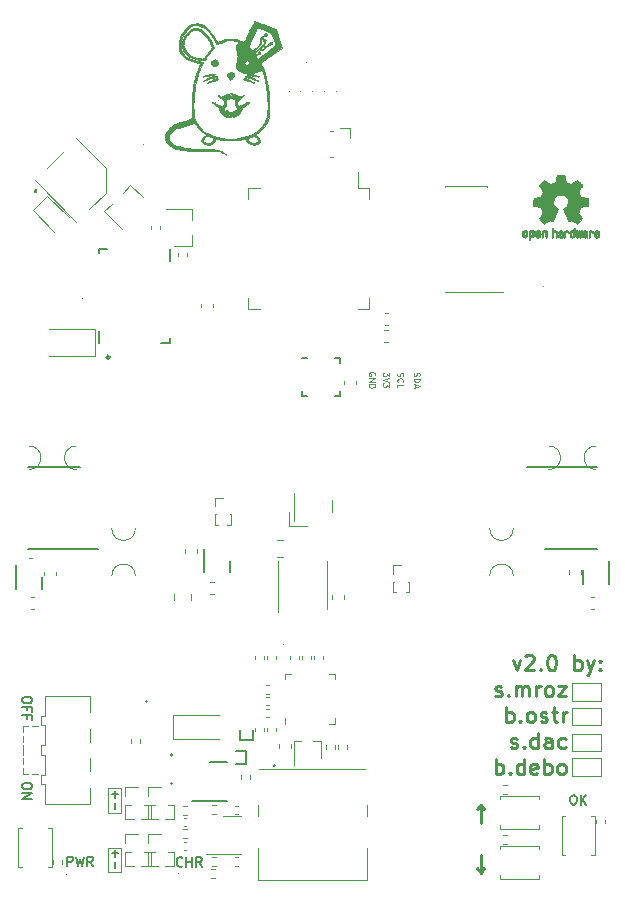
<source format=gbr>
G04 #@! TF.GenerationSoftware,KiCad,Pcbnew,5.1.7-a382d34a8~87~ubuntu18.04.1*
G04 #@! TF.CreationDate,2020-11-02T17:13:51+01:00*
G04 #@! TF.ProjectId,synermycha-electronics,73796e65-726d-4796-9368-612d656c6563,rev?*
G04 #@! TF.SameCoordinates,Original*
G04 #@! TF.FileFunction,Legend,Top*
G04 #@! TF.FilePolarity,Positive*
%FSLAX46Y46*%
G04 Gerber Fmt 4.6, Leading zero omitted, Abs format (unit mm)*
G04 Created by KiCad (PCBNEW 5.1.7-a382d34a8~87~ubuntu18.04.1) date 2020-11-02 17:13:51*
%MOMM*%
%LPD*%
G01*
G04 APERTURE LIST*
%ADD10C,0.200000*%
%ADD11C,0.120000*%
%ADD12C,0.250000*%
%ADD13C,0.150000*%
%ADD14C,0.175000*%
%ADD15C,0.125000*%
%ADD16C,0.100000*%
%ADD17C,0.010000*%
G04 APERTURE END LIST*
D10*
X21238095Y-164438095D02*
X21238095Y-164590476D01*
X21200000Y-164666666D01*
X21123809Y-164742857D01*
X20971428Y-164780952D01*
X20704761Y-164780952D01*
X20552380Y-164742857D01*
X20476190Y-164666666D01*
X20438095Y-164590476D01*
X20438095Y-164438095D01*
X20476190Y-164361904D01*
X20552380Y-164285714D01*
X20704761Y-164247619D01*
X20971428Y-164247619D01*
X21123809Y-164285714D01*
X21200000Y-164361904D01*
X21238095Y-164438095D01*
X20857142Y-165390476D02*
X20857142Y-165123809D01*
X20438095Y-165123809D02*
X21238095Y-165123809D01*
X21238095Y-165504761D01*
X20857142Y-166076190D02*
X20857142Y-165809523D01*
X20438095Y-165809523D02*
X21238095Y-165809523D01*
X21238095Y-166190476D01*
D11*
X66950000Y-170950000D02*
X66950000Y-169450000D01*
X69450000Y-170950000D02*
X66950000Y-170950000D01*
X69450000Y-169450000D02*
X69450000Y-170950000D01*
X66950000Y-169450000D02*
X69450000Y-169450000D01*
D12*
X61961309Y-161121428D02*
X62270833Y-161988095D01*
X62580357Y-161121428D01*
X63013690Y-160811904D02*
X63075595Y-160750000D01*
X63199404Y-160688095D01*
X63508928Y-160688095D01*
X63632738Y-160750000D01*
X63694642Y-160811904D01*
X63756547Y-160935714D01*
X63756547Y-161059523D01*
X63694642Y-161245238D01*
X62951785Y-161988095D01*
X63756547Y-161988095D01*
X64313690Y-161864285D02*
X64375595Y-161926190D01*
X64313690Y-161988095D01*
X64251785Y-161926190D01*
X64313690Y-161864285D01*
X64313690Y-161988095D01*
X65180357Y-160688095D02*
X65304166Y-160688095D01*
X65427976Y-160750000D01*
X65489880Y-160811904D01*
X65551785Y-160935714D01*
X65613690Y-161183333D01*
X65613690Y-161492857D01*
X65551785Y-161740476D01*
X65489880Y-161864285D01*
X65427976Y-161926190D01*
X65304166Y-161988095D01*
X65180357Y-161988095D01*
X65056547Y-161926190D01*
X64994642Y-161864285D01*
X64932738Y-161740476D01*
X64870833Y-161492857D01*
X64870833Y-161183333D01*
X64932738Y-160935714D01*
X64994642Y-160811904D01*
X65056547Y-160750000D01*
X65180357Y-160688095D01*
X67161309Y-161988095D02*
X67161309Y-160688095D01*
X67161309Y-161183333D02*
X67285119Y-161121428D01*
X67532738Y-161121428D01*
X67656547Y-161183333D01*
X67718452Y-161245238D01*
X67780357Y-161369047D01*
X67780357Y-161740476D01*
X67718452Y-161864285D01*
X67656547Y-161926190D01*
X67532738Y-161988095D01*
X67285119Y-161988095D01*
X67161309Y-161926190D01*
X68213690Y-161121428D02*
X68523214Y-161988095D01*
X68832738Y-161121428D02*
X68523214Y-161988095D01*
X68399404Y-162297619D01*
X68337500Y-162359523D01*
X68213690Y-162421428D01*
X69327976Y-161864285D02*
X69389880Y-161926190D01*
X69327976Y-161988095D01*
X69266071Y-161926190D01*
X69327976Y-161864285D01*
X69327976Y-161988095D01*
X69327976Y-161183333D02*
X69389880Y-161245238D01*
X69327976Y-161307142D01*
X69266071Y-161245238D01*
X69327976Y-161183333D01*
X69327976Y-161307142D01*
X60475595Y-164126190D02*
X60599404Y-164188095D01*
X60847023Y-164188095D01*
X60970833Y-164126190D01*
X61032738Y-164002380D01*
X61032738Y-163940476D01*
X60970833Y-163816666D01*
X60847023Y-163754761D01*
X60661309Y-163754761D01*
X60537500Y-163692857D01*
X60475595Y-163569047D01*
X60475595Y-163507142D01*
X60537500Y-163383333D01*
X60661309Y-163321428D01*
X60847023Y-163321428D01*
X60970833Y-163383333D01*
X61589880Y-164064285D02*
X61651785Y-164126190D01*
X61589880Y-164188095D01*
X61527976Y-164126190D01*
X61589880Y-164064285D01*
X61589880Y-164188095D01*
X62208928Y-164188095D02*
X62208928Y-163321428D01*
X62208928Y-163445238D02*
X62270833Y-163383333D01*
X62394642Y-163321428D01*
X62580357Y-163321428D01*
X62704166Y-163383333D01*
X62766071Y-163507142D01*
X62766071Y-164188095D01*
X62766071Y-163507142D02*
X62827976Y-163383333D01*
X62951785Y-163321428D01*
X63137500Y-163321428D01*
X63261309Y-163383333D01*
X63323214Y-163507142D01*
X63323214Y-164188095D01*
X63942261Y-164188095D02*
X63942261Y-163321428D01*
X63942261Y-163569047D02*
X64004166Y-163445238D01*
X64066071Y-163383333D01*
X64189880Y-163321428D01*
X64313690Y-163321428D01*
X64932738Y-164188095D02*
X64808928Y-164126190D01*
X64747023Y-164064285D01*
X64685119Y-163940476D01*
X64685119Y-163569047D01*
X64747023Y-163445238D01*
X64808928Y-163383333D01*
X64932738Y-163321428D01*
X65118452Y-163321428D01*
X65242261Y-163383333D01*
X65304166Y-163445238D01*
X65366071Y-163569047D01*
X65366071Y-163940476D01*
X65304166Y-164064285D01*
X65242261Y-164126190D01*
X65118452Y-164188095D01*
X64932738Y-164188095D01*
X65799404Y-163321428D02*
X66480357Y-163321428D01*
X65799404Y-164188095D01*
X66480357Y-164188095D01*
X61404166Y-166388095D02*
X61404166Y-165088095D01*
X61404166Y-165583333D02*
X61527976Y-165521428D01*
X61775595Y-165521428D01*
X61899404Y-165583333D01*
X61961309Y-165645238D01*
X62023214Y-165769047D01*
X62023214Y-166140476D01*
X61961309Y-166264285D01*
X61899404Y-166326190D01*
X61775595Y-166388095D01*
X61527976Y-166388095D01*
X61404166Y-166326190D01*
X62580357Y-166264285D02*
X62642261Y-166326190D01*
X62580357Y-166388095D01*
X62518452Y-166326190D01*
X62580357Y-166264285D01*
X62580357Y-166388095D01*
X63385119Y-166388095D02*
X63261309Y-166326190D01*
X63199404Y-166264285D01*
X63137500Y-166140476D01*
X63137500Y-165769047D01*
X63199404Y-165645238D01*
X63261309Y-165583333D01*
X63385119Y-165521428D01*
X63570833Y-165521428D01*
X63694642Y-165583333D01*
X63756547Y-165645238D01*
X63818452Y-165769047D01*
X63818452Y-166140476D01*
X63756547Y-166264285D01*
X63694642Y-166326190D01*
X63570833Y-166388095D01*
X63385119Y-166388095D01*
X64313690Y-166326190D02*
X64437500Y-166388095D01*
X64685119Y-166388095D01*
X64808928Y-166326190D01*
X64870833Y-166202380D01*
X64870833Y-166140476D01*
X64808928Y-166016666D01*
X64685119Y-165954761D01*
X64499404Y-165954761D01*
X64375595Y-165892857D01*
X64313690Y-165769047D01*
X64313690Y-165707142D01*
X64375595Y-165583333D01*
X64499404Y-165521428D01*
X64685119Y-165521428D01*
X64808928Y-165583333D01*
X65242261Y-165521428D02*
X65737500Y-165521428D01*
X65427976Y-165088095D02*
X65427976Y-166202380D01*
X65489880Y-166326190D01*
X65613690Y-166388095D01*
X65737500Y-166388095D01*
X66170833Y-166388095D02*
X66170833Y-165521428D01*
X66170833Y-165769047D02*
X66232738Y-165645238D01*
X66294642Y-165583333D01*
X66418452Y-165521428D01*
X66542261Y-165521428D01*
X61775595Y-168526190D02*
X61899404Y-168588095D01*
X62147023Y-168588095D01*
X62270833Y-168526190D01*
X62332738Y-168402380D01*
X62332738Y-168340476D01*
X62270833Y-168216666D01*
X62147023Y-168154761D01*
X61961309Y-168154761D01*
X61837500Y-168092857D01*
X61775595Y-167969047D01*
X61775595Y-167907142D01*
X61837500Y-167783333D01*
X61961309Y-167721428D01*
X62147023Y-167721428D01*
X62270833Y-167783333D01*
X62889880Y-168464285D02*
X62951785Y-168526190D01*
X62889880Y-168588095D01*
X62827976Y-168526190D01*
X62889880Y-168464285D01*
X62889880Y-168588095D01*
X64066071Y-168588095D02*
X64066071Y-167288095D01*
X64066071Y-168526190D02*
X63942261Y-168588095D01*
X63694642Y-168588095D01*
X63570833Y-168526190D01*
X63508928Y-168464285D01*
X63447023Y-168340476D01*
X63447023Y-167969047D01*
X63508928Y-167845238D01*
X63570833Y-167783333D01*
X63694642Y-167721428D01*
X63942261Y-167721428D01*
X64066071Y-167783333D01*
X65242261Y-168588095D02*
X65242261Y-167907142D01*
X65180357Y-167783333D01*
X65056547Y-167721428D01*
X64808928Y-167721428D01*
X64685119Y-167783333D01*
X65242261Y-168526190D02*
X65118452Y-168588095D01*
X64808928Y-168588095D01*
X64685119Y-168526190D01*
X64623214Y-168402380D01*
X64623214Y-168278571D01*
X64685119Y-168154761D01*
X64808928Y-168092857D01*
X65118452Y-168092857D01*
X65242261Y-168030952D01*
X66418452Y-168526190D02*
X66294642Y-168588095D01*
X66047023Y-168588095D01*
X65923214Y-168526190D01*
X65861309Y-168464285D01*
X65799404Y-168340476D01*
X65799404Y-167969047D01*
X65861309Y-167845238D01*
X65923214Y-167783333D01*
X66047023Y-167721428D01*
X66294642Y-167721428D01*
X66418452Y-167783333D01*
X60537500Y-170788095D02*
X60537500Y-169488095D01*
X60537500Y-169983333D02*
X60661309Y-169921428D01*
X60908928Y-169921428D01*
X61032738Y-169983333D01*
X61094642Y-170045238D01*
X61156547Y-170169047D01*
X61156547Y-170540476D01*
X61094642Y-170664285D01*
X61032738Y-170726190D01*
X60908928Y-170788095D01*
X60661309Y-170788095D01*
X60537500Y-170726190D01*
X61713690Y-170664285D02*
X61775595Y-170726190D01*
X61713690Y-170788095D01*
X61651785Y-170726190D01*
X61713690Y-170664285D01*
X61713690Y-170788095D01*
X62889880Y-170788095D02*
X62889880Y-169488095D01*
X62889880Y-170726190D02*
X62766071Y-170788095D01*
X62518452Y-170788095D01*
X62394642Y-170726190D01*
X62332738Y-170664285D01*
X62270833Y-170540476D01*
X62270833Y-170169047D01*
X62332738Y-170045238D01*
X62394642Y-169983333D01*
X62518452Y-169921428D01*
X62766071Y-169921428D01*
X62889880Y-169983333D01*
X64004166Y-170726190D02*
X63880357Y-170788095D01*
X63632738Y-170788095D01*
X63508928Y-170726190D01*
X63447023Y-170602380D01*
X63447023Y-170107142D01*
X63508928Y-169983333D01*
X63632738Y-169921428D01*
X63880357Y-169921428D01*
X64004166Y-169983333D01*
X64066071Y-170107142D01*
X64066071Y-170230952D01*
X63447023Y-170354761D01*
X64623214Y-170788095D02*
X64623214Y-169488095D01*
X64623214Y-169983333D02*
X64747023Y-169921428D01*
X64994642Y-169921428D01*
X65118452Y-169983333D01*
X65180357Y-170045238D01*
X65242261Y-170169047D01*
X65242261Y-170540476D01*
X65180357Y-170664285D01*
X65118452Y-170726190D01*
X64994642Y-170788095D01*
X64747023Y-170788095D01*
X64623214Y-170726190D01*
X65985119Y-170788095D02*
X65861309Y-170726190D01*
X65799404Y-170664285D01*
X65737500Y-170540476D01*
X65737500Y-170169047D01*
X65799404Y-170045238D01*
X65861309Y-169983333D01*
X65985119Y-169921428D01*
X66170833Y-169921428D01*
X66294642Y-169983333D01*
X66356547Y-170045238D01*
X66418452Y-170169047D01*
X66418452Y-170540476D01*
X66356547Y-170664285D01*
X66294642Y-170726190D01*
X66170833Y-170788095D01*
X65985119Y-170788095D01*
D11*
X66950000Y-167350000D02*
X69450000Y-167350000D01*
X69450000Y-167350000D02*
X69450000Y-168850000D01*
X69450000Y-168850000D02*
X66950000Y-168850000D01*
X66950000Y-168850000D02*
X66950000Y-167350000D01*
X66950000Y-165150000D02*
X69450000Y-165150000D01*
X69450000Y-165150000D02*
X69450000Y-166650000D01*
X69450000Y-166650000D02*
X66950000Y-166650000D01*
X66950000Y-166650000D02*
X66950000Y-165150000D01*
X66950000Y-163050000D02*
X69450000Y-163050000D01*
X69450000Y-163050000D02*
X69450000Y-164550000D01*
X69450000Y-164550000D02*
X66950000Y-164550000D01*
X66950000Y-164550000D02*
X66950000Y-163050000D01*
D13*
X33978571Y-178535714D02*
X33940476Y-178573809D01*
X33826190Y-178611904D01*
X33750000Y-178611904D01*
X33635714Y-178573809D01*
X33559523Y-178497619D01*
X33521428Y-178421428D01*
X33483333Y-178269047D01*
X33483333Y-178154761D01*
X33521428Y-178002380D01*
X33559523Y-177926190D01*
X33635714Y-177850000D01*
X33750000Y-177811904D01*
X33826190Y-177811904D01*
X33940476Y-177850000D01*
X33978571Y-177888095D01*
X34321428Y-178611904D02*
X34321428Y-177811904D01*
X34321428Y-178192857D02*
X34778571Y-178192857D01*
X34778571Y-178611904D02*
X34778571Y-177811904D01*
X35616666Y-178611904D02*
X35350000Y-178230952D01*
X35159523Y-178611904D02*
X35159523Y-177811904D01*
X35464285Y-177811904D01*
X35540476Y-177850000D01*
X35578571Y-177888095D01*
X35616666Y-177964285D01*
X35616666Y-178078571D01*
X35578571Y-178154761D01*
X35540476Y-178192857D01*
X35464285Y-178230952D01*
X35159523Y-178230952D01*
D10*
X24233333Y-178561904D02*
X24233333Y-177761904D01*
X24538095Y-177761904D01*
X24614285Y-177800000D01*
X24652380Y-177838095D01*
X24690476Y-177914285D01*
X24690476Y-178028571D01*
X24652380Y-178104761D01*
X24614285Y-178142857D01*
X24538095Y-178180952D01*
X24233333Y-178180952D01*
X24957142Y-177761904D02*
X25147619Y-178561904D01*
X25300000Y-177990476D01*
X25452380Y-178561904D01*
X25642857Y-177761904D01*
X26404761Y-178561904D02*
X26138095Y-178180952D01*
X25947619Y-178561904D02*
X25947619Y-177761904D01*
X26252380Y-177761904D01*
X26328571Y-177800000D01*
X26366666Y-177838095D01*
X26404761Y-177914285D01*
X26404761Y-178028571D01*
X26366666Y-178104761D01*
X26328571Y-178142857D01*
X26252380Y-178180952D01*
X25947619Y-178180952D01*
D14*
X28250000Y-177766666D02*
X28250000Y-177233333D01*
X28516666Y-177500000D02*
X27983333Y-177500000D01*
D11*
X27650000Y-179100000D02*
X27650000Y-177000000D01*
X27650000Y-177000000D02*
X28800000Y-177000000D01*
D14*
X28250000Y-178766666D02*
X28250000Y-178233333D01*
D11*
X28800000Y-177000000D02*
X28800000Y-179100000D01*
X28800000Y-179100000D02*
X27650000Y-179100000D01*
D14*
X28250000Y-172766666D02*
X28250000Y-172233333D01*
X28516666Y-172500000D02*
X27983333Y-172500000D01*
D11*
X27650000Y-174100000D02*
X27650000Y-172000000D01*
X27650000Y-172000000D02*
X28800000Y-172000000D01*
D14*
X28250000Y-173766666D02*
X28250000Y-173233333D01*
D11*
X28800000Y-172000000D02*
X28800000Y-174100000D01*
X28800000Y-174100000D02*
X27650000Y-174100000D01*
D15*
X53597619Y-136792857D02*
X53573809Y-136864285D01*
X53573809Y-136983333D01*
X53597619Y-137030952D01*
X53621428Y-137054761D01*
X53669047Y-137078571D01*
X53716666Y-137078571D01*
X53764285Y-137054761D01*
X53788095Y-137030952D01*
X53811904Y-136983333D01*
X53835714Y-136888095D01*
X53859523Y-136840476D01*
X53883333Y-136816666D01*
X53930952Y-136792857D01*
X53978571Y-136792857D01*
X54026190Y-136816666D01*
X54050000Y-136840476D01*
X54073809Y-136888095D01*
X54073809Y-137007142D01*
X54050000Y-137078571D01*
X53573809Y-137292857D02*
X54073809Y-137292857D01*
X54073809Y-137411904D01*
X54050000Y-137483333D01*
X54002380Y-137530952D01*
X53954761Y-137554761D01*
X53859523Y-137578571D01*
X53788095Y-137578571D01*
X53692857Y-137554761D01*
X53645238Y-137530952D01*
X53597619Y-137483333D01*
X53573809Y-137411904D01*
X53573809Y-137292857D01*
X53716666Y-137769047D02*
X53716666Y-138007142D01*
X53573809Y-137721428D02*
X54073809Y-137888095D01*
X53573809Y-138054761D01*
X52197619Y-136804761D02*
X52173809Y-136876190D01*
X52173809Y-136995238D01*
X52197619Y-137042857D01*
X52221428Y-137066666D01*
X52269047Y-137090476D01*
X52316666Y-137090476D01*
X52364285Y-137066666D01*
X52388095Y-137042857D01*
X52411904Y-136995238D01*
X52435714Y-136900000D01*
X52459523Y-136852380D01*
X52483333Y-136828571D01*
X52530952Y-136804761D01*
X52578571Y-136804761D01*
X52626190Y-136828571D01*
X52650000Y-136852380D01*
X52673809Y-136900000D01*
X52673809Y-137019047D01*
X52650000Y-137090476D01*
X52221428Y-137590476D02*
X52197619Y-137566666D01*
X52173809Y-137495238D01*
X52173809Y-137447619D01*
X52197619Y-137376190D01*
X52245238Y-137328571D01*
X52292857Y-137304761D01*
X52388095Y-137280952D01*
X52459523Y-137280952D01*
X52554761Y-137304761D01*
X52602380Y-137328571D01*
X52650000Y-137376190D01*
X52673809Y-137447619D01*
X52673809Y-137495238D01*
X52650000Y-137566666D01*
X52626190Y-137590476D01*
X52173809Y-138042857D02*
X52173809Y-137804761D01*
X52673809Y-137804761D01*
X51473809Y-136780952D02*
X51473809Y-137090476D01*
X51283333Y-136923809D01*
X51283333Y-136995238D01*
X51259523Y-137042857D01*
X51235714Y-137066666D01*
X51188095Y-137090476D01*
X51069047Y-137090476D01*
X51021428Y-137066666D01*
X50997619Y-137042857D01*
X50973809Y-136995238D01*
X50973809Y-136852380D01*
X50997619Y-136804761D01*
X51021428Y-136780952D01*
X51473809Y-137233333D02*
X50973809Y-137400000D01*
X51473809Y-137566666D01*
X51473809Y-137685714D02*
X51473809Y-137995238D01*
X51283333Y-137828571D01*
X51283333Y-137900000D01*
X51259523Y-137947619D01*
X51235714Y-137971428D01*
X51188095Y-137995238D01*
X51069047Y-137995238D01*
X51021428Y-137971428D01*
X50997619Y-137947619D01*
X50973809Y-137900000D01*
X50973809Y-137757142D01*
X50997619Y-137709523D01*
X51021428Y-137685714D01*
X50250000Y-137019047D02*
X50273809Y-136971428D01*
X50273809Y-136900000D01*
X50250000Y-136828571D01*
X50202380Y-136780952D01*
X50154761Y-136757142D01*
X50059523Y-136733333D01*
X49988095Y-136733333D01*
X49892857Y-136757142D01*
X49845238Y-136780952D01*
X49797619Y-136828571D01*
X49773809Y-136900000D01*
X49773809Y-136947619D01*
X49797619Y-137019047D01*
X49821428Y-137042857D01*
X49988095Y-137042857D01*
X49988095Y-136947619D01*
X49773809Y-137257142D02*
X50273809Y-137257142D01*
X49773809Y-137542857D01*
X50273809Y-137542857D01*
X49773809Y-137780952D02*
X50273809Y-137780952D01*
X50273809Y-137900000D01*
X50250000Y-137971428D01*
X50202380Y-138019047D01*
X50154761Y-138042857D01*
X50059523Y-138066666D01*
X49988095Y-138066666D01*
X49892857Y-138042857D01*
X49845238Y-138019047D01*
X49797619Y-137971428D01*
X49773809Y-137900000D01*
X49773809Y-137780952D01*
D10*
X21238095Y-171704761D02*
X21238095Y-171857142D01*
X21200000Y-171933333D01*
X21123809Y-172009523D01*
X20971428Y-172047619D01*
X20704761Y-172047619D01*
X20552380Y-172009523D01*
X20476190Y-171933333D01*
X20438095Y-171857142D01*
X20438095Y-171704761D01*
X20476190Y-171628571D01*
X20552380Y-171552380D01*
X20704761Y-171514285D01*
X20971428Y-171514285D01*
X21123809Y-171552380D01*
X21200000Y-171628571D01*
X21238095Y-171704761D01*
X20438095Y-172390476D02*
X21238095Y-172390476D01*
X20438095Y-172847619D01*
X21238095Y-172847619D01*
D12*
X59250000Y-174904761D02*
X59250000Y-173380952D01*
X58964285Y-173761904D02*
X59250000Y-173380952D01*
X59535714Y-173761904D01*
D10*
X67023809Y-172561904D02*
X67176190Y-172561904D01*
X67252380Y-172600000D01*
X67328571Y-172676190D01*
X67366666Y-172828571D01*
X67366666Y-173095238D01*
X67328571Y-173247619D01*
X67252380Y-173323809D01*
X67176190Y-173361904D01*
X67023809Y-173361904D01*
X66947619Y-173323809D01*
X66871428Y-173247619D01*
X66833333Y-173095238D01*
X66833333Y-172828571D01*
X66871428Y-172676190D01*
X66947619Y-172600000D01*
X67023809Y-172561904D01*
X67709523Y-173361904D02*
X67709523Y-172561904D01*
X68166666Y-173361904D02*
X67823809Y-172904761D01*
X68166666Y-172561904D02*
X67709523Y-173019047D01*
D12*
X59250000Y-177595238D02*
X59250000Y-179119047D01*
X59535714Y-178738095D02*
X59250000Y-179119047D01*
X58964285Y-178738095D01*
D16*
X28000000Y-150000000D02*
G75*
G03*
X30000000Y-150000000I1000000J0D01*
G01*
X30000000Y-154000000D02*
G75*
G03*
X28000000Y-154000000I-1000000J0D01*
G01*
X25000000Y-143000000D02*
G75*
G03*
X25000000Y-145000000I0J-1000000D01*
G01*
X21000000Y-145000000D02*
G75*
G03*
X21000000Y-143000000I0J1000000D01*
G01*
X69000000Y-143000000D02*
G75*
G03*
X69000000Y-145000000I0J-1000000D01*
G01*
X65000000Y-145000000D02*
G75*
G03*
X65000000Y-143000000I0J1000000D01*
G01*
X60000000Y-150000000D02*
G75*
G03*
X62000000Y-150000000I1000000J0D01*
G01*
X62000000Y-154000000D02*
G75*
G03*
X60000000Y-154000000I-1000000J0D01*
G01*
D13*
X25325000Y-144800000D02*
X20875000Y-144800000D01*
X26850000Y-151700000D02*
X20875000Y-151700000D01*
X67875000Y-153525000D02*
X67875000Y-154675000D01*
X70125000Y-152750000D02*
X70125000Y-154675000D01*
D11*
X21207836Y-151740000D02*
X20992164Y-151740000D01*
X21207836Y-152460000D02*
X20992164Y-152460000D01*
X67710000Y-153537221D02*
X67710000Y-153862779D01*
X66690000Y-153537221D02*
X66690000Y-153862779D01*
D13*
X63150000Y-144800000D02*
X69125000Y-144800000D01*
X64675000Y-151700000D02*
X69125000Y-151700000D01*
X22125000Y-154100000D02*
X22125000Y-155100000D01*
X19875000Y-153100000D02*
X19875000Y-155100000D01*
D11*
X68537221Y-155790000D02*
X68862779Y-155790000D01*
X68537221Y-156810000D02*
X68862779Y-156810000D01*
X22290000Y-153637221D02*
X22290000Y-153962779D01*
X23310000Y-153637221D02*
X23310000Y-153962779D01*
X21440580Y-155790000D02*
X21159420Y-155790000D01*
X21440580Y-156810000D02*
X21159420Y-156810000D01*
X43880000Y-160746359D02*
X43880000Y-161053641D01*
X43120000Y-160746359D02*
X43120000Y-161053641D01*
X40380000Y-179730000D02*
X49570000Y-179730000D01*
X40500000Y-170320000D02*
X49450000Y-170320000D01*
X49570000Y-177000000D02*
X49570000Y-179730000D01*
X40380000Y-177000000D02*
X40380000Y-179730000D01*
X49570000Y-173400000D02*
X49570000Y-174300000D01*
X40380000Y-173400000D02*
X40380000Y-174300000D01*
X46880000Y-168346359D02*
X46880000Y-168653641D01*
X46120000Y-168346359D02*
X46120000Y-168653641D01*
X47880000Y-168653641D02*
X47880000Y-168346359D01*
X47120000Y-168653641D02*
X47120000Y-168346359D01*
X48710000Y-137740580D02*
X48710000Y-137459420D01*
X47690000Y-137740580D02*
X47690000Y-137459420D01*
X37450000Y-174340000D02*
X38950000Y-174340000D01*
X35950000Y-177560000D02*
X38950000Y-177560000D01*
X36803641Y-178580000D02*
X36496359Y-178580000D01*
X36803641Y-177820000D02*
X36496359Y-177820000D01*
X34046359Y-175470000D02*
X34353641Y-175470000D01*
X34046359Y-176230000D02*
X34353641Y-176230000D01*
X34046359Y-173470000D02*
X34353641Y-173470000D01*
X34046359Y-174230000D02*
X34353641Y-174230000D01*
X36496359Y-173420000D02*
X36803641Y-173420000D01*
X36496359Y-174180000D02*
X36803641Y-174180000D01*
X34092164Y-176490000D02*
X34307836Y-176490000D01*
X34092164Y-177210000D02*
X34307836Y-177210000D01*
X34307836Y-175210000D02*
X34092164Y-175210000D01*
X34307836Y-174490000D02*
X34092164Y-174490000D01*
X38442164Y-177840000D02*
X38657836Y-177840000D01*
X38442164Y-178560000D02*
X38657836Y-178560000D01*
X38442164Y-173440000D02*
X38657836Y-173440000D01*
X38442164Y-174160000D02*
X38657836Y-174160000D01*
X30380000Y-167846359D02*
X30380000Y-168153641D01*
X29620000Y-167846359D02*
X29620000Y-168153641D01*
D13*
X33132111Y-169170000D02*
G75*
G03*
X33132111Y-169170000I-72111J0D01*
G01*
D11*
X33200000Y-165800000D02*
X33200000Y-167800000D01*
X33200000Y-167800000D02*
X37050000Y-167800000D01*
X33200000Y-165800000D02*
X37050000Y-165800000D01*
X45120000Y-161053641D02*
X45120000Y-160746359D01*
X45880000Y-161053641D02*
X45880000Y-160746359D01*
X60850000Y-175100000D02*
X60850000Y-175400000D01*
X60850000Y-175400000D02*
X64150000Y-175400000D01*
X64150000Y-175400000D02*
X64150000Y-175100000D01*
X60850000Y-172900000D02*
X60850000Y-172600000D01*
X60850000Y-172600000D02*
X64150000Y-172600000D01*
X64150000Y-172600000D02*
X64150000Y-172900000D01*
D17*
G36*
X66103910Y-120042348D02*
G01*
X66182454Y-120042778D01*
X66239298Y-120043942D01*
X66278105Y-120046207D01*
X66302538Y-120049940D01*
X66316262Y-120055506D01*
X66322940Y-120063273D01*
X66326236Y-120073605D01*
X66326556Y-120074943D01*
X66331562Y-120099079D01*
X66340829Y-120146701D01*
X66353392Y-120212741D01*
X66368287Y-120292128D01*
X66384551Y-120379796D01*
X66385119Y-120382875D01*
X66401410Y-120468789D01*
X66416652Y-120544696D01*
X66429861Y-120606045D01*
X66440054Y-120648282D01*
X66446248Y-120666855D01*
X66446543Y-120667184D01*
X66464788Y-120676253D01*
X66502405Y-120691367D01*
X66551271Y-120709262D01*
X66551543Y-120709358D01*
X66613093Y-120732493D01*
X66685657Y-120761965D01*
X66754057Y-120791597D01*
X66757294Y-120793062D01*
X66868702Y-120843626D01*
X67115399Y-120675160D01*
X67191077Y-120623803D01*
X67259631Y-120577889D01*
X67317088Y-120540030D01*
X67359476Y-120512837D01*
X67382825Y-120498921D01*
X67385042Y-120497889D01*
X67402010Y-120502484D01*
X67433701Y-120524655D01*
X67481352Y-120565447D01*
X67546198Y-120625905D01*
X67612397Y-120690227D01*
X67676214Y-120753612D01*
X67733329Y-120811451D01*
X67780305Y-120860175D01*
X67813703Y-120896210D01*
X67830085Y-120915984D01*
X67830694Y-120917002D01*
X67832505Y-120930572D01*
X67825683Y-120952733D01*
X67808540Y-120986478D01*
X67779393Y-121034800D01*
X67736555Y-121100692D01*
X67679448Y-121185517D01*
X67628766Y-121260177D01*
X67583461Y-121327140D01*
X67546150Y-121382516D01*
X67519452Y-121422420D01*
X67505985Y-121442962D01*
X67505137Y-121444356D01*
X67506781Y-121464038D01*
X67519245Y-121502293D01*
X67540048Y-121551889D01*
X67547462Y-121567728D01*
X67579814Y-121638290D01*
X67614328Y-121718353D01*
X67642365Y-121787629D01*
X67662568Y-121839045D01*
X67678615Y-121878119D01*
X67687888Y-121898541D01*
X67689041Y-121900114D01*
X67706096Y-121902721D01*
X67746298Y-121909863D01*
X67804302Y-121920523D01*
X67874763Y-121933685D01*
X67952335Y-121948333D01*
X68031672Y-121963449D01*
X68107431Y-121978018D01*
X68174264Y-121991022D01*
X68226828Y-122001445D01*
X68259776Y-122008270D01*
X68267857Y-122010199D01*
X68276205Y-122014962D01*
X68282506Y-122025718D01*
X68287045Y-122046098D01*
X68290104Y-122079734D01*
X68291967Y-122130255D01*
X68292918Y-122201292D01*
X68293240Y-122296476D01*
X68293257Y-122335492D01*
X68293257Y-122652799D01*
X68217057Y-122667839D01*
X68174663Y-122675995D01*
X68111400Y-122687899D01*
X68034962Y-122702116D01*
X67953043Y-122717210D01*
X67930400Y-122721355D01*
X67854806Y-122736053D01*
X67788953Y-122750505D01*
X67738366Y-122763375D01*
X67708574Y-122773322D01*
X67703612Y-122776287D01*
X67691426Y-122797283D01*
X67673953Y-122837967D01*
X67654577Y-122890322D01*
X67650734Y-122901600D01*
X67625339Y-122971523D01*
X67593817Y-123050418D01*
X67562969Y-123121266D01*
X67562817Y-123121595D01*
X67511447Y-123232733D01*
X67680399Y-123481253D01*
X67849352Y-123729772D01*
X67632429Y-123947058D01*
X67566819Y-124011726D01*
X67506979Y-124068733D01*
X67456267Y-124115033D01*
X67418046Y-124147584D01*
X67395675Y-124163343D01*
X67392466Y-124164343D01*
X67373626Y-124156469D01*
X67335180Y-124134578D01*
X67281330Y-124101267D01*
X67216276Y-124059131D01*
X67145940Y-124011943D01*
X67074555Y-123963810D01*
X67010908Y-123921928D01*
X66959041Y-123888871D01*
X66922995Y-123867218D01*
X66906867Y-123859543D01*
X66887189Y-123866037D01*
X66849875Y-123883150D01*
X66802621Y-123907326D01*
X66797612Y-123910013D01*
X66733977Y-123941927D01*
X66690341Y-123957579D01*
X66663202Y-123957745D01*
X66649057Y-123943204D01*
X66648975Y-123943000D01*
X66641905Y-123925779D01*
X66625042Y-123884899D01*
X66599695Y-123823525D01*
X66567171Y-123744819D01*
X66528778Y-123651947D01*
X66485822Y-123548072D01*
X66444222Y-123447502D01*
X66398504Y-123336516D01*
X66356526Y-123233703D01*
X66319548Y-123142215D01*
X66288827Y-123065201D01*
X66265622Y-123005815D01*
X66251190Y-122967209D01*
X66246743Y-122952800D01*
X66257896Y-122936272D01*
X66287069Y-122909930D01*
X66325971Y-122880887D01*
X66436757Y-122789039D01*
X66523351Y-122683759D01*
X66584716Y-122567266D01*
X66619815Y-122441776D01*
X66627608Y-122309507D01*
X66621943Y-122248457D01*
X66591078Y-122121795D01*
X66537920Y-122009941D01*
X66465767Y-121914001D01*
X66377917Y-121835076D01*
X66277665Y-121774270D01*
X66168310Y-121732687D01*
X66053147Y-121711428D01*
X65935475Y-121711599D01*
X65818590Y-121734301D01*
X65705789Y-121780638D01*
X65600369Y-121851713D01*
X65556368Y-121891911D01*
X65471979Y-121995129D01*
X65413222Y-122107925D01*
X65379704Y-122227010D01*
X65371035Y-122349095D01*
X65386823Y-122470893D01*
X65426678Y-122589116D01*
X65490207Y-122700475D01*
X65577021Y-122801684D01*
X65674029Y-122880887D01*
X65714437Y-122911162D01*
X65742982Y-122937219D01*
X65753257Y-122952825D01*
X65747877Y-122969843D01*
X65732575Y-123010500D01*
X65708612Y-123071642D01*
X65677244Y-123150119D01*
X65639732Y-123242780D01*
X65597333Y-123346472D01*
X65555663Y-123447526D01*
X65509690Y-123558607D01*
X65467107Y-123661541D01*
X65429221Y-123753165D01*
X65397340Y-123830316D01*
X65372771Y-123889831D01*
X65356820Y-123928544D01*
X65350910Y-123943000D01*
X65336948Y-123957685D01*
X65309940Y-123957642D01*
X65266413Y-123942099D01*
X65202890Y-123910284D01*
X65202388Y-123910013D01*
X65154560Y-123885323D01*
X65115897Y-123867338D01*
X65094095Y-123859614D01*
X65093133Y-123859543D01*
X65076721Y-123867378D01*
X65040487Y-123889165D01*
X64988474Y-123922328D01*
X64924725Y-123964291D01*
X64854060Y-124011943D01*
X64782116Y-124060191D01*
X64717274Y-124102151D01*
X64663735Y-124135227D01*
X64625697Y-124156821D01*
X64607533Y-124164343D01*
X64590808Y-124154457D01*
X64557180Y-124126826D01*
X64510010Y-124084495D01*
X64452658Y-124030505D01*
X64388484Y-123967899D01*
X64367497Y-123946983D01*
X64150499Y-123729623D01*
X64315668Y-123487220D01*
X64365864Y-123412781D01*
X64409919Y-123345972D01*
X64445362Y-123290665D01*
X64469719Y-123250729D01*
X64480522Y-123230036D01*
X64480838Y-123228563D01*
X64475143Y-123209058D01*
X64459826Y-123169822D01*
X64437537Y-123117430D01*
X64421893Y-123082355D01*
X64392641Y-123015201D01*
X64365094Y-122947358D01*
X64343737Y-122890034D01*
X64337935Y-122872572D01*
X64321452Y-122825938D01*
X64305340Y-122789905D01*
X64296490Y-122776287D01*
X64276960Y-122767952D01*
X64234334Y-122756137D01*
X64174145Y-122742181D01*
X64101922Y-122727422D01*
X64069600Y-122721355D01*
X63987522Y-122706273D01*
X63908795Y-122691669D01*
X63841109Y-122678980D01*
X63792160Y-122669642D01*
X63782943Y-122667839D01*
X63706743Y-122652799D01*
X63706743Y-122335492D01*
X63706914Y-122231154D01*
X63707616Y-122152213D01*
X63709134Y-122095038D01*
X63711749Y-122055999D01*
X63715746Y-122031465D01*
X63721409Y-122017805D01*
X63729020Y-122011389D01*
X63732143Y-122010199D01*
X63750978Y-122005980D01*
X63792588Y-121997562D01*
X63851630Y-121985961D01*
X63922757Y-121972195D01*
X64000625Y-121957280D01*
X64079887Y-121942232D01*
X64155198Y-121928069D01*
X64221213Y-121915806D01*
X64272587Y-121906461D01*
X64303975Y-121901050D01*
X64310959Y-121900114D01*
X64317285Y-121887596D01*
X64331290Y-121854246D01*
X64350355Y-121806377D01*
X64357634Y-121787629D01*
X64386996Y-121715195D01*
X64421571Y-121635170D01*
X64452537Y-121567728D01*
X64475323Y-121516159D01*
X64490482Y-121473785D01*
X64495542Y-121447834D01*
X64494736Y-121444356D01*
X64484041Y-121427936D01*
X64459620Y-121391417D01*
X64424095Y-121338687D01*
X64380087Y-121273635D01*
X64330217Y-121200151D01*
X64320356Y-121185645D01*
X64262492Y-121099704D01*
X64219956Y-121034261D01*
X64191054Y-120986304D01*
X64174090Y-120952820D01*
X64167367Y-120930795D01*
X64169190Y-120917217D01*
X64169236Y-120917131D01*
X64183586Y-120899297D01*
X64215323Y-120864817D01*
X64261010Y-120817268D01*
X64317204Y-120760222D01*
X64380468Y-120697255D01*
X64387602Y-120690227D01*
X64467330Y-120613020D01*
X64528857Y-120556330D01*
X64573421Y-120519110D01*
X64602257Y-120500315D01*
X64614958Y-120497889D01*
X64633494Y-120508471D01*
X64671961Y-120532916D01*
X64726386Y-120568612D01*
X64792798Y-120612947D01*
X64867225Y-120663311D01*
X64884601Y-120675160D01*
X65131297Y-120843626D01*
X65242706Y-120793062D01*
X65310457Y-120763595D01*
X65383183Y-120733959D01*
X65445703Y-120710330D01*
X65448457Y-120709358D01*
X65497360Y-120691457D01*
X65535057Y-120676320D01*
X65553425Y-120667210D01*
X65553456Y-120667184D01*
X65559285Y-120650717D01*
X65569192Y-120610219D01*
X65582195Y-120550242D01*
X65597309Y-120475340D01*
X65613552Y-120390064D01*
X65614881Y-120382875D01*
X65631175Y-120295014D01*
X65646133Y-120215260D01*
X65658791Y-120148681D01*
X65668186Y-120100347D01*
X65673354Y-120075325D01*
X65673444Y-120074943D01*
X65676589Y-120064299D01*
X65682704Y-120056262D01*
X65695453Y-120050467D01*
X65718500Y-120046547D01*
X65755509Y-120044135D01*
X65810144Y-120042865D01*
X65886067Y-120042371D01*
X65986944Y-120042286D01*
X66000000Y-120042286D01*
X66103910Y-120042348D01*
G37*
X66103910Y-120042348D02*
X66182454Y-120042778D01*
X66239298Y-120043942D01*
X66278105Y-120046207D01*
X66302538Y-120049940D01*
X66316262Y-120055506D01*
X66322940Y-120063273D01*
X66326236Y-120073605D01*
X66326556Y-120074943D01*
X66331562Y-120099079D01*
X66340829Y-120146701D01*
X66353392Y-120212741D01*
X66368287Y-120292128D01*
X66384551Y-120379796D01*
X66385119Y-120382875D01*
X66401410Y-120468789D01*
X66416652Y-120544696D01*
X66429861Y-120606045D01*
X66440054Y-120648282D01*
X66446248Y-120666855D01*
X66446543Y-120667184D01*
X66464788Y-120676253D01*
X66502405Y-120691367D01*
X66551271Y-120709262D01*
X66551543Y-120709358D01*
X66613093Y-120732493D01*
X66685657Y-120761965D01*
X66754057Y-120791597D01*
X66757294Y-120793062D01*
X66868702Y-120843626D01*
X67115399Y-120675160D01*
X67191077Y-120623803D01*
X67259631Y-120577889D01*
X67317088Y-120540030D01*
X67359476Y-120512837D01*
X67382825Y-120498921D01*
X67385042Y-120497889D01*
X67402010Y-120502484D01*
X67433701Y-120524655D01*
X67481352Y-120565447D01*
X67546198Y-120625905D01*
X67612397Y-120690227D01*
X67676214Y-120753612D01*
X67733329Y-120811451D01*
X67780305Y-120860175D01*
X67813703Y-120896210D01*
X67830085Y-120915984D01*
X67830694Y-120917002D01*
X67832505Y-120930572D01*
X67825683Y-120952733D01*
X67808540Y-120986478D01*
X67779393Y-121034800D01*
X67736555Y-121100692D01*
X67679448Y-121185517D01*
X67628766Y-121260177D01*
X67583461Y-121327140D01*
X67546150Y-121382516D01*
X67519452Y-121422420D01*
X67505985Y-121442962D01*
X67505137Y-121444356D01*
X67506781Y-121464038D01*
X67519245Y-121502293D01*
X67540048Y-121551889D01*
X67547462Y-121567728D01*
X67579814Y-121638290D01*
X67614328Y-121718353D01*
X67642365Y-121787629D01*
X67662568Y-121839045D01*
X67678615Y-121878119D01*
X67687888Y-121898541D01*
X67689041Y-121900114D01*
X67706096Y-121902721D01*
X67746298Y-121909863D01*
X67804302Y-121920523D01*
X67874763Y-121933685D01*
X67952335Y-121948333D01*
X68031672Y-121963449D01*
X68107431Y-121978018D01*
X68174264Y-121991022D01*
X68226828Y-122001445D01*
X68259776Y-122008270D01*
X68267857Y-122010199D01*
X68276205Y-122014962D01*
X68282506Y-122025718D01*
X68287045Y-122046098D01*
X68290104Y-122079734D01*
X68291967Y-122130255D01*
X68292918Y-122201292D01*
X68293240Y-122296476D01*
X68293257Y-122335492D01*
X68293257Y-122652799D01*
X68217057Y-122667839D01*
X68174663Y-122675995D01*
X68111400Y-122687899D01*
X68034962Y-122702116D01*
X67953043Y-122717210D01*
X67930400Y-122721355D01*
X67854806Y-122736053D01*
X67788953Y-122750505D01*
X67738366Y-122763375D01*
X67708574Y-122773322D01*
X67703612Y-122776287D01*
X67691426Y-122797283D01*
X67673953Y-122837967D01*
X67654577Y-122890322D01*
X67650734Y-122901600D01*
X67625339Y-122971523D01*
X67593817Y-123050418D01*
X67562969Y-123121266D01*
X67562817Y-123121595D01*
X67511447Y-123232733D01*
X67680399Y-123481253D01*
X67849352Y-123729772D01*
X67632429Y-123947058D01*
X67566819Y-124011726D01*
X67506979Y-124068733D01*
X67456267Y-124115033D01*
X67418046Y-124147584D01*
X67395675Y-124163343D01*
X67392466Y-124164343D01*
X67373626Y-124156469D01*
X67335180Y-124134578D01*
X67281330Y-124101267D01*
X67216276Y-124059131D01*
X67145940Y-124011943D01*
X67074555Y-123963810D01*
X67010908Y-123921928D01*
X66959041Y-123888871D01*
X66922995Y-123867218D01*
X66906867Y-123859543D01*
X66887189Y-123866037D01*
X66849875Y-123883150D01*
X66802621Y-123907326D01*
X66797612Y-123910013D01*
X66733977Y-123941927D01*
X66690341Y-123957579D01*
X66663202Y-123957745D01*
X66649057Y-123943204D01*
X66648975Y-123943000D01*
X66641905Y-123925779D01*
X66625042Y-123884899D01*
X66599695Y-123823525D01*
X66567171Y-123744819D01*
X66528778Y-123651947D01*
X66485822Y-123548072D01*
X66444222Y-123447502D01*
X66398504Y-123336516D01*
X66356526Y-123233703D01*
X66319548Y-123142215D01*
X66288827Y-123065201D01*
X66265622Y-123005815D01*
X66251190Y-122967209D01*
X66246743Y-122952800D01*
X66257896Y-122936272D01*
X66287069Y-122909930D01*
X66325971Y-122880887D01*
X66436757Y-122789039D01*
X66523351Y-122683759D01*
X66584716Y-122567266D01*
X66619815Y-122441776D01*
X66627608Y-122309507D01*
X66621943Y-122248457D01*
X66591078Y-122121795D01*
X66537920Y-122009941D01*
X66465767Y-121914001D01*
X66377917Y-121835076D01*
X66277665Y-121774270D01*
X66168310Y-121732687D01*
X66053147Y-121711428D01*
X65935475Y-121711599D01*
X65818590Y-121734301D01*
X65705789Y-121780638D01*
X65600369Y-121851713D01*
X65556368Y-121891911D01*
X65471979Y-121995129D01*
X65413222Y-122107925D01*
X65379704Y-122227010D01*
X65371035Y-122349095D01*
X65386823Y-122470893D01*
X65426678Y-122589116D01*
X65490207Y-122700475D01*
X65577021Y-122801684D01*
X65674029Y-122880887D01*
X65714437Y-122911162D01*
X65742982Y-122937219D01*
X65753257Y-122952825D01*
X65747877Y-122969843D01*
X65732575Y-123010500D01*
X65708612Y-123071642D01*
X65677244Y-123150119D01*
X65639732Y-123242780D01*
X65597333Y-123346472D01*
X65555663Y-123447526D01*
X65509690Y-123558607D01*
X65467107Y-123661541D01*
X65429221Y-123753165D01*
X65397340Y-123830316D01*
X65372771Y-123889831D01*
X65356820Y-123928544D01*
X65350910Y-123943000D01*
X65336948Y-123957685D01*
X65309940Y-123957642D01*
X65266413Y-123942099D01*
X65202890Y-123910284D01*
X65202388Y-123910013D01*
X65154560Y-123885323D01*
X65115897Y-123867338D01*
X65094095Y-123859614D01*
X65093133Y-123859543D01*
X65076721Y-123867378D01*
X65040487Y-123889165D01*
X64988474Y-123922328D01*
X64924725Y-123964291D01*
X64854060Y-124011943D01*
X64782116Y-124060191D01*
X64717274Y-124102151D01*
X64663735Y-124135227D01*
X64625697Y-124156821D01*
X64607533Y-124164343D01*
X64590808Y-124154457D01*
X64557180Y-124126826D01*
X64510010Y-124084495D01*
X64452658Y-124030505D01*
X64388484Y-123967899D01*
X64367497Y-123946983D01*
X64150499Y-123729623D01*
X64315668Y-123487220D01*
X64365864Y-123412781D01*
X64409919Y-123345972D01*
X64445362Y-123290665D01*
X64469719Y-123250729D01*
X64480522Y-123230036D01*
X64480838Y-123228563D01*
X64475143Y-123209058D01*
X64459826Y-123169822D01*
X64437537Y-123117430D01*
X64421893Y-123082355D01*
X64392641Y-123015201D01*
X64365094Y-122947358D01*
X64343737Y-122890034D01*
X64337935Y-122872572D01*
X64321452Y-122825938D01*
X64305340Y-122789905D01*
X64296490Y-122776287D01*
X64276960Y-122767952D01*
X64234334Y-122756137D01*
X64174145Y-122742181D01*
X64101922Y-122727422D01*
X64069600Y-122721355D01*
X63987522Y-122706273D01*
X63908795Y-122691669D01*
X63841109Y-122678980D01*
X63792160Y-122669642D01*
X63782943Y-122667839D01*
X63706743Y-122652799D01*
X63706743Y-122335492D01*
X63706914Y-122231154D01*
X63707616Y-122152213D01*
X63709134Y-122095038D01*
X63711749Y-122055999D01*
X63715746Y-122031465D01*
X63721409Y-122017805D01*
X63729020Y-122011389D01*
X63732143Y-122010199D01*
X63750978Y-122005980D01*
X63792588Y-121997562D01*
X63851630Y-121985961D01*
X63922757Y-121972195D01*
X64000625Y-121957280D01*
X64079887Y-121942232D01*
X64155198Y-121928069D01*
X64221213Y-121915806D01*
X64272587Y-121906461D01*
X64303975Y-121901050D01*
X64310959Y-121900114D01*
X64317285Y-121887596D01*
X64331290Y-121854246D01*
X64350355Y-121806377D01*
X64357634Y-121787629D01*
X64386996Y-121715195D01*
X64421571Y-121635170D01*
X64452537Y-121567728D01*
X64475323Y-121516159D01*
X64490482Y-121473785D01*
X64495542Y-121447834D01*
X64494736Y-121444356D01*
X64484041Y-121427936D01*
X64459620Y-121391417D01*
X64424095Y-121338687D01*
X64380087Y-121273635D01*
X64330217Y-121200151D01*
X64320356Y-121185645D01*
X64262492Y-121099704D01*
X64219956Y-121034261D01*
X64191054Y-120986304D01*
X64174090Y-120952820D01*
X64167367Y-120930795D01*
X64169190Y-120917217D01*
X64169236Y-120917131D01*
X64183586Y-120899297D01*
X64215323Y-120864817D01*
X64261010Y-120817268D01*
X64317204Y-120760222D01*
X64380468Y-120697255D01*
X64387602Y-120690227D01*
X64467330Y-120613020D01*
X64528857Y-120556330D01*
X64573421Y-120519110D01*
X64602257Y-120500315D01*
X64614958Y-120497889D01*
X64633494Y-120508471D01*
X64671961Y-120532916D01*
X64726386Y-120568612D01*
X64792798Y-120612947D01*
X64867225Y-120663311D01*
X64884601Y-120675160D01*
X65131297Y-120843626D01*
X65242706Y-120793062D01*
X65310457Y-120763595D01*
X65383183Y-120733959D01*
X65445703Y-120710330D01*
X65448457Y-120709358D01*
X65497360Y-120691457D01*
X65535057Y-120676320D01*
X65553425Y-120667210D01*
X65553456Y-120667184D01*
X65559285Y-120650717D01*
X65569192Y-120610219D01*
X65582195Y-120550242D01*
X65597309Y-120475340D01*
X65613552Y-120390064D01*
X65614881Y-120382875D01*
X65631175Y-120295014D01*
X65646133Y-120215260D01*
X65658791Y-120148681D01*
X65668186Y-120100347D01*
X65673354Y-120075325D01*
X65673444Y-120074943D01*
X65676589Y-120064299D01*
X65682704Y-120056262D01*
X65695453Y-120050467D01*
X65718500Y-120046547D01*
X65755509Y-120044135D01*
X65810144Y-120042865D01*
X65886067Y-120042371D01*
X65986944Y-120042286D01*
X66000000Y-120042286D01*
X66103910Y-120042348D01*
G36*
X69153595Y-124766966D02*
G01*
X69211021Y-124804497D01*
X69238719Y-124838096D01*
X69260662Y-124899064D01*
X69262405Y-124947308D01*
X69258457Y-125011816D01*
X69109686Y-125076934D01*
X69037349Y-125110202D01*
X68990084Y-125136964D01*
X68965507Y-125160144D01*
X68961237Y-125182667D01*
X68974889Y-125207455D01*
X68989943Y-125223886D01*
X69033746Y-125250235D01*
X69081389Y-125252081D01*
X69125145Y-125231546D01*
X69157289Y-125190752D01*
X69163038Y-125176347D01*
X69190576Y-125131356D01*
X69222258Y-125112182D01*
X69265714Y-125095779D01*
X69265714Y-125157966D01*
X69261872Y-125200283D01*
X69246823Y-125235969D01*
X69215280Y-125276943D01*
X69210592Y-125282267D01*
X69175506Y-125318720D01*
X69145347Y-125338283D01*
X69107615Y-125347283D01*
X69076335Y-125350230D01*
X69020385Y-125350965D01*
X68980555Y-125341660D01*
X68955708Y-125327846D01*
X68916656Y-125297467D01*
X68889625Y-125264613D01*
X68872517Y-125223294D01*
X68863238Y-125167521D01*
X68859693Y-125091305D01*
X68859410Y-125052622D01*
X68860372Y-125006247D01*
X68948007Y-125006247D01*
X68949023Y-125031126D01*
X68951556Y-125035200D01*
X68968274Y-125029665D01*
X69004249Y-125015017D01*
X69052331Y-124994190D01*
X69062386Y-124989714D01*
X69123152Y-124958814D01*
X69156632Y-124931657D01*
X69163990Y-124906220D01*
X69146391Y-124880481D01*
X69131856Y-124869109D01*
X69079410Y-124846364D01*
X69030322Y-124850122D01*
X68989227Y-124877884D01*
X68960758Y-124927152D01*
X68951631Y-124966257D01*
X68948007Y-125006247D01*
X68860372Y-125006247D01*
X68861285Y-124962249D01*
X68868196Y-124895384D01*
X68881884Y-124846695D01*
X68904096Y-124810849D01*
X68936574Y-124782513D01*
X68950733Y-124773355D01*
X69015053Y-124749507D01*
X69085473Y-124748006D01*
X69153595Y-124766966D01*
G37*
X69153595Y-124766966D02*
X69211021Y-124804497D01*
X69238719Y-124838096D01*
X69260662Y-124899064D01*
X69262405Y-124947308D01*
X69258457Y-125011816D01*
X69109686Y-125076934D01*
X69037349Y-125110202D01*
X68990084Y-125136964D01*
X68965507Y-125160144D01*
X68961237Y-125182667D01*
X68974889Y-125207455D01*
X68989943Y-125223886D01*
X69033746Y-125250235D01*
X69081389Y-125252081D01*
X69125145Y-125231546D01*
X69157289Y-125190752D01*
X69163038Y-125176347D01*
X69190576Y-125131356D01*
X69222258Y-125112182D01*
X69265714Y-125095779D01*
X69265714Y-125157966D01*
X69261872Y-125200283D01*
X69246823Y-125235969D01*
X69215280Y-125276943D01*
X69210592Y-125282267D01*
X69175506Y-125318720D01*
X69145347Y-125338283D01*
X69107615Y-125347283D01*
X69076335Y-125350230D01*
X69020385Y-125350965D01*
X68980555Y-125341660D01*
X68955708Y-125327846D01*
X68916656Y-125297467D01*
X68889625Y-125264613D01*
X68872517Y-125223294D01*
X68863238Y-125167521D01*
X68859693Y-125091305D01*
X68859410Y-125052622D01*
X68860372Y-125006247D01*
X68948007Y-125006247D01*
X68949023Y-125031126D01*
X68951556Y-125035200D01*
X68968274Y-125029665D01*
X69004249Y-125015017D01*
X69052331Y-124994190D01*
X69062386Y-124989714D01*
X69123152Y-124958814D01*
X69156632Y-124931657D01*
X69163990Y-124906220D01*
X69146391Y-124880481D01*
X69131856Y-124869109D01*
X69079410Y-124846364D01*
X69030322Y-124850122D01*
X68989227Y-124877884D01*
X68960758Y-124927152D01*
X68951631Y-124966257D01*
X68948007Y-125006247D01*
X68860372Y-125006247D01*
X68861285Y-124962249D01*
X68868196Y-124895384D01*
X68881884Y-124846695D01*
X68904096Y-124810849D01*
X68936574Y-124782513D01*
X68950733Y-124773355D01*
X69015053Y-124749507D01*
X69085473Y-124748006D01*
X69153595Y-124766966D01*
G36*
X68652600Y-124758752D02*
G01*
X68669948Y-124766334D01*
X68711356Y-124799128D01*
X68746765Y-124846547D01*
X68768664Y-124897151D01*
X68772229Y-124922098D01*
X68760279Y-124956927D01*
X68734067Y-124975357D01*
X68705964Y-124986516D01*
X68693095Y-124988572D01*
X68686829Y-124973649D01*
X68674456Y-124941175D01*
X68669028Y-124926502D01*
X68638590Y-124875744D01*
X68594520Y-124850427D01*
X68538010Y-124851206D01*
X68533825Y-124852203D01*
X68503655Y-124866507D01*
X68481476Y-124894393D01*
X68466327Y-124939287D01*
X68457250Y-125004615D01*
X68453286Y-125093804D01*
X68452914Y-125141261D01*
X68452730Y-125216071D01*
X68451522Y-125267069D01*
X68448309Y-125299471D01*
X68442109Y-125318495D01*
X68431940Y-125329356D01*
X68416819Y-125337272D01*
X68415946Y-125337670D01*
X68386828Y-125349981D01*
X68372403Y-125354514D01*
X68370186Y-125340809D01*
X68368289Y-125302925D01*
X68366847Y-125245715D01*
X68365998Y-125174027D01*
X68365829Y-125121565D01*
X68366692Y-125020047D01*
X68370070Y-124943032D01*
X68377142Y-124886023D01*
X68389088Y-124844526D01*
X68407090Y-124814043D01*
X68432327Y-124790080D01*
X68457247Y-124773355D01*
X68517171Y-124751097D01*
X68586911Y-124746076D01*
X68652600Y-124758752D01*
G37*
X68652600Y-124758752D02*
X68669948Y-124766334D01*
X68711356Y-124799128D01*
X68746765Y-124846547D01*
X68768664Y-124897151D01*
X68772229Y-124922098D01*
X68760279Y-124956927D01*
X68734067Y-124975357D01*
X68705964Y-124986516D01*
X68693095Y-124988572D01*
X68686829Y-124973649D01*
X68674456Y-124941175D01*
X68669028Y-124926502D01*
X68638590Y-124875744D01*
X68594520Y-124850427D01*
X68538010Y-124851206D01*
X68533825Y-124852203D01*
X68503655Y-124866507D01*
X68481476Y-124894393D01*
X68466327Y-124939287D01*
X68457250Y-125004615D01*
X68453286Y-125093804D01*
X68452914Y-125141261D01*
X68452730Y-125216071D01*
X68451522Y-125267069D01*
X68448309Y-125299471D01*
X68442109Y-125318495D01*
X68431940Y-125329356D01*
X68416819Y-125337272D01*
X68415946Y-125337670D01*
X68386828Y-125349981D01*
X68372403Y-125354514D01*
X68370186Y-125340809D01*
X68368289Y-125302925D01*
X68366847Y-125245715D01*
X68365998Y-125174027D01*
X68365829Y-125121565D01*
X68366692Y-125020047D01*
X68370070Y-124943032D01*
X68377142Y-124886023D01*
X68389088Y-124844526D01*
X68407090Y-124814043D01*
X68432327Y-124790080D01*
X68457247Y-124773355D01*
X68517171Y-124751097D01*
X68586911Y-124746076D01*
X68652600Y-124758752D01*
G36*
X68144876Y-124756335D02*
G01*
X68186667Y-124775344D01*
X68219469Y-124798378D01*
X68243503Y-124824133D01*
X68260097Y-124857358D01*
X68270577Y-124902800D01*
X68276271Y-124965207D01*
X68278507Y-125049327D01*
X68278743Y-125104721D01*
X68278743Y-125320826D01*
X68241774Y-125337670D01*
X68212656Y-125349981D01*
X68198231Y-125354514D01*
X68195472Y-125341025D01*
X68193282Y-125304653D01*
X68191942Y-125251542D01*
X68191657Y-125209372D01*
X68190434Y-125148447D01*
X68187136Y-125100115D01*
X68182321Y-125070518D01*
X68178496Y-125064229D01*
X68152783Y-125070652D01*
X68112418Y-125087125D01*
X68065679Y-125109458D01*
X68020845Y-125133457D01*
X67986193Y-125154930D01*
X67970002Y-125169685D01*
X67969938Y-125169845D01*
X67971330Y-125197152D01*
X67983818Y-125223219D01*
X68005743Y-125244392D01*
X68037743Y-125251474D01*
X68065092Y-125250649D01*
X68103826Y-125250042D01*
X68124158Y-125259116D01*
X68136369Y-125283092D01*
X68137909Y-125287613D01*
X68143203Y-125321806D01*
X68129047Y-125342568D01*
X68092148Y-125352462D01*
X68052289Y-125354292D01*
X67980562Y-125340727D01*
X67943432Y-125321355D01*
X67897576Y-125275845D01*
X67873256Y-125219983D01*
X67871073Y-125160957D01*
X67891629Y-125105953D01*
X67922549Y-125071486D01*
X67953420Y-125052189D01*
X68001942Y-125027759D01*
X68058485Y-125002985D01*
X68067910Y-124999199D01*
X68130019Y-124971791D01*
X68165822Y-124947634D01*
X68177337Y-124923619D01*
X68166580Y-124896635D01*
X68148114Y-124875543D01*
X68104469Y-124849572D01*
X68056446Y-124847624D01*
X68012406Y-124867637D01*
X67980709Y-124907551D01*
X67976549Y-124917848D01*
X67952327Y-124955724D01*
X67916965Y-124983842D01*
X67872343Y-125006917D01*
X67872343Y-124941485D01*
X67874969Y-124901506D01*
X67886230Y-124869997D01*
X67911199Y-124836378D01*
X67935169Y-124810484D01*
X67972441Y-124773817D01*
X68001401Y-124754121D01*
X68032505Y-124746220D01*
X68067713Y-124744914D01*
X68144876Y-124756335D01*
G37*
X68144876Y-124756335D02*
X68186667Y-124775344D01*
X68219469Y-124798378D01*
X68243503Y-124824133D01*
X68260097Y-124857358D01*
X68270577Y-124902800D01*
X68276271Y-124965207D01*
X68278507Y-125049327D01*
X68278743Y-125104721D01*
X68278743Y-125320826D01*
X68241774Y-125337670D01*
X68212656Y-125349981D01*
X68198231Y-125354514D01*
X68195472Y-125341025D01*
X68193282Y-125304653D01*
X68191942Y-125251542D01*
X68191657Y-125209372D01*
X68190434Y-125148447D01*
X68187136Y-125100115D01*
X68182321Y-125070518D01*
X68178496Y-125064229D01*
X68152783Y-125070652D01*
X68112418Y-125087125D01*
X68065679Y-125109458D01*
X68020845Y-125133457D01*
X67986193Y-125154930D01*
X67970002Y-125169685D01*
X67969938Y-125169845D01*
X67971330Y-125197152D01*
X67983818Y-125223219D01*
X68005743Y-125244392D01*
X68037743Y-125251474D01*
X68065092Y-125250649D01*
X68103826Y-125250042D01*
X68124158Y-125259116D01*
X68136369Y-125283092D01*
X68137909Y-125287613D01*
X68143203Y-125321806D01*
X68129047Y-125342568D01*
X68092148Y-125352462D01*
X68052289Y-125354292D01*
X67980562Y-125340727D01*
X67943432Y-125321355D01*
X67897576Y-125275845D01*
X67873256Y-125219983D01*
X67871073Y-125160957D01*
X67891629Y-125105953D01*
X67922549Y-125071486D01*
X67953420Y-125052189D01*
X68001942Y-125027759D01*
X68058485Y-125002985D01*
X68067910Y-124999199D01*
X68130019Y-124971791D01*
X68165822Y-124947634D01*
X68177337Y-124923619D01*
X68166580Y-124896635D01*
X68148114Y-124875543D01*
X68104469Y-124849572D01*
X68056446Y-124847624D01*
X68012406Y-124867637D01*
X67980709Y-124907551D01*
X67976549Y-124917848D01*
X67952327Y-124955724D01*
X67916965Y-124983842D01*
X67872343Y-125006917D01*
X67872343Y-124941485D01*
X67874969Y-124901506D01*
X67886230Y-124869997D01*
X67911199Y-124836378D01*
X67935169Y-124810484D01*
X67972441Y-124773817D01*
X68001401Y-124754121D01*
X68032505Y-124746220D01*
X68067713Y-124744914D01*
X68144876Y-124756335D01*
G36*
X67779833Y-124758663D02*
G01*
X67782048Y-124796850D01*
X67783784Y-124854886D01*
X67784899Y-124928180D01*
X67785257Y-125005055D01*
X67785257Y-125265196D01*
X67739326Y-125311127D01*
X67707675Y-125339429D01*
X67679890Y-125350893D01*
X67641915Y-125350168D01*
X67626840Y-125348321D01*
X67579726Y-125342948D01*
X67540756Y-125339869D01*
X67531257Y-125339585D01*
X67499233Y-125341445D01*
X67453432Y-125346114D01*
X67435674Y-125348321D01*
X67392057Y-125351735D01*
X67362745Y-125344320D01*
X67333680Y-125321427D01*
X67323188Y-125311127D01*
X67277257Y-125265196D01*
X67277257Y-124778602D01*
X67314226Y-124761758D01*
X67346059Y-124749282D01*
X67364683Y-124744914D01*
X67369458Y-124758718D01*
X67373921Y-124797286D01*
X67377775Y-124856356D01*
X67380722Y-124931663D01*
X67382143Y-124995286D01*
X67386114Y-125245657D01*
X67420759Y-125250556D01*
X67452268Y-125247131D01*
X67467708Y-125236041D01*
X67472023Y-125215308D01*
X67475708Y-125171145D01*
X67478469Y-125109146D01*
X67480012Y-125034909D01*
X67480235Y-124996706D01*
X67480457Y-124776783D01*
X67526166Y-124760849D01*
X67558518Y-124750015D01*
X67576115Y-124744962D01*
X67576623Y-124744914D01*
X67578388Y-124758648D01*
X67580329Y-124796730D01*
X67582282Y-124854482D01*
X67584084Y-124927227D01*
X67585343Y-124995286D01*
X67589314Y-125245657D01*
X67676400Y-125245657D01*
X67680396Y-125017240D01*
X67684392Y-124788822D01*
X67726847Y-124766868D01*
X67758192Y-124751793D01*
X67776744Y-124744951D01*
X67777279Y-124744914D01*
X67779833Y-124758663D01*
G37*
X67779833Y-124758663D02*
X67782048Y-124796850D01*
X67783784Y-124854886D01*
X67784899Y-124928180D01*
X67785257Y-125005055D01*
X67785257Y-125265196D01*
X67739326Y-125311127D01*
X67707675Y-125339429D01*
X67679890Y-125350893D01*
X67641915Y-125350168D01*
X67626840Y-125348321D01*
X67579726Y-125342948D01*
X67540756Y-125339869D01*
X67531257Y-125339585D01*
X67499233Y-125341445D01*
X67453432Y-125346114D01*
X67435674Y-125348321D01*
X67392057Y-125351735D01*
X67362745Y-125344320D01*
X67333680Y-125321427D01*
X67323188Y-125311127D01*
X67277257Y-125265196D01*
X67277257Y-124778602D01*
X67314226Y-124761758D01*
X67346059Y-124749282D01*
X67364683Y-124744914D01*
X67369458Y-124758718D01*
X67373921Y-124797286D01*
X67377775Y-124856356D01*
X67380722Y-124931663D01*
X67382143Y-124995286D01*
X67386114Y-125245657D01*
X67420759Y-125250556D01*
X67452268Y-125247131D01*
X67467708Y-125236041D01*
X67472023Y-125215308D01*
X67475708Y-125171145D01*
X67478469Y-125109146D01*
X67480012Y-125034909D01*
X67480235Y-124996706D01*
X67480457Y-124776783D01*
X67526166Y-124760849D01*
X67558518Y-124750015D01*
X67576115Y-124744962D01*
X67576623Y-124744914D01*
X67578388Y-124758648D01*
X67580329Y-124796730D01*
X67582282Y-124854482D01*
X67584084Y-124927227D01*
X67585343Y-124995286D01*
X67589314Y-125245657D01*
X67676400Y-125245657D01*
X67680396Y-125017240D01*
X67684392Y-124788822D01*
X67726847Y-124766868D01*
X67758192Y-124751793D01*
X67776744Y-124744951D01*
X67777279Y-124744914D01*
X67779833Y-124758663D01*
G36*
X67190117Y-124865358D02*
G01*
X67189933Y-124973837D01*
X67189219Y-125057287D01*
X67187675Y-125119704D01*
X67185001Y-125165085D01*
X67180894Y-125197429D01*
X67175055Y-125220733D01*
X67167182Y-125238995D01*
X67161221Y-125249418D01*
X67111855Y-125305945D01*
X67049264Y-125341377D01*
X66980013Y-125354090D01*
X66910668Y-125342463D01*
X66869375Y-125321568D01*
X66826025Y-125285422D01*
X66796481Y-125241276D01*
X66778655Y-125183462D01*
X66770463Y-125106313D01*
X66769302Y-125049714D01*
X66769458Y-125045647D01*
X66870857Y-125045647D01*
X66871476Y-125110550D01*
X66874314Y-125153514D01*
X66880840Y-125181622D01*
X66892523Y-125201953D01*
X66906483Y-125217288D01*
X66953365Y-125246890D01*
X67003701Y-125249419D01*
X67051276Y-125224705D01*
X67054979Y-125221356D01*
X67070783Y-125203935D01*
X67080693Y-125183209D01*
X67086058Y-125152362D01*
X67088228Y-125104577D01*
X67088571Y-125051748D01*
X67087827Y-124985381D01*
X67084748Y-124941106D01*
X67078061Y-124912009D01*
X67066496Y-124891173D01*
X67057013Y-124880107D01*
X67012960Y-124852198D01*
X66962224Y-124848843D01*
X66913796Y-124870159D01*
X66904450Y-124878073D01*
X66888540Y-124895647D01*
X66878610Y-124916587D01*
X66873278Y-124947782D01*
X66871163Y-124996122D01*
X66870857Y-125045647D01*
X66769458Y-125045647D01*
X66772810Y-124958568D01*
X66784726Y-124890086D01*
X66807135Y-124838600D01*
X66842124Y-124798443D01*
X66869375Y-124777861D01*
X66918907Y-124755625D01*
X66976316Y-124745304D01*
X67029682Y-124748067D01*
X67059543Y-124759212D01*
X67071261Y-124762383D01*
X67079037Y-124750557D01*
X67084465Y-124718866D01*
X67088571Y-124670593D01*
X67093067Y-124616829D01*
X67099313Y-124584482D01*
X67110676Y-124565985D01*
X67130528Y-124553770D01*
X67143000Y-124548362D01*
X67190171Y-124528601D01*
X67190117Y-124865358D01*
G37*
X67190117Y-124865358D02*
X67189933Y-124973837D01*
X67189219Y-125057287D01*
X67187675Y-125119704D01*
X67185001Y-125165085D01*
X67180894Y-125197429D01*
X67175055Y-125220733D01*
X67167182Y-125238995D01*
X67161221Y-125249418D01*
X67111855Y-125305945D01*
X67049264Y-125341377D01*
X66980013Y-125354090D01*
X66910668Y-125342463D01*
X66869375Y-125321568D01*
X66826025Y-125285422D01*
X66796481Y-125241276D01*
X66778655Y-125183462D01*
X66770463Y-125106313D01*
X66769302Y-125049714D01*
X66769458Y-125045647D01*
X66870857Y-125045647D01*
X66871476Y-125110550D01*
X66874314Y-125153514D01*
X66880840Y-125181622D01*
X66892523Y-125201953D01*
X66906483Y-125217288D01*
X66953365Y-125246890D01*
X67003701Y-125249419D01*
X67051276Y-125224705D01*
X67054979Y-125221356D01*
X67070783Y-125203935D01*
X67080693Y-125183209D01*
X67086058Y-125152362D01*
X67088228Y-125104577D01*
X67088571Y-125051748D01*
X67087827Y-124985381D01*
X67084748Y-124941106D01*
X67078061Y-124912009D01*
X67066496Y-124891173D01*
X67057013Y-124880107D01*
X67012960Y-124852198D01*
X66962224Y-124848843D01*
X66913796Y-124870159D01*
X66904450Y-124878073D01*
X66888540Y-124895647D01*
X66878610Y-124916587D01*
X66873278Y-124947782D01*
X66871163Y-124996122D01*
X66870857Y-125045647D01*
X66769458Y-125045647D01*
X66772810Y-124958568D01*
X66784726Y-124890086D01*
X66807135Y-124838600D01*
X66842124Y-124798443D01*
X66869375Y-124777861D01*
X66918907Y-124755625D01*
X66976316Y-124745304D01*
X67029682Y-124748067D01*
X67059543Y-124759212D01*
X67071261Y-124762383D01*
X67079037Y-124750557D01*
X67084465Y-124718866D01*
X67088571Y-124670593D01*
X67093067Y-124616829D01*
X67099313Y-124584482D01*
X67110676Y-124565985D01*
X67130528Y-124553770D01*
X67143000Y-124548362D01*
X67190171Y-124528601D01*
X67190117Y-124865358D01*
G36*
X66529926Y-124749755D02*
G01*
X66595858Y-124774084D01*
X66649273Y-124817117D01*
X66670164Y-124847409D01*
X66692939Y-124902994D01*
X66692466Y-124943186D01*
X66668562Y-124970217D01*
X66659717Y-124974813D01*
X66621530Y-124989144D01*
X66602028Y-124985472D01*
X66595422Y-124961407D01*
X66595086Y-124948114D01*
X66582992Y-124899210D01*
X66551471Y-124864999D01*
X66507659Y-124848476D01*
X66458695Y-124852634D01*
X66418894Y-124874227D01*
X66405450Y-124886544D01*
X66395921Y-124901487D01*
X66389485Y-124924075D01*
X66385317Y-124959328D01*
X66382597Y-125012266D01*
X66380502Y-125087907D01*
X66379960Y-125111857D01*
X66377981Y-125193790D01*
X66375731Y-125251455D01*
X66372357Y-125289608D01*
X66367006Y-125313004D01*
X66358824Y-125326398D01*
X66346959Y-125334545D01*
X66339362Y-125338144D01*
X66307102Y-125350452D01*
X66288111Y-125354514D01*
X66281836Y-125340948D01*
X66278006Y-125299934D01*
X66276600Y-125230999D01*
X66277598Y-125133669D01*
X66277908Y-125118657D01*
X66280101Y-125029859D01*
X66282693Y-124965019D01*
X66286382Y-124919067D01*
X66291864Y-124886935D01*
X66299835Y-124863553D01*
X66310993Y-124843852D01*
X66316830Y-124835410D01*
X66350296Y-124798057D01*
X66387727Y-124769003D01*
X66392309Y-124766467D01*
X66459426Y-124746443D01*
X66529926Y-124749755D01*
G37*
X66529926Y-124749755D02*
X66595858Y-124774084D01*
X66649273Y-124817117D01*
X66670164Y-124847409D01*
X66692939Y-124902994D01*
X66692466Y-124943186D01*
X66668562Y-124970217D01*
X66659717Y-124974813D01*
X66621530Y-124989144D01*
X66602028Y-124985472D01*
X66595422Y-124961407D01*
X66595086Y-124948114D01*
X66582992Y-124899210D01*
X66551471Y-124864999D01*
X66507659Y-124848476D01*
X66458695Y-124852634D01*
X66418894Y-124874227D01*
X66405450Y-124886544D01*
X66395921Y-124901487D01*
X66389485Y-124924075D01*
X66385317Y-124959328D01*
X66382597Y-125012266D01*
X66380502Y-125087907D01*
X66379960Y-125111857D01*
X66377981Y-125193790D01*
X66375731Y-125251455D01*
X66372357Y-125289608D01*
X66367006Y-125313004D01*
X66358824Y-125326398D01*
X66346959Y-125334545D01*
X66339362Y-125338144D01*
X66307102Y-125350452D01*
X66288111Y-125354514D01*
X66281836Y-125340948D01*
X66278006Y-125299934D01*
X66276600Y-125230999D01*
X66277598Y-125133669D01*
X66277908Y-125118657D01*
X66280101Y-125029859D01*
X66282693Y-124965019D01*
X66286382Y-124919067D01*
X66291864Y-124886935D01*
X66299835Y-124863553D01*
X66310993Y-124843852D01*
X66316830Y-124835410D01*
X66350296Y-124798057D01*
X66387727Y-124769003D01*
X66392309Y-124766467D01*
X66459426Y-124746443D01*
X66529926Y-124749755D01*
G36*
X66039744Y-124750968D02*
G01*
X66096616Y-124772087D01*
X66097267Y-124772493D01*
X66132440Y-124798380D01*
X66158407Y-124828633D01*
X66176670Y-124868058D01*
X66188732Y-124921462D01*
X66196096Y-124993651D01*
X66200264Y-125089432D01*
X66200629Y-125103078D01*
X66205876Y-125308842D01*
X66161716Y-125331678D01*
X66129763Y-125347110D01*
X66110470Y-125354423D01*
X66109578Y-125354514D01*
X66106239Y-125341022D01*
X66103587Y-125304626D01*
X66101956Y-125251452D01*
X66101600Y-125208393D01*
X66101592Y-125138641D01*
X66098403Y-125094837D01*
X66087288Y-125073944D01*
X66063501Y-125072925D01*
X66022296Y-125088741D01*
X65960086Y-125117815D01*
X65914341Y-125141963D01*
X65890813Y-125162913D01*
X65883896Y-125185747D01*
X65883886Y-125186877D01*
X65895299Y-125226212D01*
X65929092Y-125247462D01*
X65980809Y-125250539D01*
X66018061Y-125250006D01*
X66037703Y-125260735D01*
X66049952Y-125286505D01*
X66057002Y-125319337D01*
X66046842Y-125337966D01*
X66043017Y-125340632D01*
X66007001Y-125351340D01*
X65956566Y-125352856D01*
X65904626Y-125345759D01*
X65867822Y-125332788D01*
X65816938Y-125289585D01*
X65788014Y-125229446D01*
X65782286Y-125182462D01*
X65786657Y-125140082D01*
X65802475Y-125105488D01*
X65833797Y-125074763D01*
X65884678Y-125043990D01*
X65959176Y-125009252D01*
X65963714Y-125007288D01*
X66030821Y-124976287D01*
X66072232Y-124950862D01*
X66089981Y-124928014D01*
X66086107Y-124904745D01*
X66062643Y-124878056D01*
X66055627Y-124871914D01*
X66008630Y-124848100D01*
X65959933Y-124849103D01*
X65917522Y-124872451D01*
X65889384Y-124915675D01*
X65886769Y-124924160D01*
X65861308Y-124965308D01*
X65829001Y-124985128D01*
X65782286Y-125004770D01*
X65782286Y-124953950D01*
X65796496Y-124880082D01*
X65838675Y-124812327D01*
X65860624Y-124789661D01*
X65910517Y-124760569D01*
X65973967Y-124747400D01*
X66039744Y-124750968D01*
G37*
X66039744Y-124750968D02*
X66096616Y-124772087D01*
X66097267Y-124772493D01*
X66132440Y-124798380D01*
X66158407Y-124828633D01*
X66176670Y-124868058D01*
X66188732Y-124921462D01*
X66196096Y-124993651D01*
X66200264Y-125089432D01*
X66200629Y-125103078D01*
X66205876Y-125308842D01*
X66161716Y-125331678D01*
X66129763Y-125347110D01*
X66110470Y-125354423D01*
X66109578Y-125354514D01*
X66106239Y-125341022D01*
X66103587Y-125304626D01*
X66101956Y-125251452D01*
X66101600Y-125208393D01*
X66101592Y-125138641D01*
X66098403Y-125094837D01*
X66087288Y-125073944D01*
X66063501Y-125072925D01*
X66022296Y-125088741D01*
X65960086Y-125117815D01*
X65914341Y-125141963D01*
X65890813Y-125162913D01*
X65883896Y-125185747D01*
X65883886Y-125186877D01*
X65895299Y-125226212D01*
X65929092Y-125247462D01*
X65980809Y-125250539D01*
X66018061Y-125250006D01*
X66037703Y-125260735D01*
X66049952Y-125286505D01*
X66057002Y-125319337D01*
X66046842Y-125337966D01*
X66043017Y-125340632D01*
X66007001Y-125351340D01*
X65956566Y-125352856D01*
X65904626Y-125345759D01*
X65867822Y-125332788D01*
X65816938Y-125289585D01*
X65788014Y-125229446D01*
X65782286Y-125182462D01*
X65786657Y-125140082D01*
X65802475Y-125105488D01*
X65833797Y-125074763D01*
X65884678Y-125043990D01*
X65959176Y-125009252D01*
X65963714Y-125007288D01*
X66030821Y-124976287D01*
X66072232Y-124950862D01*
X66089981Y-124928014D01*
X66086107Y-124904745D01*
X66062643Y-124878056D01*
X66055627Y-124871914D01*
X66008630Y-124848100D01*
X65959933Y-124849103D01*
X65917522Y-124872451D01*
X65889384Y-124915675D01*
X65886769Y-124924160D01*
X65861308Y-124965308D01*
X65829001Y-124985128D01*
X65782286Y-125004770D01*
X65782286Y-124953950D01*
X65796496Y-124880082D01*
X65838675Y-124812327D01*
X65860624Y-124789661D01*
X65910517Y-124760569D01*
X65973967Y-124747400D01*
X66039744Y-124750968D01*
G36*
X65375886Y-124651289D02*
G01*
X65380139Y-124710613D01*
X65385025Y-124745572D01*
X65391795Y-124760820D01*
X65401702Y-124761015D01*
X65404914Y-124759195D01*
X65447644Y-124746015D01*
X65503227Y-124746785D01*
X65559737Y-124760333D01*
X65595082Y-124777861D01*
X65631321Y-124805861D01*
X65657813Y-124837549D01*
X65675999Y-124877813D01*
X65687322Y-124931543D01*
X65693222Y-125003626D01*
X65695143Y-125098951D01*
X65695177Y-125117237D01*
X65695200Y-125322646D01*
X65649491Y-125338580D01*
X65617027Y-125349420D01*
X65599215Y-125354468D01*
X65598691Y-125354514D01*
X65596937Y-125340828D01*
X65595444Y-125303076D01*
X65594326Y-125246224D01*
X65593697Y-125175234D01*
X65593600Y-125132073D01*
X65593398Y-125046973D01*
X65592358Y-124985981D01*
X65589831Y-124944177D01*
X65585164Y-124916642D01*
X65577707Y-124898456D01*
X65566811Y-124884698D01*
X65560007Y-124878073D01*
X65513272Y-124851375D01*
X65462272Y-124849375D01*
X65416001Y-124871955D01*
X65407444Y-124880107D01*
X65394893Y-124895436D01*
X65386188Y-124913618D01*
X65380631Y-124939909D01*
X65377526Y-124979562D01*
X65376176Y-125037832D01*
X65375886Y-125118173D01*
X65375886Y-125322646D01*
X65330177Y-125338580D01*
X65297713Y-125349420D01*
X65279901Y-125354468D01*
X65279377Y-125354514D01*
X65278037Y-125340623D01*
X65276828Y-125301439D01*
X65275801Y-125240700D01*
X65275002Y-125162141D01*
X65274481Y-125069498D01*
X65274286Y-124966509D01*
X65274286Y-124569342D01*
X65321457Y-124549444D01*
X65368629Y-124529547D01*
X65375886Y-124651289D01*
G37*
X65375886Y-124651289D02*
X65380139Y-124710613D01*
X65385025Y-124745572D01*
X65391795Y-124760820D01*
X65401702Y-124761015D01*
X65404914Y-124759195D01*
X65447644Y-124746015D01*
X65503227Y-124746785D01*
X65559737Y-124760333D01*
X65595082Y-124777861D01*
X65631321Y-124805861D01*
X65657813Y-124837549D01*
X65675999Y-124877813D01*
X65687322Y-124931543D01*
X65693222Y-125003626D01*
X65695143Y-125098951D01*
X65695177Y-125117237D01*
X65695200Y-125322646D01*
X65649491Y-125338580D01*
X65617027Y-125349420D01*
X65599215Y-125354468D01*
X65598691Y-125354514D01*
X65596937Y-125340828D01*
X65595444Y-125303076D01*
X65594326Y-125246224D01*
X65593697Y-125175234D01*
X65593600Y-125132073D01*
X65593398Y-125046973D01*
X65592358Y-124985981D01*
X65589831Y-124944177D01*
X65585164Y-124916642D01*
X65577707Y-124898456D01*
X65566811Y-124884698D01*
X65560007Y-124878073D01*
X65513272Y-124851375D01*
X65462272Y-124849375D01*
X65416001Y-124871955D01*
X65407444Y-124880107D01*
X65394893Y-124895436D01*
X65386188Y-124913618D01*
X65380631Y-124939909D01*
X65377526Y-124979562D01*
X65376176Y-125037832D01*
X65375886Y-125118173D01*
X65375886Y-125322646D01*
X65330177Y-125338580D01*
X65297713Y-125349420D01*
X65279901Y-125354468D01*
X65279377Y-125354514D01*
X65278037Y-125340623D01*
X65276828Y-125301439D01*
X65275801Y-125240700D01*
X65275002Y-125162141D01*
X65274481Y-125069498D01*
X65274286Y-124966509D01*
X65274286Y-124569342D01*
X65321457Y-124549444D01*
X65368629Y-124529547D01*
X65375886Y-124651289D01*
G36*
X64168303Y-124731239D02*
G01*
X64225527Y-124769735D01*
X64269749Y-124825335D01*
X64296167Y-124896086D01*
X64301510Y-124948162D01*
X64300903Y-124969893D01*
X64295822Y-124986531D01*
X64281855Y-125001437D01*
X64254589Y-125017973D01*
X64209612Y-125039498D01*
X64142511Y-125069374D01*
X64142171Y-125069524D01*
X64080407Y-125097813D01*
X64029759Y-125122933D01*
X63995404Y-125142179D01*
X63982518Y-125152848D01*
X63982514Y-125152934D01*
X63993872Y-125176166D01*
X64020431Y-125201774D01*
X64050923Y-125220221D01*
X64066370Y-125223886D01*
X64108515Y-125211212D01*
X64144808Y-125179471D01*
X64162517Y-125144572D01*
X64179552Y-125118845D01*
X64212922Y-125089546D01*
X64252149Y-125064235D01*
X64286756Y-125050471D01*
X64293993Y-125049714D01*
X64302139Y-125062160D01*
X64302630Y-125093972D01*
X64296643Y-125136866D01*
X64285357Y-125182558D01*
X64269950Y-125222761D01*
X64269171Y-125224322D01*
X64222804Y-125289062D01*
X64162711Y-125333097D01*
X64094465Y-125354711D01*
X64023638Y-125352185D01*
X63955804Y-125323804D01*
X63952788Y-125321808D01*
X63899427Y-125273448D01*
X63864340Y-125210352D01*
X63844922Y-125127387D01*
X63842316Y-125104078D01*
X63837701Y-124994055D01*
X63843233Y-124942748D01*
X63982514Y-124942748D01*
X63984324Y-124974753D01*
X63994222Y-124984093D01*
X64018898Y-124977105D01*
X64057795Y-124960587D01*
X64101275Y-124939881D01*
X64102356Y-124939333D01*
X64139209Y-124919949D01*
X64154000Y-124907013D01*
X64150353Y-124893451D01*
X64134995Y-124875632D01*
X64095923Y-124849845D01*
X64053846Y-124847950D01*
X64016103Y-124866717D01*
X63990034Y-124902915D01*
X63982514Y-124942748D01*
X63843233Y-124942748D01*
X63847194Y-124906027D01*
X63871550Y-124836212D01*
X63905456Y-124787302D01*
X63966653Y-124737878D01*
X64034063Y-124713359D01*
X64102880Y-124711797D01*
X64168303Y-124731239D01*
G37*
X64168303Y-124731239D02*
X64225527Y-124769735D01*
X64269749Y-124825335D01*
X64296167Y-124896086D01*
X64301510Y-124948162D01*
X64300903Y-124969893D01*
X64295822Y-124986531D01*
X64281855Y-125001437D01*
X64254589Y-125017973D01*
X64209612Y-125039498D01*
X64142511Y-125069374D01*
X64142171Y-125069524D01*
X64080407Y-125097813D01*
X64029759Y-125122933D01*
X63995404Y-125142179D01*
X63982518Y-125152848D01*
X63982514Y-125152934D01*
X63993872Y-125176166D01*
X64020431Y-125201774D01*
X64050923Y-125220221D01*
X64066370Y-125223886D01*
X64108515Y-125211212D01*
X64144808Y-125179471D01*
X64162517Y-125144572D01*
X64179552Y-125118845D01*
X64212922Y-125089546D01*
X64252149Y-125064235D01*
X64286756Y-125050471D01*
X64293993Y-125049714D01*
X64302139Y-125062160D01*
X64302630Y-125093972D01*
X64296643Y-125136866D01*
X64285357Y-125182558D01*
X64269950Y-125222761D01*
X64269171Y-125224322D01*
X64222804Y-125289062D01*
X64162711Y-125333097D01*
X64094465Y-125354711D01*
X64023638Y-125352185D01*
X63955804Y-125323804D01*
X63952788Y-125321808D01*
X63899427Y-125273448D01*
X63864340Y-125210352D01*
X63844922Y-125127387D01*
X63842316Y-125104078D01*
X63837701Y-124994055D01*
X63843233Y-124942748D01*
X63982514Y-124942748D01*
X63984324Y-124974753D01*
X63994222Y-124984093D01*
X64018898Y-124977105D01*
X64057795Y-124960587D01*
X64101275Y-124939881D01*
X64102356Y-124939333D01*
X64139209Y-124919949D01*
X64154000Y-124907013D01*
X64150353Y-124893451D01*
X64134995Y-124875632D01*
X64095923Y-124849845D01*
X64053846Y-124847950D01*
X64016103Y-124866717D01*
X63990034Y-124902915D01*
X63982514Y-124942748D01*
X63843233Y-124942748D01*
X63847194Y-124906027D01*
X63871550Y-124836212D01*
X63905456Y-124787302D01*
X63966653Y-124737878D01*
X64034063Y-124713359D01*
X64102880Y-124711797D01*
X64168303Y-124731239D01*
G36*
X63041115Y-124721962D02*
G01*
X63109145Y-124757733D01*
X63159351Y-124815301D01*
X63177185Y-124852312D01*
X63191063Y-124907882D01*
X63198167Y-124978096D01*
X63198840Y-125054727D01*
X63193427Y-125129552D01*
X63182270Y-125194342D01*
X63165714Y-125240873D01*
X63160626Y-125248887D01*
X63100355Y-125308707D01*
X63028769Y-125344535D01*
X62951092Y-125355020D01*
X62872548Y-125338810D01*
X62850689Y-125329092D01*
X62808122Y-125299143D01*
X62770763Y-125259433D01*
X62767232Y-125254397D01*
X62752881Y-125230124D01*
X62743394Y-125204178D01*
X62737790Y-125170022D01*
X62735086Y-125121119D01*
X62734299Y-125050935D01*
X62734286Y-125035200D01*
X62734322Y-125030192D01*
X62879429Y-125030192D01*
X62880273Y-125096430D01*
X62883596Y-125140386D01*
X62890583Y-125168779D01*
X62902416Y-125188325D01*
X62908457Y-125194857D01*
X62943186Y-125219680D01*
X62976903Y-125218548D01*
X63010995Y-125197016D01*
X63031329Y-125174029D01*
X63043371Y-125140478D01*
X63050134Y-125087569D01*
X63050598Y-125081399D01*
X63051752Y-124985513D01*
X63039688Y-124914299D01*
X63014570Y-124868194D01*
X62976560Y-124847635D01*
X62962992Y-124846514D01*
X62927364Y-124852152D01*
X62902994Y-124871686D01*
X62888093Y-124909042D01*
X62880875Y-124968150D01*
X62879429Y-125030192D01*
X62734322Y-125030192D01*
X62734826Y-124960413D01*
X62737096Y-124908159D01*
X62742068Y-124871949D01*
X62750713Y-124845299D01*
X62764005Y-124821722D01*
X62766943Y-124817338D01*
X62816313Y-124758249D01*
X62870109Y-124723947D01*
X62935602Y-124710331D01*
X62957842Y-124709665D01*
X63041115Y-124721962D01*
G37*
X63041115Y-124721962D02*
X63109145Y-124757733D01*
X63159351Y-124815301D01*
X63177185Y-124852312D01*
X63191063Y-124907882D01*
X63198167Y-124978096D01*
X63198840Y-125054727D01*
X63193427Y-125129552D01*
X63182270Y-125194342D01*
X63165714Y-125240873D01*
X63160626Y-125248887D01*
X63100355Y-125308707D01*
X63028769Y-125344535D01*
X62951092Y-125355020D01*
X62872548Y-125338810D01*
X62850689Y-125329092D01*
X62808122Y-125299143D01*
X62770763Y-125259433D01*
X62767232Y-125254397D01*
X62752881Y-125230124D01*
X62743394Y-125204178D01*
X62737790Y-125170022D01*
X62735086Y-125121119D01*
X62734299Y-125050935D01*
X62734286Y-125035200D01*
X62734322Y-125030192D01*
X62879429Y-125030192D01*
X62880273Y-125096430D01*
X62883596Y-125140386D01*
X62890583Y-125168779D01*
X62902416Y-125188325D01*
X62908457Y-125194857D01*
X62943186Y-125219680D01*
X62976903Y-125218548D01*
X63010995Y-125197016D01*
X63031329Y-125174029D01*
X63043371Y-125140478D01*
X63050134Y-125087569D01*
X63050598Y-125081399D01*
X63051752Y-124985513D01*
X63039688Y-124914299D01*
X63014570Y-124868194D01*
X62976560Y-124847635D01*
X62962992Y-124846514D01*
X62927364Y-124852152D01*
X62902994Y-124871686D01*
X62888093Y-124909042D01*
X62880875Y-124968150D01*
X62879429Y-125030192D01*
X62734322Y-125030192D01*
X62734826Y-124960413D01*
X62737096Y-124908159D01*
X62742068Y-124871949D01*
X62750713Y-124845299D01*
X62764005Y-124821722D01*
X62766943Y-124817338D01*
X62816313Y-124758249D01*
X62870109Y-124723947D01*
X62935602Y-124710331D01*
X62957842Y-124709665D01*
X63041115Y-124721962D01*
G36*
X64716093Y-124727780D02*
G01*
X64762672Y-124754723D01*
X64795057Y-124781466D01*
X64818742Y-124809484D01*
X64835059Y-124843748D01*
X64845339Y-124889227D01*
X64850914Y-124950892D01*
X64853116Y-125033711D01*
X64853371Y-125093246D01*
X64853371Y-125312391D01*
X64791686Y-125340044D01*
X64730000Y-125367697D01*
X64722743Y-125127670D01*
X64719744Y-125038028D01*
X64716598Y-124972962D01*
X64712701Y-124928026D01*
X64707447Y-124898770D01*
X64700231Y-124880748D01*
X64690450Y-124869511D01*
X64687312Y-124867079D01*
X64639761Y-124848083D01*
X64591697Y-124855600D01*
X64563086Y-124875543D01*
X64551447Y-124889675D01*
X64543391Y-124908220D01*
X64538271Y-124936334D01*
X64535441Y-124979173D01*
X64534256Y-125041895D01*
X64534057Y-125107261D01*
X64534018Y-125189268D01*
X64532614Y-125247316D01*
X64527914Y-125286465D01*
X64517987Y-125311780D01*
X64500903Y-125328323D01*
X64474732Y-125341156D01*
X64439775Y-125354491D01*
X64401596Y-125369007D01*
X64406141Y-125111389D01*
X64407971Y-125018519D01*
X64410112Y-124949889D01*
X64413181Y-124900711D01*
X64417794Y-124866198D01*
X64424568Y-124841562D01*
X64434119Y-124822016D01*
X64445634Y-124804770D01*
X64501190Y-124749680D01*
X64568980Y-124717822D01*
X64642713Y-124710191D01*
X64716093Y-124727780D01*
G37*
X64716093Y-124727780D02*
X64762672Y-124754723D01*
X64795057Y-124781466D01*
X64818742Y-124809484D01*
X64835059Y-124843748D01*
X64845339Y-124889227D01*
X64850914Y-124950892D01*
X64853116Y-125033711D01*
X64853371Y-125093246D01*
X64853371Y-125312391D01*
X64791686Y-125340044D01*
X64730000Y-125367697D01*
X64722743Y-125127670D01*
X64719744Y-125038028D01*
X64716598Y-124972962D01*
X64712701Y-124928026D01*
X64707447Y-124898770D01*
X64700231Y-124880748D01*
X64690450Y-124869511D01*
X64687312Y-124867079D01*
X64639761Y-124848083D01*
X64591697Y-124855600D01*
X64563086Y-124875543D01*
X64551447Y-124889675D01*
X64543391Y-124908220D01*
X64538271Y-124936334D01*
X64535441Y-124979173D01*
X64534256Y-125041895D01*
X64534057Y-125107261D01*
X64534018Y-125189268D01*
X64532614Y-125247316D01*
X64527914Y-125286465D01*
X64517987Y-125311780D01*
X64500903Y-125328323D01*
X64474732Y-125341156D01*
X64439775Y-125354491D01*
X64401596Y-125369007D01*
X64406141Y-125111389D01*
X64407971Y-125018519D01*
X64410112Y-124949889D01*
X64413181Y-124900711D01*
X64417794Y-124866198D01*
X64424568Y-124841562D01*
X64434119Y-124822016D01*
X64445634Y-124804770D01*
X64501190Y-124749680D01*
X64568980Y-124717822D01*
X64642713Y-124710191D01*
X64716093Y-124727780D01*
G36*
X63599744Y-124719918D02*
G01*
X63655201Y-124747568D01*
X63704148Y-124798480D01*
X63717629Y-124817338D01*
X63732314Y-124842015D01*
X63741842Y-124868816D01*
X63747293Y-124904587D01*
X63749747Y-124956169D01*
X63750286Y-125024267D01*
X63747852Y-125117588D01*
X63739394Y-125187657D01*
X63723174Y-125239931D01*
X63697454Y-125279869D01*
X63660497Y-125312929D01*
X63657782Y-125314886D01*
X63621360Y-125334908D01*
X63577502Y-125344815D01*
X63521724Y-125347257D01*
X63431048Y-125347257D01*
X63431010Y-125435283D01*
X63430166Y-125484308D01*
X63425024Y-125513065D01*
X63411587Y-125530311D01*
X63385858Y-125544808D01*
X63379679Y-125547769D01*
X63350764Y-125561648D01*
X63328376Y-125570414D01*
X63311729Y-125571171D01*
X63300036Y-125561023D01*
X63292510Y-125537073D01*
X63288366Y-125496426D01*
X63286815Y-125436186D01*
X63287071Y-125353455D01*
X63288349Y-125245339D01*
X63288748Y-125213000D01*
X63290185Y-125101524D01*
X63291472Y-125028603D01*
X63430971Y-125028603D01*
X63431755Y-125090499D01*
X63435240Y-125130997D01*
X63443124Y-125157708D01*
X63457105Y-125178244D01*
X63466597Y-125188260D01*
X63505404Y-125217567D01*
X63539763Y-125219952D01*
X63575216Y-125195750D01*
X63576114Y-125194857D01*
X63590539Y-125176153D01*
X63599313Y-125150732D01*
X63603739Y-125111584D01*
X63605118Y-125051697D01*
X63605143Y-125038430D01*
X63601812Y-124955901D01*
X63590969Y-124898691D01*
X63571340Y-124863766D01*
X63541650Y-124848094D01*
X63524491Y-124846514D01*
X63483766Y-124853926D01*
X63455832Y-124878330D01*
X63439017Y-124922980D01*
X63431650Y-124991130D01*
X63430971Y-125028603D01*
X63291472Y-125028603D01*
X63291708Y-125015245D01*
X63293677Y-124950333D01*
X63296450Y-124902958D01*
X63300388Y-124869290D01*
X63305849Y-124845498D01*
X63313192Y-124827753D01*
X63322777Y-124812224D01*
X63326887Y-124806381D01*
X63381405Y-124751185D01*
X63450336Y-124719890D01*
X63530072Y-124711165D01*
X63599744Y-124719918D01*
G37*
X63599744Y-124719918D02*
X63655201Y-124747568D01*
X63704148Y-124798480D01*
X63717629Y-124817338D01*
X63732314Y-124842015D01*
X63741842Y-124868816D01*
X63747293Y-124904587D01*
X63749747Y-124956169D01*
X63750286Y-125024267D01*
X63747852Y-125117588D01*
X63739394Y-125187657D01*
X63723174Y-125239931D01*
X63697454Y-125279869D01*
X63660497Y-125312929D01*
X63657782Y-125314886D01*
X63621360Y-125334908D01*
X63577502Y-125344815D01*
X63521724Y-125347257D01*
X63431048Y-125347257D01*
X63431010Y-125435283D01*
X63430166Y-125484308D01*
X63425024Y-125513065D01*
X63411587Y-125530311D01*
X63385858Y-125544808D01*
X63379679Y-125547769D01*
X63350764Y-125561648D01*
X63328376Y-125570414D01*
X63311729Y-125571171D01*
X63300036Y-125561023D01*
X63292510Y-125537073D01*
X63288366Y-125496426D01*
X63286815Y-125436186D01*
X63287071Y-125353455D01*
X63288349Y-125245339D01*
X63288748Y-125213000D01*
X63290185Y-125101524D01*
X63291472Y-125028603D01*
X63430971Y-125028603D01*
X63431755Y-125090499D01*
X63435240Y-125130997D01*
X63443124Y-125157708D01*
X63457105Y-125178244D01*
X63466597Y-125188260D01*
X63505404Y-125217567D01*
X63539763Y-125219952D01*
X63575216Y-125195750D01*
X63576114Y-125194857D01*
X63590539Y-125176153D01*
X63599313Y-125150732D01*
X63603739Y-125111584D01*
X63605118Y-125051697D01*
X63605143Y-125038430D01*
X63601812Y-124955901D01*
X63590969Y-124898691D01*
X63571340Y-124863766D01*
X63541650Y-124848094D01*
X63524491Y-124846514D01*
X63483766Y-124853926D01*
X63455832Y-124878330D01*
X63439017Y-124922980D01*
X63431650Y-124991130D01*
X63430971Y-125028603D01*
X63291472Y-125028603D01*
X63291708Y-125015245D01*
X63293677Y-124950333D01*
X63296450Y-124902958D01*
X63300388Y-124869290D01*
X63305849Y-124845498D01*
X63313192Y-124827753D01*
X63322777Y-124812224D01*
X63326887Y-124806381D01*
X63381405Y-124751185D01*
X63450336Y-124719890D01*
X63530072Y-124711165D01*
X63599744Y-124719918D01*
D11*
X40860000Y-167107836D02*
X40860000Y-166892164D01*
X40140000Y-167107836D02*
X40140000Y-166892164D01*
X43210000Y-168540580D02*
X43210000Y-168259420D01*
X42190000Y-168540580D02*
X42190000Y-168259420D01*
X40860000Y-160792164D02*
X40860000Y-161007836D01*
X40140000Y-160792164D02*
X40140000Y-161007836D01*
D13*
X39360000Y-169910000D02*
X39360000Y-168834380D01*
X39360000Y-169915620D02*
X38560000Y-169915620D01*
X39360000Y-168836120D02*
X38530000Y-168836120D01*
X38890000Y-167860000D02*
X39965620Y-167860000D01*
X38884380Y-167860000D02*
X38884380Y-167060000D01*
X39963880Y-167860000D02*
X39963880Y-167030000D01*
X31012111Y-164630000D02*
G75*
G03*
X31012111Y-164630000I-72111J0D01*
G01*
X33132111Y-171570000D02*
G75*
G03*
X33132111Y-171570000I-72111J0D01*
G01*
D11*
X45710000Y-169430000D02*
X45710000Y-168020000D01*
X43390000Y-168020000D02*
X43390000Y-170050000D01*
X43390000Y-168020000D02*
X44050000Y-168020000D01*
X45050000Y-168020000D02*
X45710000Y-168020000D01*
D13*
X41832111Y-170070000D02*
G75*
G03*
X41832111Y-170070000I-72111J0D01*
G01*
D11*
X42690000Y-166035000D02*
X42690000Y-166510000D01*
X46910000Y-162290000D02*
X46435000Y-162290000D01*
X46910000Y-162765000D02*
X46910000Y-162290000D01*
X46910000Y-166510000D02*
X46435000Y-166510000D01*
X46910000Y-166035000D02*
X46910000Y-166510000D01*
X42690000Y-162290000D02*
X43165000Y-162290000D01*
X42690000Y-162765000D02*
X42690000Y-162290000D01*
X41120000Y-166846359D02*
X41120000Y-167153641D01*
X41880000Y-166846359D02*
X41880000Y-167153641D01*
X44120000Y-160746359D02*
X44120000Y-161053641D01*
X44880000Y-160746359D02*
X44880000Y-161053641D01*
X41880000Y-161053641D02*
X41880000Y-160746359D01*
X41120000Y-161053641D02*
X41120000Y-160746359D01*
D16*
X42550000Y-159810000D02*
G75*
G03*
X42550000Y-159810000I-50000J0D01*
G01*
D11*
X41307836Y-164240000D02*
X41092164Y-164240000D01*
X41307836Y-164960000D02*
X41092164Y-164960000D01*
X41307836Y-163240000D02*
X41092164Y-163240000D01*
X41307836Y-163960000D02*
X41092164Y-163960000D01*
X41307836Y-165240000D02*
X41092164Y-165240000D01*
X41307836Y-165960000D02*
X41092164Y-165960000D01*
D10*
X21605887Y-121489949D02*
X21605887Y-121489949D01*
X21464466Y-121348528D02*
X21464466Y-121348528D01*
D16*
X27474874Y-121560660D02*
X26060660Y-122974874D01*
X27474874Y-119439340D02*
X27474874Y-121560660D01*
X25000000Y-116964466D02*
X27474874Y-119439340D01*
X21464466Y-120500000D02*
X25000000Y-124035534D01*
X23939340Y-118025126D02*
X22525126Y-119439340D01*
D10*
X21605888Y-121489950D02*
G75*
G02*
X21464466Y-121348528I-70711J70711D01*
G01*
X21464467Y-121348529D02*
G75*
G02*
X21605887Y-121489949I70710J-70710D01*
G01*
D16*
X43050000Y-112960000D02*
G75*
G03*
X43050000Y-112960000I-50000J0D01*
G01*
D11*
X60850000Y-179350000D02*
X60850000Y-179650000D01*
X60850000Y-179650000D02*
X64150000Y-179650000D01*
X64150000Y-179650000D02*
X64150000Y-179350000D01*
X60850000Y-177150000D02*
X60850000Y-176850000D01*
X60850000Y-176850000D02*
X64150000Y-176850000D01*
X64150000Y-176850000D02*
X64150000Y-177150000D01*
D16*
X46050000Y-112960000D02*
G75*
G03*
X46050000Y-112960000I-50000J0D01*
G01*
X44050000Y-112960000D02*
G75*
G03*
X44050000Y-112960000I-50000J0D01*
G01*
X45050000Y-112960000D02*
G75*
G03*
X45050000Y-112960000I-50000J0D01*
G01*
D11*
X22540381Y-121838299D02*
X21338299Y-123040381D01*
X21338299Y-123040381D02*
X23141421Y-124843503D01*
X22540381Y-121838299D02*
X24343503Y-123641421D01*
D13*
X44097000Y-135568000D02*
X44497000Y-135568000D01*
X47297000Y-135568000D02*
X46897000Y-135568000D01*
X47297000Y-135568000D02*
X47297000Y-135968000D01*
X47297000Y-138768000D02*
X46897000Y-138768000D01*
X47297000Y-138768000D02*
X47297000Y-138368000D01*
X44097000Y-138768000D02*
X44497000Y-138768000D01*
X44097000Y-138768000D02*
X44097000Y-138368000D01*
D11*
X43425000Y-149320000D02*
X43425000Y-146950000D01*
X46665000Y-147570000D02*
X46665000Y-148570000D01*
X43045000Y-149770000D02*
X43045000Y-148570000D01*
X44545000Y-149770000D02*
X43045000Y-149770000D01*
X34710000Y-156008578D02*
X34710000Y-155491422D01*
X33290000Y-156008578D02*
X33290000Y-155491422D01*
X47648000Y-155613221D02*
X47648000Y-155938779D01*
X46628000Y-155613221D02*
X46628000Y-155938779D01*
X35210000Y-151737221D02*
X35210000Y-152062779D01*
X34190000Y-151737221D02*
X34190000Y-152062779D01*
X36705000Y-149660000D02*
X37005507Y-149660000D01*
X37794493Y-149660000D02*
X38095000Y-149660000D01*
X36705000Y-148785000D02*
X36705000Y-149660000D01*
X38095000Y-148785000D02*
X38095000Y-149660000D01*
X36705000Y-148785000D02*
X36791724Y-148785000D01*
X38008276Y-148785000D02*
X38095000Y-148785000D01*
X36705000Y-148100000D02*
X36705000Y-147415000D01*
X36705000Y-147415000D02*
X37400000Y-147415000D01*
X51805000Y-155360000D02*
X52105507Y-155360000D01*
X52894493Y-155360000D02*
X53195000Y-155360000D01*
X51805000Y-154485000D02*
X51805000Y-155360000D01*
X53195000Y-154485000D02*
X53195000Y-155360000D01*
X51805000Y-154485000D02*
X51891724Y-154485000D01*
X53108276Y-154485000D02*
X53195000Y-154485000D01*
X51805000Y-153800000D02*
X51805000Y-153115000D01*
X51805000Y-153115000D02*
X52500000Y-153115000D01*
X22600000Y-178650000D02*
X22900000Y-178650000D01*
X22900000Y-178650000D02*
X22900000Y-175350000D01*
X22900000Y-175350000D02*
X22600000Y-175350000D01*
X20400000Y-178650000D02*
X20100000Y-178650000D01*
X20100000Y-178650000D02*
X20100000Y-175350000D01*
X20100000Y-175350000D02*
X20400000Y-175350000D01*
X66400000Y-174350000D02*
X66100000Y-174350000D01*
X66100000Y-174350000D02*
X66100000Y-177650000D01*
X66100000Y-177650000D02*
X66400000Y-177650000D01*
X68600000Y-174350000D02*
X68900000Y-174350000D01*
X68900000Y-174350000D02*
X68900000Y-177650000D01*
X68900000Y-177650000D02*
X68600000Y-177650000D01*
X46198000Y-156776000D02*
X46198000Y-152776000D01*
X42078000Y-157076000D02*
X42078000Y-152776000D01*
X39569000Y-130439000D02*
X39569000Y-131389000D01*
X39569000Y-131389000D02*
X40519000Y-131389000D01*
X39569000Y-122119000D02*
X39569000Y-121169000D01*
X39569000Y-121169000D02*
X40519000Y-121169000D01*
X49789000Y-130439000D02*
X49789000Y-131389000D01*
X49789000Y-131389000D02*
X48839000Y-131389000D01*
X49789000Y-122119000D02*
X49789000Y-121169000D01*
X49789000Y-121169000D02*
X48839000Y-121169000D01*
X48839000Y-121169000D02*
X48839000Y-119829000D01*
X35590000Y-131262779D02*
X35590000Y-130937221D01*
X36610000Y-131262779D02*
X36610000Y-130937221D01*
X51431779Y-132769000D02*
X51106221Y-132769000D01*
X51431779Y-131749000D02*
X51106221Y-131749000D01*
X29579828Y-120895370D02*
X28922218Y-121552979D01*
X27345370Y-123129828D02*
X28002979Y-122472218D01*
X27345370Y-123129828D02*
X28872721Y-124657178D01*
X29579828Y-120895370D02*
X30612203Y-121927746D01*
X20450000Y-168350000D02*
X20450000Y-168350000D01*
X20450000Y-169150000D02*
X20450000Y-168350000D01*
X20450000Y-169450000D02*
X20450000Y-169450000D01*
X20450000Y-169950000D02*
X20450000Y-169450000D01*
X20450000Y-168050000D02*
X20450000Y-168050000D01*
X20450000Y-167550000D02*
X20450000Y-168050000D01*
X21750000Y-166750000D02*
X21750000Y-166750000D01*
X21250000Y-166750000D02*
X21750000Y-166750000D01*
X21750000Y-170750000D02*
X21750000Y-170750000D01*
X21250000Y-170750000D02*
X21750000Y-170750000D01*
X20950000Y-170750000D02*
X20950000Y-170750000D01*
X20450000Y-170750000D02*
X20950000Y-170750000D01*
X20450000Y-170250000D02*
X20450000Y-170250000D01*
X20450000Y-170750000D02*
X20450000Y-170250000D01*
X20450000Y-167250000D02*
X20450000Y-167250000D01*
X20450000Y-166750000D02*
X20450000Y-167250000D01*
X20950000Y-166750000D02*
X20950000Y-166750000D01*
X20450000Y-166750000D02*
X20950000Y-166750000D01*
X22350000Y-164150000D02*
X22350000Y-164150000D01*
X22350000Y-165850000D02*
X22350000Y-164150000D01*
X22050000Y-165850000D02*
X22350000Y-165850000D01*
X22050000Y-166650000D02*
X22050000Y-165850000D01*
X22350000Y-166650000D02*
X22050000Y-166650000D01*
X22350000Y-168350000D02*
X22350000Y-166650000D01*
X22050000Y-168350000D02*
X22350000Y-168350000D01*
X22050000Y-169150000D02*
X22050000Y-168350000D01*
X22350000Y-169150000D02*
X22050000Y-169150000D01*
X22350000Y-170850000D02*
X22350000Y-169150000D01*
X22050000Y-170850000D02*
X22350000Y-170850000D01*
X22050000Y-171650000D02*
X22050000Y-170850000D01*
X22350000Y-171650000D02*
X22050000Y-171650000D01*
X22350000Y-173350000D02*
X22350000Y-171650000D01*
X26150000Y-166950000D02*
X26150000Y-166950000D01*
X26150000Y-168050000D02*
X26150000Y-166950000D01*
X26150000Y-169450000D02*
X26150000Y-169450000D01*
X26150000Y-170550000D02*
X26150000Y-169450000D01*
X26150000Y-164150000D02*
X26150000Y-165550000D01*
X22350000Y-164150000D02*
X26150000Y-164150000D01*
X26150000Y-173350000D02*
X22350000Y-173350000D01*
X26150000Y-171950000D02*
X26150000Y-173350000D01*
X51406279Y-134211500D02*
X51080721Y-134211500D01*
X51406279Y-133191500D02*
X51080721Y-133191500D01*
D16*
X24160000Y-179300000D02*
G75*
G03*
X24160000Y-179300000I-50000J0D01*
G01*
X44560000Y-110500000D02*
G75*
G03*
X44560000Y-110500000I-50000J0D01*
G01*
X25550000Y-130525000D02*
G75*
G03*
X25550000Y-130525000I-50000J0D01*
G01*
X30679254Y-117470746D02*
G75*
G03*
X30679254Y-117470746I-50000J0D01*
G01*
X58579254Y-116729254D02*
G75*
G03*
X58579254Y-116729254I-50000J0D01*
G01*
X47050000Y-112960000D02*
G75*
G03*
X47050000Y-112960000I-50000J0D01*
G01*
D11*
X42498578Y-152380000D02*
X41981422Y-152380000D01*
X42498578Y-150960000D02*
X41981422Y-150960000D01*
D17*
G36*
X40108221Y-107038799D02*
G01*
X40163871Y-107058772D01*
X40251119Y-107090999D01*
X40366014Y-107133996D01*
X40504603Y-107186279D01*
X40662935Y-107246362D01*
X40837058Y-107312761D01*
X40989859Y-107371268D01*
X41886817Y-107715327D01*
X42144461Y-108515178D01*
X42402105Y-109315030D01*
X41933594Y-109633022D01*
X41776343Y-109739711D01*
X41600882Y-109858681D01*
X41419407Y-109981670D01*
X41244108Y-110100414D01*
X41087181Y-110206652D01*
X41036837Y-110240716D01*
X40908917Y-110328566D01*
X40798560Y-110406958D01*
X40709757Y-110472888D01*
X40646494Y-110523352D01*
X40612761Y-110555346D01*
X40608212Y-110563556D01*
X40616535Y-110594011D01*
X40639645Y-110654855D01*
X40674323Y-110738167D01*
X40717347Y-110836023D01*
X40732971Y-110870472D01*
X40867076Y-111189800D01*
X40982384Y-111521764D01*
X41081236Y-111874318D01*
X41165971Y-112255414D01*
X41208827Y-112488333D01*
X41242091Y-112688994D01*
X41269179Y-112870505D01*
X41290696Y-113040889D01*
X41307249Y-113208169D01*
X41319443Y-113380367D01*
X41327883Y-113565507D01*
X41333176Y-113771611D01*
X41335925Y-114006702D01*
X41336642Y-114181667D01*
X41336913Y-114381384D01*
X41336705Y-114544049D01*
X41335749Y-114674943D01*
X41333779Y-114779346D01*
X41330526Y-114862541D01*
X41325724Y-114929807D01*
X41319106Y-114986425D01*
X41310402Y-115037676D01*
X41299348Y-115088841D01*
X41288407Y-115134167D01*
X41194506Y-115438521D01*
X41069463Y-115714859D01*
X40911777Y-115965392D01*
X40719947Y-116192329D01*
X40492471Y-116397879D01*
X40364948Y-116493289D01*
X40293494Y-116543154D01*
X40233001Y-116584555D01*
X40193555Y-116610616D01*
X40186803Y-116614719D01*
X40181365Y-116630734D01*
X40200157Y-116662434D01*
X40246080Y-116713565D01*
X40318011Y-116784050D01*
X40432028Y-116901780D01*
X40508717Y-117004348D01*
X40548975Y-117094773D01*
X40553704Y-117176078D01*
X40523801Y-117251284D01*
X40474563Y-117310045D01*
X40356343Y-117395463D01*
X40209196Y-117452238D01*
X40036515Y-117479068D01*
X40033653Y-117479241D01*
X39861003Y-117472462D01*
X39710670Y-117429826D01*
X39581393Y-117350625D01*
X39471911Y-117234153D01*
X39404224Y-117126053D01*
X39367905Y-117060532D01*
X39338061Y-117011410D01*
X39321132Y-116989285D01*
X39321100Y-116989266D01*
X39296100Y-116990338D01*
X39237617Y-116999414D01*
X39153441Y-117015099D01*
X39051367Y-117036000D01*
X39009750Y-117044966D01*
X38924361Y-117063395D01*
X38851742Y-117077951D01*
X38785293Y-117089102D01*
X38718419Y-117097311D01*
X38644521Y-117103043D01*
X38557003Y-117106765D01*
X38449266Y-117108940D01*
X38314714Y-117110035D01*
X38146749Y-117110513D01*
X38078417Y-117110622D01*
X37895752Y-117110747D01*
X37748790Y-117110239D01*
X37630903Y-117108686D01*
X37535462Y-117105672D01*
X37455836Y-117100785D01*
X37385396Y-117093611D01*
X37317515Y-117083735D01*
X37245561Y-117070745D01*
X37162907Y-117054226D01*
X37157667Y-117053155D01*
X37050200Y-117030951D01*
X36955561Y-117010959D01*
X36882573Y-116995076D01*
X36840057Y-116985197D01*
X36835224Y-116983887D01*
X36809603Y-116987339D01*
X36782213Y-117017491D01*
X36747812Y-117080538D01*
X36740376Y-117096059D01*
X36653680Y-117236655D01*
X36540371Y-117354325D01*
X36409343Y-117439836D01*
X36409133Y-117439938D01*
X36354631Y-117463772D01*
X36304134Y-117477432D01*
X36244273Y-117482678D01*
X36161681Y-117481273D01*
X36113351Y-117478931D01*
X35944032Y-117458199D01*
X35802459Y-117416466D01*
X35691724Y-117355376D01*
X35614915Y-117276570D01*
X35577968Y-117194368D01*
X35577420Y-117138155D01*
X35722271Y-117138155D01*
X35750324Y-117203010D01*
X35813827Y-117257355D01*
X35906630Y-117298516D01*
X36022583Y-117323819D01*
X36155533Y-117330590D01*
X36164381Y-117330333D01*
X36256279Y-117324602D01*
X36321618Y-117312190D01*
X36376088Y-117289073D01*
X36412677Y-117266681D01*
X36468224Y-117218687D01*
X36525886Y-117151217D01*
X36577336Y-117076366D01*
X36614249Y-117006227D01*
X36628301Y-116953426D01*
X36610572Y-116931008D01*
X36556157Y-116899400D01*
X36463549Y-116857822D01*
X36372032Y-116821143D01*
X36115564Y-116721684D01*
X36016061Y-116794726D01*
X35918406Y-116873303D01*
X35834765Y-116953777D01*
X35770645Y-117029714D01*
X35731548Y-117094679D01*
X35722271Y-117138155D01*
X35577420Y-117138155D01*
X35577117Y-117107155D01*
X35613079Y-117008536D01*
X35683293Y-116902656D01*
X35785198Y-116793658D01*
X35870882Y-116720197D01*
X35973503Y-116639080D01*
X35808877Y-116529111D01*
X35686707Y-116437920D01*
X35554614Y-116323099D01*
X35421824Y-116194053D01*
X35297564Y-116060191D01*
X35191060Y-115930920D01*
X35115435Y-115822083D01*
X35069861Y-115747696D01*
X35033165Y-115688092D01*
X35010536Y-115651685D01*
X35005998Y-115644641D01*
X34985355Y-115648852D01*
X34934928Y-115666892D01*
X34863638Y-115695445D01*
X34821926Y-115713070D01*
X34748901Y-115740824D01*
X34643443Y-115775999D01*
X34514240Y-115815947D01*
X34369977Y-115858019D01*
X34219340Y-115899567D01*
X34151412Y-115917486D01*
X34002602Y-115957073D01*
X33857882Y-115997285D01*
X33725498Y-116035702D01*
X33613697Y-116069903D01*
X33530726Y-116097466D01*
X33503321Y-116107725D01*
X33310428Y-116199614D01*
X33147460Y-116307096D01*
X33015717Y-116427063D01*
X32916501Y-116556408D01*
X32851112Y-116692022D01*
X32820851Y-116830797D01*
X32827019Y-116969625D01*
X32870917Y-117105398D01*
X32953846Y-117235008D01*
X33007097Y-117293329D01*
X33128657Y-117395237D01*
X33276862Y-117485585D01*
X33455241Y-117565880D01*
X33667324Y-117637629D01*
X33916640Y-117702337D01*
X34016642Y-117724294D01*
X34151659Y-117751375D01*
X34282591Y-117774472D01*
X34414645Y-117794002D01*
X34553027Y-117810380D01*
X34702945Y-117824022D01*
X34869605Y-117835343D01*
X35058215Y-117844759D01*
X35273980Y-117852686D01*
X35522109Y-117859540D01*
X35781833Y-117865223D01*
X36022946Y-117870248D01*
X36226343Y-117875174D01*
X36396638Y-117880409D01*
X36538445Y-117886358D01*
X36656379Y-117893429D01*
X36755054Y-117902027D01*
X36839083Y-117912560D01*
X36913082Y-117925433D01*
X36981665Y-117941054D01*
X37049445Y-117959828D01*
X37121038Y-117982163D01*
X37125470Y-117983598D01*
X37257393Y-118035218D01*
X37393418Y-118103554D01*
X37518516Y-118180236D01*
X37617654Y-118256889D01*
X37620063Y-118259093D01*
X37677713Y-118314079D01*
X37703279Y-118342842D01*
X37696919Y-118344827D01*
X37658792Y-118319476D01*
X37612750Y-118284753D01*
X37525238Y-118226897D01*
X37410740Y-118165105D01*
X37283283Y-118105929D01*
X37156893Y-118055924D01*
X37054291Y-118023825D01*
X37021953Y-118016488D01*
X36984268Y-118010301D01*
X36937756Y-118005194D01*
X36878938Y-118001096D01*
X36804335Y-117997937D01*
X36710468Y-117995647D01*
X36593857Y-117994156D01*
X36451024Y-117993394D01*
X36278489Y-117993291D01*
X36072773Y-117993775D01*
X35830396Y-117994778D01*
X35657291Y-117995644D01*
X35373052Y-117996994D01*
X35126911Y-117997681D01*
X34914638Y-117997450D01*
X34732000Y-117996044D01*
X34574764Y-117993206D01*
X34438699Y-117988679D01*
X34319572Y-117982208D01*
X34213151Y-117973534D01*
X34115205Y-117962403D01*
X34021500Y-117948556D01*
X33927805Y-117931738D01*
X33829887Y-117911692D01*
X33723514Y-117888161D01*
X33665167Y-117874856D01*
X33447526Y-117819440D01*
X33265048Y-117759994D01*
X33110571Y-117693238D01*
X32976930Y-117615894D01*
X32856962Y-117524685D01*
X32812193Y-117484516D01*
X32676299Y-117332555D01*
X32580657Y-117170296D01*
X32525164Y-117000233D01*
X32509717Y-116824859D01*
X32534214Y-116646666D01*
X32598552Y-116468147D01*
X32702628Y-116291796D01*
X32846339Y-116120105D01*
X32869435Y-116096762D01*
X32951668Y-116018924D01*
X33033372Y-115950697D01*
X33119662Y-115889600D01*
X33215654Y-115833152D01*
X33326465Y-115778874D01*
X33457211Y-115724283D01*
X33613007Y-115666901D01*
X33798971Y-115604246D01*
X34020218Y-115533838D01*
X34048909Y-115524897D01*
X34270458Y-115453148D01*
X34457870Y-115386472D01*
X34609435Y-115325573D01*
X34723445Y-115271154D01*
X34798189Y-115223920D01*
X34814143Y-115209833D01*
X34834195Y-115175960D01*
X34833378Y-115126047D01*
X34827550Y-115097710D01*
X34810977Y-114999380D01*
X34797945Y-114864944D01*
X34788419Y-114700476D01*
X34782364Y-114512051D01*
X34779746Y-114305746D01*
X34780530Y-114087635D01*
X34784682Y-113863793D01*
X34792168Y-113640297D01*
X34802952Y-113423220D01*
X34816999Y-113218639D01*
X34834277Y-113032628D01*
X34839565Y-112985750D01*
X34895201Y-112592894D01*
X34968235Y-112205527D01*
X35056797Y-111830738D01*
X35159018Y-111475617D01*
X35273027Y-111147253D01*
X35396954Y-110852735D01*
X35408916Y-110827318D01*
X35520891Y-110591747D01*
X35339154Y-110566929D01*
X35066437Y-110516532D01*
X34801674Y-110442306D01*
X34556033Y-110347874D01*
X34363667Y-110250424D01*
X34289035Y-110200520D01*
X34199140Y-110130496D01*
X34107511Y-110051262D01*
X34054769Y-110001313D01*
X33901512Y-109825706D01*
X33789785Y-109642899D01*
X33719324Y-109452426D01*
X33705010Y-109387417D01*
X33692567Y-109275469D01*
X33689237Y-109135726D01*
X33690434Y-109099263D01*
X33837771Y-109099263D01*
X33839547Y-109158089D01*
X33852692Y-109324445D01*
X33878703Y-109461880D01*
X33921282Y-109582807D01*
X33984129Y-109699635D01*
X34015261Y-109747250D01*
X34139555Y-109894544D01*
X34300996Y-110028614D01*
X34496002Y-110147779D01*
X34720990Y-110250359D01*
X34972380Y-110334672D01*
X35246590Y-110399039D01*
X35481864Y-110435269D01*
X35588249Y-110450477D01*
X35664454Y-110466570D01*
X35705407Y-110482378D01*
X35710717Y-110488183D01*
X35705597Y-110515214D01*
X35685099Y-110573888D01*
X35651859Y-110657542D01*
X35608513Y-110759511D01*
X35563099Y-110861308D01*
X35471793Y-111066498D01*
X35396939Y-111246822D01*
X35334184Y-111414283D01*
X35279174Y-111580883D01*
X35227557Y-111758622D01*
X35199443Y-111863917D01*
X35132668Y-112146745D01*
X35074059Y-112448439D01*
X35023985Y-112763250D01*
X34982818Y-113085430D01*
X34950928Y-113409230D01*
X34928688Y-113728901D01*
X34916467Y-114038695D01*
X34914637Y-114332862D01*
X34923569Y-114605654D01*
X34943633Y-114851323D01*
X34975200Y-115064119D01*
X34988768Y-115128606D01*
X35072518Y-115401087D01*
X35193583Y-115655893D01*
X35350323Y-115891918D01*
X35541098Y-116108059D01*
X35764268Y-116303210D01*
X36018192Y-116476267D01*
X36301230Y-116626124D01*
X36611742Y-116751679D01*
X36948088Y-116851824D01*
X37308627Y-116925457D01*
X37691720Y-116971471D01*
X37729167Y-116974361D01*
X37857923Y-116983591D01*
X37957122Y-116989560D01*
X38039410Y-116992281D01*
X38117436Y-116991773D01*
X38203848Y-116988049D01*
X38311293Y-116981126D01*
X38394733Y-116975182D01*
X38446649Y-116969335D01*
X39490186Y-116969335D01*
X39508301Y-117024584D01*
X39547696Y-117090780D01*
X39602530Y-117160115D01*
X39666962Y-117224777D01*
X39735152Y-117276958D01*
X39771750Y-117297324D01*
X39865043Y-117324079D01*
X39980908Y-117332333D01*
X40104196Y-117322797D01*
X40219756Y-117296182D01*
X40276326Y-117273657D01*
X40355609Y-117228006D01*
X40396969Y-117182636D01*
X40404165Y-117130428D01*
X40383784Y-117070114D01*
X40340089Y-117004676D01*
X40268896Y-116927510D01*
X40179554Y-116847728D01*
X40081413Y-116774442D01*
X40078097Y-116772216D01*
X40003445Y-116722291D01*
X39760967Y-116817918D01*
X39666045Y-116856260D01*
X39585238Y-116890601D01*
X39526923Y-116917263D01*
X39499477Y-116932570D01*
X39499189Y-116932844D01*
X39490186Y-116969335D01*
X38446649Y-116969335D01*
X38741499Y-116936128D01*
X39085436Y-116870372D01*
X39417007Y-116780406D01*
X39726678Y-116668718D01*
X39939422Y-116571893D01*
X40218678Y-116411828D01*
X40461824Y-116230387D01*
X40670055Y-116026202D01*
X40844568Y-115797908D01*
X40986556Y-115544139D01*
X41097216Y-115263527D01*
X41104713Y-115240000D01*
X41139881Y-115094702D01*
X41166859Y-114913062D01*
X41185760Y-114700251D01*
X41196699Y-114461435D01*
X41199792Y-114201786D01*
X41195152Y-113926471D01*
X41182895Y-113640660D01*
X41163135Y-113349522D01*
X41135986Y-113058226D01*
X41101565Y-112771942D01*
X41059985Y-112495837D01*
X41041448Y-112389810D01*
X41011858Y-112239699D01*
X40976852Y-112082029D01*
X40937972Y-111921996D01*
X40896761Y-111764801D01*
X40854759Y-111615641D01*
X40813509Y-111479716D01*
X40774552Y-111362222D01*
X40739430Y-111268360D01*
X40709685Y-111203326D01*
X40686857Y-111172320D01*
X40679889Y-111170642D01*
X40653476Y-111179154D01*
X40595436Y-111198547D01*
X40514193Y-111225988D01*
X40418171Y-111258643D01*
X40412828Y-111260466D01*
X40179544Y-111332083D01*
X39963271Y-111380082D01*
X39747894Y-111407200D01*
X39517298Y-111416178D01*
X39496583Y-111416192D01*
X39317262Y-111411061D01*
X39166917Y-111394767D01*
X39033088Y-111364822D01*
X38903316Y-111318736D01*
X38819250Y-111280879D01*
X38682239Y-111200701D01*
X38586625Y-111111726D01*
X38532575Y-111014447D01*
X38516739Y-110920899D01*
X38518563Y-110793820D01*
X38537580Y-110637936D01*
X38558120Y-110534508D01*
X39214225Y-110534508D01*
X39220533Y-110603676D01*
X39267125Y-110669693D01*
X39285653Y-110686974D01*
X39370525Y-110740998D01*
X39453331Y-110753322D01*
X39532161Y-110723920D01*
X39572295Y-110690795D01*
X39622861Y-110615062D01*
X39637496Y-110532988D01*
X39618386Y-110454479D01*
X39567714Y-110389442D01*
X39497323Y-110350744D01*
X39410855Y-110342878D01*
X39328273Y-110372145D01*
X39260635Y-110433957D01*
X39246945Y-110454649D01*
X39214225Y-110534508D01*
X38558120Y-110534508D01*
X38573321Y-110457971D01*
X38597149Y-110361083D01*
X38637289Y-110178057D01*
X38654182Y-110016054D01*
X38647588Y-109860561D01*
X38617266Y-109697065D01*
X38584197Y-109577917D01*
X38541632Y-109409377D01*
X38526815Y-109263739D01*
X38541081Y-109130819D01*
X38542116Y-109127799D01*
X39601177Y-109127799D01*
X39605645Y-109162498D01*
X39636751Y-109222516D01*
X39695705Y-109310043D01*
X39721048Y-109344758D01*
X39776807Y-109418650D01*
X39823434Y-109477838D01*
X39855244Y-109515264D01*
X39866063Y-109524812D01*
X39888203Y-109511374D01*
X39935926Y-109474686D01*
X40003354Y-109419825D01*
X40084610Y-109351865D01*
X40173816Y-109275883D01*
X40265095Y-109196954D01*
X40352568Y-109120156D01*
X40430360Y-109050563D01*
X40492592Y-108993252D01*
X40533386Y-108953299D01*
X40546756Y-108936950D01*
X40553906Y-108901162D01*
X40562330Y-108834083D01*
X40570774Y-108746680D01*
X40575603Y-108685183D01*
X40591010Y-108469784D01*
X40758172Y-108329858D01*
X40828123Y-108268110D01*
X40883692Y-108212980D01*
X40917876Y-108171779D01*
X40925333Y-108155341D01*
X40925638Y-108154444D01*
X40987024Y-108154444D01*
X40997115Y-108191396D01*
X41003385Y-108198996D01*
X41033395Y-108208153D01*
X41057336Y-108185479D01*
X41062917Y-108158276D01*
X41046332Y-108121548D01*
X41025875Y-108110863D01*
X40998169Y-108121495D01*
X40987024Y-108154444D01*
X40925638Y-108154444D01*
X40941224Y-108108668D01*
X40978493Y-108065776D01*
X41021536Y-108043774D01*
X41027489Y-108043333D01*
X41076969Y-108061482D01*
X41118517Y-108105110D01*
X41136957Y-108157986D01*
X41137000Y-108160439D01*
X41118045Y-108217897D01*
X41065957Y-108255833D01*
X41020989Y-108266585D01*
X40978177Y-108283564D01*
X40916946Y-108322341D01*
X40847426Y-108374632D01*
X40779748Y-108432152D01*
X40724042Y-108486619D01*
X40690437Y-108529746D01*
X40685739Y-108540750D01*
X40679488Y-108579558D01*
X40671800Y-108648976D01*
X40663883Y-108737363D01*
X40659803Y-108790774D01*
X40644935Y-108998465D01*
X40287717Y-109298693D01*
X40183867Y-109386492D01*
X40091890Y-109465242D01*
X40016433Y-109530881D01*
X39962140Y-109579353D01*
X39933658Y-109606596D01*
X39930500Y-109610832D01*
X39941599Y-109635373D01*
X39959423Y-109662297D01*
X39967535Y-109675331D01*
X39974264Y-109685320D01*
X39983255Y-109689701D01*
X39998154Y-109685909D01*
X40022606Y-109671380D01*
X40060256Y-109643549D01*
X40114749Y-109599853D01*
X40189732Y-109537726D01*
X40288848Y-109454604D01*
X40415744Y-109347923D01*
X40464411Y-109307050D01*
X40837509Y-108993850D01*
X40851859Y-108859853D01*
X40857789Y-108777475D01*
X40852909Y-108722134D01*
X40835559Y-108679530D01*
X40829837Y-108670344D01*
X40806448Y-108628009D01*
X40807129Y-108617053D01*
X40868675Y-108617053D01*
X40882725Y-108646252D01*
X40919075Y-108666037D01*
X40952913Y-108652466D01*
X40967667Y-108612569D01*
X40951502Y-108578690D01*
X40926582Y-108572500D01*
X40881788Y-108585359D01*
X40868675Y-108617053D01*
X40807129Y-108617053D01*
X40808441Y-108595950D01*
X40828137Y-108561917D01*
X40877348Y-108518353D01*
X40936660Y-108513237D01*
X40992458Y-108544030D01*
X41026906Y-108595808D01*
X41020098Y-108652931D01*
X40988833Y-108699500D01*
X40955655Y-108763539D01*
X40946267Y-108824447D01*
X40943272Y-108915669D01*
X40930999Y-108984169D01*
X40903540Y-109041012D01*
X40854987Y-109097260D01*
X40779433Y-109163977D01*
X40753597Y-109185254D01*
X40685665Y-109243252D01*
X40634282Y-109291904D01*
X40605631Y-109325049D01*
X40602521Y-109335823D01*
X40632117Y-109351706D01*
X40682495Y-109371247D01*
X40686651Y-109372649D01*
X40712026Y-109379867D01*
X40735915Y-109380640D01*
X40763806Y-109371612D01*
X40801187Y-109349429D01*
X40853545Y-109310734D01*
X40926368Y-109252172D01*
X41025142Y-109170388D01*
X41046484Y-109152623D01*
X41164286Y-109052663D01*
X41250991Y-108974505D01*
X41309731Y-108915045D01*
X41343637Y-108871178D01*
X41344701Y-108868833D01*
X41412167Y-108868833D01*
X41421835Y-108902779D01*
X41457797Y-108907620D01*
X41459792Y-108907347D01*
X41497027Y-108890047D01*
X41507417Y-108868833D01*
X41489399Y-108841451D01*
X41459792Y-108830319D01*
X41422642Y-108834235D01*
X41412178Y-108866939D01*
X41412167Y-108868833D01*
X41344701Y-108868833D01*
X41354494Y-108847271D01*
X41385295Y-108792629D01*
X41433245Y-108766272D01*
X41485932Y-108767641D01*
X41530946Y-108796178D01*
X41555874Y-108851323D01*
X41556571Y-108856373D01*
X41548802Y-108923394D01*
X41509158Y-108964265D01*
X41457200Y-108975261D01*
X41423072Y-108985731D01*
X41368474Y-109017898D01*
X41290671Y-109073696D01*
X41186928Y-109155060D01*
X41085440Y-109238182D01*
X40769297Y-109500507D01*
X40633600Y-109449431D01*
X40497904Y-109398355D01*
X40277702Y-109581106D01*
X40196947Y-109649315D01*
X40129499Y-109708550D01*
X40081363Y-109753364D01*
X40058545Y-109778310D01*
X40057500Y-109780831D01*
X40070098Y-109806941D01*
X40100865Y-109848150D01*
X40105200Y-109853261D01*
X40152900Y-109908715D01*
X40253367Y-109830443D01*
X40308140Y-109781495D01*
X40344420Y-109736875D01*
X40353833Y-109712668D01*
X40356497Y-109704958D01*
X40420683Y-109704958D01*
X40434990Y-109739693D01*
X40468263Y-109754635D01*
X40475234Y-109753863D01*
X40510560Y-109729454D01*
X40519196Y-109709901D01*
X40509513Y-109674269D01*
X40476861Y-109656071D01*
X40439742Y-109664231D01*
X40434267Y-109668933D01*
X40420683Y-109704958D01*
X40356497Y-109704958D01*
X40369979Y-109665940D01*
X40408288Y-109620157D01*
X40453567Y-109591523D01*
X40470250Y-109588500D01*
X40510621Y-109604303D01*
X40553497Y-109641170D01*
X40582491Y-109683285D01*
X40586667Y-109700871D01*
X40568101Y-109753882D01*
X40522531Y-109795683D01*
X40471601Y-109811609D01*
X40434673Y-109823414D01*
X40379642Y-109851826D01*
X40317877Y-109889501D01*
X40260744Y-109929099D01*
X40219611Y-109963277D01*
X40205667Y-109983377D01*
X40216203Y-110004615D01*
X40243748Y-110051037D01*
X40280065Y-110109003D01*
X40354463Y-110225306D01*
X40528773Y-110089936D01*
X40588091Y-110043952D01*
X40675441Y-109976349D01*
X40785338Y-109891367D01*
X40912297Y-109793246D01*
X41050831Y-109686227D01*
X41195455Y-109574548D01*
X41285167Y-109505297D01*
X41421479Y-109399789D01*
X41546767Y-109302243D01*
X41657167Y-109215712D01*
X41748810Y-109143249D01*
X41817832Y-109087911D01*
X41860366Y-109052750D01*
X41872789Y-109041063D01*
X41867589Y-109017800D01*
X41850067Y-108960141D01*
X41822033Y-108873594D01*
X41785299Y-108763668D01*
X41741676Y-108635869D01*
X41701071Y-108518841D01*
X41523814Y-108011583D01*
X40944115Y-107785332D01*
X40795632Y-107727756D01*
X40659003Y-107675492D01*
X40539454Y-107630484D01*
X40442213Y-107594674D01*
X40372508Y-107570005D01*
X40335565Y-107558421D01*
X40331926Y-107557790D01*
X40316089Y-107572452D01*
X40288031Y-107618149D01*
X40247073Y-107696266D01*
X40192540Y-107808184D01*
X40123754Y-107955288D01*
X40040040Y-108138959D01*
X39957118Y-108323792D01*
X39881470Y-108493506D01*
X39810936Y-108652037D01*
X39747453Y-108795012D01*
X39692955Y-108918061D01*
X39649379Y-109016810D01*
X39618659Y-109086889D01*
X39602730Y-109123926D01*
X39601177Y-109127799D01*
X38542116Y-109127799D01*
X38585768Y-109000434D01*
X38662210Y-108862401D01*
X38682077Y-108832006D01*
X38727885Y-108763429D01*
X38674941Y-108743300D01*
X38560510Y-108709911D01*
X38416083Y-108683414D01*
X38253671Y-108665463D01*
X38085286Y-108657715D01*
X38052851Y-108657534D01*
X37821010Y-108667499D01*
X37614133Y-108699013D01*
X37418880Y-108755599D01*
X37221909Y-108840783D01*
X37087731Y-108912536D01*
X36999375Y-108961436D01*
X36939762Y-108990367D01*
X36901814Y-109001918D01*
X36878452Y-108998680D01*
X36869951Y-108992246D01*
X36849705Y-108963605D01*
X36814514Y-108905554D01*
X36769100Y-108826173D01*
X36718184Y-108733540D01*
X36711256Y-108720667D01*
X36546862Y-108434052D01*
X36377743Y-108177130D01*
X36205917Y-107952312D01*
X36033400Y-107762010D01*
X35862208Y-107608638D01*
X35694358Y-107494607D01*
X35679589Y-107486413D01*
X35514808Y-107417941D01*
X35330622Y-107377428D01*
X35140762Y-107366486D01*
X34958961Y-107386731D01*
X34916772Y-107396750D01*
X34738997Y-107459354D01*
X34578150Y-107549476D01*
X34431083Y-107670125D01*
X34294651Y-107824311D01*
X34165706Y-108015042D01*
X34051592Y-108224162D01*
X33951305Y-108449860D01*
X33883924Y-108663523D01*
X33846922Y-108876280D01*
X33837771Y-109099263D01*
X33690434Y-109099263D01*
X33694301Y-108981566D01*
X33707044Y-108826372D01*
X33726748Y-108683522D01*
X33748096Y-108583083D01*
X33803448Y-108413775D01*
X33881178Y-108233284D01*
X33975786Y-108050932D01*
X34081775Y-107876039D01*
X34193644Y-107717927D01*
X34305894Y-107585914D01*
X34375967Y-107518936D01*
X34559369Y-107387793D01*
X34758192Y-107293278D01*
X34967333Y-107236060D01*
X35181691Y-107216803D01*
X35396164Y-107236177D01*
X35605651Y-107294847D01*
X35716125Y-107343719D01*
X35896393Y-107454263D01*
X36078990Y-107604014D01*
X36261419Y-107790120D01*
X36441181Y-108009733D01*
X36615779Y-108260001D01*
X36782714Y-108538073D01*
X36816144Y-108598958D01*
X36862413Y-108681889D01*
X36902531Y-108748910D01*
X36931783Y-108792447D01*
X36944610Y-108805333D01*
X36969634Y-108796768D01*
X37024081Y-108773609D01*
X37099247Y-108739663D01*
X37164837Y-108709011D01*
X37388948Y-108614527D01*
X37602348Y-108550796D01*
X37819428Y-108514483D01*
X38054579Y-108502254D01*
X38057250Y-108502242D01*
X38240165Y-108507001D01*
X38404261Y-108524868D01*
X38562211Y-108558683D01*
X38726692Y-108611285D01*
X38910375Y-108685513D01*
X38946743Y-108701518D01*
X39039630Y-108741993D01*
X39117520Y-108774381D01*
X39172890Y-108795667D01*
X39198216Y-108802834D01*
X39198906Y-108802575D01*
X39209546Y-108782626D01*
X39237175Y-108728558D01*
X39279898Y-108644141D01*
X39335817Y-108533142D01*
X39403038Y-108399331D01*
X39479663Y-108246477D01*
X39563798Y-108078349D01*
X39644750Y-107916333D01*
X39733957Y-107737756D01*
X39817279Y-107571132D01*
X39892831Y-107420214D01*
X39958730Y-107288758D01*
X40013093Y-107180516D01*
X40054037Y-107099244D01*
X40079678Y-107048695D01*
X40088122Y-107032563D01*
X40108221Y-107038799D01*
G37*
X40108221Y-107038799D02*
X40163871Y-107058772D01*
X40251119Y-107090999D01*
X40366014Y-107133996D01*
X40504603Y-107186279D01*
X40662935Y-107246362D01*
X40837058Y-107312761D01*
X40989859Y-107371268D01*
X41886817Y-107715327D01*
X42144461Y-108515178D01*
X42402105Y-109315030D01*
X41933594Y-109633022D01*
X41776343Y-109739711D01*
X41600882Y-109858681D01*
X41419407Y-109981670D01*
X41244108Y-110100414D01*
X41087181Y-110206652D01*
X41036837Y-110240716D01*
X40908917Y-110328566D01*
X40798560Y-110406958D01*
X40709757Y-110472888D01*
X40646494Y-110523352D01*
X40612761Y-110555346D01*
X40608212Y-110563556D01*
X40616535Y-110594011D01*
X40639645Y-110654855D01*
X40674323Y-110738167D01*
X40717347Y-110836023D01*
X40732971Y-110870472D01*
X40867076Y-111189800D01*
X40982384Y-111521764D01*
X41081236Y-111874318D01*
X41165971Y-112255414D01*
X41208827Y-112488333D01*
X41242091Y-112688994D01*
X41269179Y-112870505D01*
X41290696Y-113040889D01*
X41307249Y-113208169D01*
X41319443Y-113380367D01*
X41327883Y-113565507D01*
X41333176Y-113771611D01*
X41335925Y-114006702D01*
X41336642Y-114181667D01*
X41336913Y-114381384D01*
X41336705Y-114544049D01*
X41335749Y-114674943D01*
X41333779Y-114779346D01*
X41330526Y-114862541D01*
X41325724Y-114929807D01*
X41319106Y-114986425D01*
X41310402Y-115037676D01*
X41299348Y-115088841D01*
X41288407Y-115134167D01*
X41194506Y-115438521D01*
X41069463Y-115714859D01*
X40911777Y-115965392D01*
X40719947Y-116192329D01*
X40492471Y-116397879D01*
X40364948Y-116493289D01*
X40293494Y-116543154D01*
X40233001Y-116584555D01*
X40193555Y-116610616D01*
X40186803Y-116614719D01*
X40181365Y-116630734D01*
X40200157Y-116662434D01*
X40246080Y-116713565D01*
X40318011Y-116784050D01*
X40432028Y-116901780D01*
X40508717Y-117004348D01*
X40548975Y-117094773D01*
X40553704Y-117176078D01*
X40523801Y-117251284D01*
X40474563Y-117310045D01*
X40356343Y-117395463D01*
X40209196Y-117452238D01*
X40036515Y-117479068D01*
X40033653Y-117479241D01*
X39861003Y-117472462D01*
X39710670Y-117429826D01*
X39581393Y-117350625D01*
X39471911Y-117234153D01*
X39404224Y-117126053D01*
X39367905Y-117060532D01*
X39338061Y-117011410D01*
X39321132Y-116989285D01*
X39321100Y-116989266D01*
X39296100Y-116990338D01*
X39237617Y-116999414D01*
X39153441Y-117015099D01*
X39051367Y-117036000D01*
X39009750Y-117044966D01*
X38924361Y-117063395D01*
X38851742Y-117077951D01*
X38785293Y-117089102D01*
X38718419Y-117097311D01*
X38644521Y-117103043D01*
X38557003Y-117106765D01*
X38449266Y-117108940D01*
X38314714Y-117110035D01*
X38146749Y-117110513D01*
X38078417Y-117110622D01*
X37895752Y-117110747D01*
X37748790Y-117110239D01*
X37630903Y-117108686D01*
X37535462Y-117105672D01*
X37455836Y-117100785D01*
X37385396Y-117093611D01*
X37317515Y-117083735D01*
X37245561Y-117070745D01*
X37162907Y-117054226D01*
X37157667Y-117053155D01*
X37050200Y-117030951D01*
X36955561Y-117010959D01*
X36882573Y-116995076D01*
X36840057Y-116985197D01*
X36835224Y-116983887D01*
X36809603Y-116987339D01*
X36782213Y-117017491D01*
X36747812Y-117080538D01*
X36740376Y-117096059D01*
X36653680Y-117236655D01*
X36540371Y-117354325D01*
X36409343Y-117439836D01*
X36409133Y-117439938D01*
X36354631Y-117463772D01*
X36304134Y-117477432D01*
X36244273Y-117482678D01*
X36161681Y-117481273D01*
X36113351Y-117478931D01*
X35944032Y-117458199D01*
X35802459Y-117416466D01*
X35691724Y-117355376D01*
X35614915Y-117276570D01*
X35577968Y-117194368D01*
X35577420Y-117138155D01*
X35722271Y-117138155D01*
X35750324Y-117203010D01*
X35813827Y-117257355D01*
X35906630Y-117298516D01*
X36022583Y-117323819D01*
X36155533Y-117330590D01*
X36164381Y-117330333D01*
X36256279Y-117324602D01*
X36321618Y-117312190D01*
X36376088Y-117289073D01*
X36412677Y-117266681D01*
X36468224Y-117218687D01*
X36525886Y-117151217D01*
X36577336Y-117076366D01*
X36614249Y-117006227D01*
X36628301Y-116953426D01*
X36610572Y-116931008D01*
X36556157Y-116899400D01*
X36463549Y-116857822D01*
X36372032Y-116821143D01*
X36115564Y-116721684D01*
X36016061Y-116794726D01*
X35918406Y-116873303D01*
X35834765Y-116953777D01*
X35770645Y-117029714D01*
X35731548Y-117094679D01*
X35722271Y-117138155D01*
X35577420Y-117138155D01*
X35577117Y-117107155D01*
X35613079Y-117008536D01*
X35683293Y-116902656D01*
X35785198Y-116793658D01*
X35870882Y-116720197D01*
X35973503Y-116639080D01*
X35808877Y-116529111D01*
X35686707Y-116437920D01*
X35554614Y-116323099D01*
X35421824Y-116194053D01*
X35297564Y-116060191D01*
X35191060Y-115930920D01*
X35115435Y-115822083D01*
X35069861Y-115747696D01*
X35033165Y-115688092D01*
X35010536Y-115651685D01*
X35005998Y-115644641D01*
X34985355Y-115648852D01*
X34934928Y-115666892D01*
X34863638Y-115695445D01*
X34821926Y-115713070D01*
X34748901Y-115740824D01*
X34643443Y-115775999D01*
X34514240Y-115815947D01*
X34369977Y-115858019D01*
X34219340Y-115899567D01*
X34151412Y-115917486D01*
X34002602Y-115957073D01*
X33857882Y-115997285D01*
X33725498Y-116035702D01*
X33613697Y-116069903D01*
X33530726Y-116097466D01*
X33503321Y-116107725D01*
X33310428Y-116199614D01*
X33147460Y-116307096D01*
X33015717Y-116427063D01*
X32916501Y-116556408D01*
X32851112Y-116692022D01*
X32820851Y-116830797D01*
X32827019Y-116969625D01*
X32870917Y-117105398D01*
X32953846Y-117235008D01*
X33007097Y-117293329D01*
X33128657Y-117395237D01*
X33276862Y-117485585D01*
X33455241Y-117565880D01*
X33667324Y-117637629D01*
X33916640Y-117702337D01*
X34016642Y-117724294D01*
X34151659Y-117751375D01*
X34282591Y-117774472D01*
X34414645Y-117794002D01*
X34553027Y-117810380D01*
X34702945Y-117824022D01*
X34869605Y-117835343D01*
X35058215Y-117844759D01*
X35273980Y-117852686D01*
X35522109Y-117859540D01*
X35781833Y-117865223D01*
X36022946Y-117870248D01*
X36226343Y-117875174D01*
X36396638Y-117880409D01*
X36538445Y-117886358D01*
X36656379Y-117893429D01*
X36755054Y-117902027D01*
X36839083Y-117912560D01*
X36913082Y-117925433D01*
X36981665Y-117941054D01*
X37049445Y-117959828D01*
X37121038Y-117982163D01*
X37125470Y-117983598D01*
X37257393Y-118035218D01*
X37393418Y-118103554D01*
X37518516Y-118180236D01*
X37617654Y-118256889D01*
X37620063Y-118259093D01*
X37677713Y-118314079D01*
X37703279Y-118342842D01*
X37696919Y-118344827D01*
X37658792Y-118319476D01*
X37612750Y-118284753D01*
X37525238Y-118226897D01*
X37410740Y-118165105D01*
X37283283Y-118105929D01*
X37156893Y-118055924D01*
X37054291Y-118023825D01*
X37021953Y-118016488D01*
X36984268Y-118010301D01*
X36937756Y-118005194D01*
X36878938Y-118001096D01*
X36804335Y-117997937D01*
X36710468Y-117995647D01*
X36593857Y-117994156D01*
X36451024Y-117993394D01*
X36278489Y-117993291D01*
X36072773Y-117993775D01*
X35830396Y-117994778D01*
X35657291Y-117995644D01*
X35373052Y-117996994D01*
X35126911Y-117997681D01*
X34914638Y-117997450D01*
X34732000Y-117996044D01*
X34574764Y-117993206D01*
X34438699Y-117988679D01*
X34319572Y-117982208D01*
X34213151Y-117973534D01*
X34115205Y-117962403D01*
X34021500Y-117948556D01*
X33927805Y-117931738D01*
X33829887Y-117911692D01*
X33723514Y-117888161D01*
X33665167Y-117874856D01*
X33447526Y-117819440D01*
X33265048Y-117759994D01*
X33110571Y-117693238D01*
X32976930Y-117615894D01*
X32856962Y-117524685D01*
X32812193Y-117484516D01*
X32676299Y-117332555D01*
X32580657Y-117170296D01*
X32525164Y-117000233D01*
X32509717Y-116824859D01*
X32534214Y-116646666D01*
X32598552Y-116468147D01*
X32702628Y-116291796D01*
X32846339Y-116120105D01*
X32869435Y-116096762D01*
X32951668Y-116018924D01*
X33033372Y-115950697D01*
X33119662Y-115889600D01*
X33215654Y-115833152D01*
X33326465Y-115778874D01*
X33457211Y-115724283D01*
X33613007Y-115666901D01*
X33798971Y-115604246D01*
X34020218Y-115533838D01*
X34048909Y-115524897D01*
X34270458Y-115453148D01*
X34457870Y-115386472D01*
X34609435Y-115325573D01*
X34723445Y-115271154D01*
X34798189Y-115223920D01*
X34814143Y-115209833D01*
X34834195Y-115175960D01*
X34833378Y-115126047D01*
X34827550Y-115097710D01*
X34810977Y-114999380D01*
X34797945Y-114864944D01*
X34788419Y-114700476D01*
X34782364Y-114512051D01*
X34779746Y-114305746D01*
X34780530Y-114087635D01*
X34784682Y-113863793D01*
X34792168Y-113640297D01*
X34802952Y-113423220D01*
X34816999Y-113218639D01*
X34834277Y-113032628D01*
X34839565Y-112985750D01*
X34895201Y-112592894D01*
X34968235Y-112205527D01*
X35056797Y-111830738D01*
X35159018Y-111475617D01*
X35273027Y-111147253D01*
X35396954Y-110852735D01*
X35408916Y-110827318D01*
X35520891Y-110591747D01*
X35339154Y-110566929D01*
X35066437Y-110516532D01*
X34801674Y-110442306D01*
X34556033Y-110347874D01*
X34363667Y-110250424D01*
X34289035Y-110200520D01*
X34199140Y-110130496D01*
X34107511Y-110051262D01*
X34054769Y-110001313D01*
X33901512Y-109825706D01*
X33789785Y-109642899D01*
X33719324Y-109452426D01*
X33705010Y-109387417D01*
X33692567Y-109275469D01*
X33689237Y-109135726D01*
X33690434Y-109099263D01*
X33837771Y-109099263D01*
X33839547Y-109158089D01*
X33852692Y-109324445D01*
X33878703Y-109461880D01*
X33921282Y-109582807D01*
X33984129Y-109699635D01*
X34015261Y-109747250D01*
X34139555Y-109894544D01*
X34300996Y-110028614D01*
X34496002Y-110147779D01*
X34720990Y-110250359D01*
X34972380Y-110334672D01*
X35246590Y-110399039D01*
X35481864Y-110435269D01*
X35588249Y-110450477D01*
X35664454Y-110466570D01*
X35705407Y-110482378D01*
X35710717Y-110488183D01*
X35705597Y-110515214D01*
X35685099Y-110573888D01*
X35651859Y-110657542D01*
X35608513Y-110759511D01*
X35563099Y-110861308D01*
X35471793Y-111066498D01*
X35396939Y-111246822D01*
X35334184Y-111414283D01*
X35279174Y-111580883D01*
X35227557Y-111758622D01*
X35199443Y-111863917D01*
X35132668Y-112146745D01*
X35074059Y-112448439D01*
X35023985Y-112763250D01*
X34982818Y-113085430D01*
X34950928Y-113409230D01*
X34928688Y-113728901D01*
X34916467Y-114038695D01*
X34914637Y-114332862D01*
X34923569Y-114605654D01*
X34943633Y-114851323D01*
X34975200Y-115064119D01*
X34988768Y-115128606D01*
X35072518Y-115401087D01*
X35193583Y-115655893D01*
X35350323Y-115891918D01*
X35541098Y-116108059D01*
X35764268Y-116303210D01*
X36018192Y-116476267D01*
X36301230Y-116626124D01*
X36611742Y-116751679D01*
X36948088Y-116851824D01*
X37308627Y-116925457D01*
X37691720Y-116971471D01*
X37729167Y-116974361D01*
X37857923Y-116983591D01*
X37957122Y-116989560D01*
X38039410Y-116992281D01*
X38117436Y-116991773D01*
X38203848Y-116988049D01*
X38311293Y-116981126D01*
X38394733Y-116975182D01*
X38446649Y-116969335D01*
X39490186Y-116969335D01*
X39508301Y-117024584D01*
X39547696Y-117090780D01*
X39602530Y-117160115D01*
X39666962Y-117224777D01*
X39735152Y-117276958D01*
X39771750Y-117297324D01*
X39865043Y-117324079D01*
X39980908Y-117332333D01*
X40104196Y-117322797D01*
X40219756Y-117296182D01*
X40276326Y-117273657D01*
X40355609Y-117228006D01*
X40396969Y-117182636D01*
X40404165Y-117130428D01*
X40383784Y-117070114D01*
X40340089Y-117004676D01*
X40268896Y-116927510D01*
X40179554Y-116847728D01*
X40081413Y-116774442D01*
X40078097Y-116772216D01*
X40003445Y-116722291D01*
X39760967Y-116817918D01*
X39666045Y-116856260D01*
X39585238Y-116890601D01*
X39526923Y-116917263D01*
X39499477Y-116932570D01*
X39499189Y-116932844D01*
X39490186Y-116969335D01*
X38446649Y-116969335D01*
X38741499Y-116936128D01*
X39085436Y-116870372D01*
X39417007Y-116780406D01*
X39726678Y-116668718D01*
X39939422Y-116571893D01*
X40218678Y-116411828D01*
X40461824Y-116230387D01*
X40670055Y-116026202D01*
X40844568Y-115797908D01*
X40986556Y-115544139D01*
X41097216Y-115263527D01*
X41104713Y-115240000D01*
X41139881Y-115094702D01*
X41166859Y-114913062D01*
X41185760Y-114700251D01*
X41196699Y-114461435D01*
X41199792Y-114201786D01*
X41195152Y-113926471D01*
X41182895Y-113640660D01*
X41163135Y-113349522D01*
X41135986Y-113058226D01*
X41101565Y-112771942D01*
X41059985Y-112495837D01*
X41041448Y-112389810D01*
X41011858Y-112239699D01*
X40976852Y-112082029D01*
X40937972Y-111921996D01*
X40896761Y-111764801D01*
X40854759Y-111615641D01*
X40813509Y-111479716D01*
X40774552Y-111362222D01*
X40739430Y-111268360D01*
X40709685Y-111203326D01*
X40686857Y-111172320D01*
X40679889Y-111170642D01*
X40653476Y-111179154D01*
X40595436Y-111198547D01*
X40514193Y-111225988D01*
X40418171Y-111258643D01*
X40412828Y-111260466D01*
X40179544Y-111332083D01*
X39963271Y-111380082D01*
X39747894Y-111407200D01*
X39517298Y-111416178D01*
X39496583Y-111416192D01*
X39317262Y-111411061D01*
X39166917Y-111394767D01*
X39033088Y-111364822D01*
X38903316Y-111318736D01*
X38819250Y-111280879D01*
X38682239Y-111200701D01*
X38586625Y-111111726D01*
X38532575Y-111014447D01*
X38516739Y-110920899D01*
X38518563Y-110793820D01*
X38537580Y-110637936D01*
X38558120Y-110534508D01*
X39214225Y-110534508D01*
X39220533Y-110603676D01*
X39267125Y-110669693D01*
X39285653Y-110686974D01*
X39370525Y-110740998D01*
X39453331Y-110753322D01*
X39532161Y-110723920D01*
X39572295Y-110690795D01*
X39622861Y-110615062D01*
X39637496Y-110532988D01*
X39618386Y-110454479D01*
X39567714Y-110389442D01*
X39497323Y-110350744D01*
X39410855Y-110342878D01*
X39328273Y-110372145D01*
X39260635Y-110433957D01*
X39246945Y-110454649D01*
X39214225Y-110534508D01*
X38558120Y-110534508D01*
X38573321Y-110457971D01*
X38597149Y-110361083D01*
X38637289Y-110178057D01*
X38654182Y-110016054D01*
X38647588Y-109860561D01*
X38617266Y-109697065D01*
X38584197Y-109577917D01*
X38541632Y-109409377D01*
X38526815Y-109263739D01*
X38541081Y-109130819D01*
X38542116Y-109127799D01*
X39601177Y-109127799D01*
X39605645Y-109162498D01*
X39636751Y-109222516D01*
X39695705Y-109310043D01*
X39721048Y-109344758D01*
X39776807Y-109418650D01*
X39823434Y-109477838D01*
X39855244Y-109515264D01*
X39866063Y-109524812D01*
X39888203Y-109511374D01*
X39935926Y-109474686D01*
X40003354Y-109419825D01*
X40084610Y-109351865D01*
X40173816Y-109275883D01*
X40265095Y-109196954D01*
X40352568Y-109120156D01*
X40430360Y-109050563D01*
X40492592Y-108993252D01*
X40533386Y-108953299D01*
X40546756Y-108936950D01*
X40553906Y-108901162D01*
X40562330Y-108834083D01*
X40570774Y-108746680D01*
X40575603Y-108685183D01*
X40591010Y-108469784D01*
X40758172Y-108329858D01*
X40828123Y-108268110D01*
X40883692Y-108212980D01*
X40917876Y-108171779D01*
X40925333Y-108155341D01*
X40925638Y-108154444D01*
X40987024Y-108154444D01*
X40997115Y-108191396D01*
X41003385Y-108198996D01*
X41033395Y-108208153D01*
X41057336Y-108185479D01*
X41062917Y-108158276D01*
X41046332Y-108121548D01*
X41025875Y-108110863D01*
X40998169Y-108121495D01*
X40987024Y-108154444D01*
X40925638Y-108154444D01*
X40941224Y-108108668D01*
X40978493Y-108065776D01*
X41021536Y-108043774D01*
X41027489Y-108043333D01*
X41076969Y-108061482D01*
X41118517Y-108105110D01*
X41136957Y-108157986D01*
X41137000Y-108160439D01*
X41118045Y-108217897D01*
X41065957Y-108255833D01*
X41020989Y-108266585D01*
X40978177Y-108283564D01*
X40916946Y-108322341D01*
X40847426Y-108374632D01*
X40779748Y-108432152D01*
X40724042Y-108486619D01*
X40690437Y-108529746D01*
X40685739Y-108540750D01*
X40679488Y-108579558D01*
X40671800Y-108648976D01*
X40663883Y-108737363D01*
X40659803Y-108790774D01*
X40644935Y-108998465D01*
X40287717Y-109298693D01*
X40183867Y-109386492D01*
X40091890Y-109465242D01*
X40016433Y-109530881D01*
X39962140Y-109579353D01*
X39933658Y-109606596D01*
X39930500Y-109610832D01*
X39941599Y-109635373D01*
X39959423Y-109662297D01*
X39967535Y-109675331D01*
X39974264Y-109685320D01*
X39983255Y-109689701D01*
X39998154Y-109685909D01*
X40022606Y-109671380D01*
X40060256Y-109643549D01*
X40114749Y-109599853D01*
X40189732Y-109537726D01*
X40288848Y-109454604D01*
X40415744Y-109347923D01*
X40464411Y-109307050D01*
X40837509Y-108993850D01*
X40851859Y-108859853D01*
X40857789Y-108777475D01*
X40852909Y-108722134D01*
X40835559Y-108679530D01*
X40829837Y-108670344D01*
X40806448Y-108628009D01*
X40807129Y-108617053D01*
X40868675Y-108617053D01*
X40882725Y-108646252D01*
X40919075Y-108666037D01*
X40952913Y-108652466D01*
X40967667Y-108612569D01*
X40951502Y-108578690D01*
X40926582Y-108572500D01*
X40881788Y-108585359D01*
X40868675Y-108617053D01*
X40807129Y-108617053D01*
X40808441Y-108595950D01*
X40828137Y-108561917D01*
X40877348Y-108518353D01*
X40936660Y-108513237D01*
X40992458Y-108544030D01*
X41026906Y-108595808D01*
X41020098Y-108652931D01*
X40988833Y-108699500D01*
X40955655Y-108763539D01*
X40946267Y-108824447D01*
X40943272Y-108915669D01*
X40930999Y-108984169D01*
X40903540Y-109041012D01*
X40854987Y-109097260D01*
X40779433Y-109163977D01*
X40753597Y-109185254D01*
X40685665Y-109243252D01*
X40634282Y-109291904D01*
X40605631Y-109325049D01*
X40602521Y-109335823D01*
X40632117Y-109351706D01*
X40682495Y-109371247D01*
X40686651Y-109372649D01*
X40712026Y-109379867D01*
X40735915Y-109380640D01*
X40763806Y-109371612D01*
X40801187Y-109349429D01*
X40853545Y-109310734D01*
X40926368Y-109252172D01*
X41025142Y-109170388D01*
X41046484Y-109152623D01*
X41164286Y-109052663D01*
X41250991Y-108974505D01*
X41309731Y-108915045D01*
X41343637Y-108871178D01*
X41344701Y-108868833D01*
X41412167Y-108868833D01*
X41421835Y-108902779D01*
X41457797Y-108907620D01*
X41459792Y-108907347D01*
X41497027Y-108890047D01*
X41507417Y-108868833D01*
X41489399Y-108841451D01*
X41459792Y-108830319D01*
X41422642Y-108834235D01*
X41412178Y-108866939D01*
X41412167Y-108868833D01*
X41344701Y-108868833D01*
X41354494Y-108847271D01*
X41385295Y-108792629D01*
X41433245Y-108766272D01*
X41485932Y-108767641D01*
X41530946Y-108796178D01*
X41555874Y-108851323D01*
X41556571Y-108856373D01*
X41548802Y-108923394D01*
X41509158Y-108964265D01*
X41457200Y-108975261D01*
X41423072Y-108985731D01*
X41368474Y-109017898D01*
X41290671Y-109073696D01*
X41186928Y-109155060D01*
X41085440Y-109238182D01*
X40769297Y-109500507D01*
X40633600Y-109449431D01*
X40497904Y-109398355D01*
X40277702Y-109581106D01*
X40196947Y-109649315D01*
X40129499Y-109708550D01*
X40081363Y-109753364D01*
X40058545Y-109778310D01*
X40057500Y-109780831D01*
X40070098Y-109806941D01*
X40100865Y-109848150D01*
X40105200Y-109853261D01*
X40152900Y-109908715D01*
X40253367Y-109830443D01*
X40308140Y-109781495D01*
X40344420Y-109736875D01*
X40353833Y-109712668D01*
X40356497Y-109704958D01*
X40420683Y-109704958D01*
X40434990Y-109739693D01*
X40468263Y-109754635D01*
X40475234Y-109753863D01*
X40510560Y-109729454D01*
X40519196Y-109709901D01*
X40509513Y-109674269D01*
X40476861Y-109656071D01*
X40439742Y-109664231D01*
X40434267Y-109668933D01*
X40420683Y-109704958D01*
X40356497Y-109704958D01*
X40369979Y-109665940D01*
X40408288Y-109620157D01*
X40453567Y-109591523D01*
X40470250Y-109588500D01*
X40510621Y-109604303D01*
X40553497Y-109641170D01*
X40582491Y-109683285D01*
X40586667Y-109700871D01*
X40568101Y-109753882D01*
X40522531Y-109795683D01*
X40471601Y-109811609D01*
X40434673Y-109823414D01*
X40379642Y-109851826D01*
X40317877Y-109889501D01*
X40260744Y-109929099D01*
X40219611Y-109963277D01*
X40205667Y-109983377D01*
X40216203Y-110004615D01*
X40243748Y-110051037D01*
X40280065Y-110109003D01*
X40354463Y-110225306D01*
X40528773Y-110089936D01*
X40588091Y-110043952D01*
X40675441Y-109976349D01*
X40785338Y-109891367D01*
X40912297Y-109793246D01*
X41050831Y-109686227D01*
X41195455Y-109574548D01*
X41285167Y-109505297D01*
X41421479Y-109399789D01*
X41546767Y-109302243D01*
X41657167Y-109215712D01*
X41748810Y-109143249D01*
X41817832Y-109087911D01*
X41860366Y-109052750D01*
X41872789Y-109041063D01*
X41867589Y-109017800D01*
X41850067Y-108960141D01*
X41822033Y-108873594D01*
X41785299Y-108763668D01*
X41741676Y-108635869D01*
X41701071Y-108518841D01*
X41523814Y-108011583D01*
X40944115Y-107785332D01*
X40795632Y-107727756D01*
X40659003Y-107675492D01*
X40539454Y-107630484D01*
X40442213Y-107594674D01*
X40372508Y-107570005D01*
X40335565Y-107558421D01*
X40331926Y-107557790D01*
X40316089Y-107572452D01*
X40288031Y-107618149D01*
X40247073Y-107696266D01*
X40192540Y-107808184D01*
X40123754Y-107955288D01*
X40040040Y-108138959D01*
X39957118Y-108323792D01*
X39881470Y-108493506D01*
X39810936Y-108652037D01*
X39747453Y-108795012D01*
X39692955Y-108918061D01*
X39649379Y-109016810D01*
X39618659Y-109086889D01*
X39602730Y-109123926D01*
X39601177Y-109127799D01*
X38542116Y-109127799D01*
X38585768Y-109000434D01*
X38662210Y-108862401D01*
X38682077Y-108832006D01*
X38727885Y-108763429D01*
X38674941Y-108743300D01*
X38560510Y-108709911D01*
X38416083Y-108683414D01*
X38253671Y-108665463D01*
X38085286Y-108657715D01*
X38052851Y-108657534D01*
X37821010Y-108667499D01*
X37614133Y-108699013D01*
X37418880Y-108755599D01*
X37221909Y-108840783D01*
X37087731Y-108912536D01*
X36999375Y-108961436D01*
X36939762Y-108990367D01*
X36901814Y-109001918D01*
X36878452Y-108998680D01*
X36869951Y-108992246D01*
X36849705Y-108963605D01*
X36814514Y-108905554D01*
X36769100Y-108826173D01*
X36718184Y-108733540D01*
X36711256Y-108720667D01*
X36546862Y-108434052D01*
X36377743Y-108177130D01*
X36205917Y-107952312D01*
X36033400Y-107762010D01*
X35862208Y-107608638D01*
X35694358Y-107494607D01*
X35679589Y-107486413D01*
X35514808Y-107417941D01*
X35330622Y-107377428D01*
X35140762Y-107366486D01*
X34958961Y-107386731D01*
X34916772Y-107396750D01*
X34738997Y-107459354D01*
X34578150Y-107549476D01*
X34431083Y-107670125D01*
X34294651Y-107824311D01*
X34165706Y-108015042D01*
X34051592Y-108224162D01*
X33951305Y-108449860D01*
X33883924Y-108663523D01*
X33846922Y-108876280D01*
X33837771Y-109099263D01*
X33690434Y-109099263D01*
X33694301Y-108981566D01*
X33707044Y-108826372D01*
X33726748Y-108683522D01*
X33748096Y-108583083D01*
X33803448Y-108413775D01*
X33881178Y-108233284D01*
X33975786Y-108050932D01*
X34081775Y-107876039D01*
X34193644Y-107717927D01*
X34305894Y-107585914D01*
X34375967Y-107518936D01*
X34559369Y-107387793D01*
X34758192Y-107293278D01*
X34967333Y-107236060D01*
X35181691Y-107216803D01*
X35396164Y-107236177D01*
X35605651Y-107294847D01*
X35716125Y-107343719D01*
X35896393Y-107454263D01*
X36078990Y-107604014D01*
X36261419Y-107790120D01*
X36441181Y-108009733D01*
X36615779Y-108260001D01*
X36782714Y-108538073D01*
X36816144Y-108598958D01*
X36862413Y-108681889D01*
X36902531Y-108748910D01*
X36931783Y-108792447D01*
X36944610Y-108805333D01*
X36969634Y-108796768D01*
X37024081Y-108773609D01*
X37099247Y-108739663D01*
X37164837Y-108709011D01*
X37388948Y-108614527D01*
X37602348Y-108550796D01*
X37819428Y-108514483D01*
X38054579Y-108502254D01*
X38057250Y-108502242D01*
X38240165Y-108507001D01*
X38404261Y-108524868D01*
X38562211Y-108558683D01*
X38726692Y-108611285D01*
X38910375Y-108685513D01*
X38946743Y-108701518D01*
X39039630Y-108741993D01*
X39117520Y-108774381D01*
X39172890Y-108795667D01*
X39198216Y-108802834D01*
X39198906Y-108802575D01*
X39209546Y-108782626D01*
X39237175Y-108728558D01*
X39279898Y-108644141D01*
X39335817Y-108533142D01*
X39403038Y-108399331D01*
X39479663Y-108246477D01*
X39563798Y-108078349D01*
X39644750Y-107916333D01*
X39733957Y-107737756D01*
X39817279Y-107571132D01*
X39892831Y-107420214D01*
X39958730Y-107288758D01*
X40013093Y-107180516D01*
X40054037Y-107099244D01*
X40079678Y-107048695D01*
X40088122Y-107032563D01*
X40108221Y-107038799D01*
G36*
X37788941Y-113173146D02*
G01*
X37842390Y-113187020D01*
X37868240Y-113195102D01*
X38000599Y-113254133D01*
X38134252Y-113344360D01*
X38258037Y-113456520D01*
X38360789Y-113581351D01*
X38391392Y-113629151D01*
X38429201Y-113693379D01*
X38309868Y-113630606D01*
X38169502Y-113579185D01*
X38020071Y-113564044D01*
X37872716Y-113585367D01*
X37777396Y-113621776D01*
X37695010Y-113666115D01*
X37647779Y-113702564D01*
X37631169Y-113737971D01*
X37640648Y-113779182D01*
X37655147Y-113806474D01*
X37683573Y-113885176D01*
X37695299Y-113985135D01*
X37690167Y-114088645D01*
X37668023Y-114177996D01*
X37658606Y-114198340D01*
X37613470Y-114254976D01*
X37552902Y-114300413D01*
X37546313Y-114303746D01*
X37498022Y-114330561D01*
X37479690Y-114358733D01*
X37481802Y-114404907D01*
X37483238Y-114414073D01*
X37519703Y-114537739D01*
X37586994Y-114670883D01*
X37678049Y-114804095D01*
X37785808Y-114927969D01*
X37903208Y-115033097D01*
X37993750Y-115094218D01*
X38099583Y-115154936D01*
X37983167Y-115153242D01*
X37894233Y-115146886D01*
X37803626Y-115132765D01*
X37769633Y-115124757D01*
X37584654Y-115052424D01*
X37417463Y-114944942D01*
X37273161Y-114807550D01*
X37156844Y-114645484D01*
X37073612Y-114463984D01*
X37050413Y-114385879D01*
X37030521Y-114323019D01*
X37002082Y-114282570D01*
X36952052Y-114248828D01*
X36924645Y-114234488D01*
X36869640Y-114202138D01*
X36797338Y-114153559D01*
X36716687Y-114095518D01*
X36636638Y-114034781D01*
X36566140Y-113978116D01*
X36514144Y-113932292D01*
X36490942Y-113906542D01*
X36481267Y-113880557D01*
X36498224Y-113874859D01*
X36544237Y-113890153D01*
X36621733Y-113927147D01*
X36695939Y-113966295D01*
X36861985Y-114048636D01*
X37020881Y-114113445D01*
X37164930Y-114158081D01*
X37286432Y-114179903D01*
X37323904Y-114181667D01*
X37393049Y-114177824D01*
X37436731Y-114162200D01*
X37471441Y-114128652D01*
X37473630Y-114125895D01*
X37507618Y-114057053D01*
X37517500Y-113994995D01*
X37512566Y-113933912D01*
X37495537Y-113874246D01*
X37463071Y-113811609D01*
X37411827Y-113741610D01*
X37338461Y-113659860D01*
X37239632Y-113561970D01*
X37111999Y-113443550D01*
X37065936Y-113401873D01*
X37015724Y-113353321D01*
X36983553Y-113315662D01*
X36976373Y-113297571D01*
X36999631Y-113300728D01*
X37050342Y-113320158D01*
X37118732Y-113351978D01*
X37138806Y-113362110D01*
X37288813Y-113439074D01*
X37398540Y-113356229D01*
X37482488Y-113299353D01*
X37578342Y-113243648D01*
X37632293Y-113216604D01*
X37700630Y-113186412D01*
X37747267Y-113172434D01*
X37788941Y-113173146D01*
G37*
X37788941Y-113173146D02*
X37842390Y-113187020D01*
X37868240Y-113195102D01*
X38000599Y-113254133D01*
X38134252Y-113344360D01*
X38258037Y-113456520D01*
X38360789Y-113581351D01*
X38391392Y-113629151D01*
X38429201Y-113693379D01*
X38309868Y-113630606D01*
X38169502Y-113579185D01*
X38020071Y-113564044D01*
X37872716Y-113585367D01*
X37777396Y-113621776D01*
X37695010Y-113666115D01*
X37647779Y-113702564D01*
X37631169Y-113737971D01*
X37640648Y-113779182D01*
X37655147Y-113806474D01*
X37683573Y-113885176D01*
X37695299Y-113985135D01*
X37690167Y-114088645D01*
X37668023Y-114177996D01*
X37658606Y-114198340D01*
X37613470Y-114254976D01*
X37552902Y-114300413D01*
X37546313Y-114303746D01*
X37498022Y-114330561D01*
X37479690Y-114358733D01*
X37481802Y-114404907D01*
X37483238Y-114414073D01*
X37519703Y-114537739D01*
X37586994Y-114670883D01*
X37678049Y-114804095D01*
X37785808Y-114927969D01*
X37903208Y-115033097D01*
X37993750Y-115094218D01*
X38099583Y-115154936D01*
X37983167Y-115153242D01*
X37894233Y-115146886D01*
X37803626Y-115132765D01*
X37769633Y-115124757D01*
X37584654Y-115052424D01*
X37417463Y-114944942D01*
X37273161Y-114807550D01*
X37156844Y-114645484D01*
X37073612Y-114463984D01*
X37050413Y-114385879D01*
X37030521Y-114323019D01*
X37002082Y-114282570D01*
X36952052Y-114248828D01*
X36924645Y-114234488D01*
X36869640Y-114202138D01*
X36797338Y-114153559D01*
X36716687Y-114095518D01*
X36636638Y-114034781D01*
X36566140Y-113978116D01*
X36514144Y-113932292D01*
X36490942Y-113906542D01*
X36481267Y-113880557D01*
X36498224Y-113874859D01*
X36544237Y-113890153D01*
X36621733Y-113927147D01*
X36695939Y-113966295D01*
X36861985Y-114048636D01*
X37020881Y-114113445D01*
X37164930Y-114158081D01*
X37286432Y-114179903D01*
X37323904Y-114181667D01*
X37393049Y-114177824D01*
X37436731Y-114162200D01*
X37471441Y-114128652D01*
X37473630Y-114125895D01*
X37507618Y-114057053D01*
X37517500Y-113994995D01*
X37512566Y-113933912D01*
X37495537Y-113874246D01*
X37463071Y-113811609D01*
X37411827Y-113741610D01*
X37338461Y-113659860D01*
X37239632Y-113561970D01*
X37111999Y-113443550D01*
X37065936Y-113401873D01*
X37015724Y-113353321D01*
X36983553Y-113315662D01*
X36976373Y-113297571D01*
X36999631Y-113300728D01*
X37050342Y-113320158D01*
X37118732Y-113351978D01*
X37138806Y-113362110D01*
X37288813Y-113439074D01*
X37398540Y-113356229D01*
X37482488Y-113299353D01*
X37578342Y-113243648D01*
X37632293Y-113216604D01*
X37700630Y-113186412D01*
X37747267Y-113172434D01*
X37788941Y-113173146D01*
G36*
X38165222Y-113131705D02*
G01*
X38291176Y-113159206D01*
X38425925Y-113205601D01*
X38557858Y-113266488D01*
X38675363Y-113337469D01*
X38734146Y-113383103D01*
X38818375Y-113456402D01*
X38898370Y-113405903D01*
X38949178Y-113377250D01*
X39013162Y-113345706D01*
X39079728Y-113315846D01*
X39138281Y-113292241D01*
X39178226Y-113279464D01*
X39189667Y-113280188D01*
X39174592Y-113296245D01*
X39133349Y-113334454D01*
X39071909Y-113389415D01*
X38996241Y-113455727D01*
X38981021Y-113468928D01*
X38829215Y-113611162D01*
X38715418Y-113741854D01*
X38640238Y-113860186D01*
X38604283Y-113965339D01*
X38602498Y-113978206D01*
X38607775Y-114065772D01*
X38644619Y-114128202D01*
X38710669Y-114165678D01*
X38803564Y-114178381D01*
X38920944Y-114166494D01*
X39060448Y-114130199D01*
X39219715Y-114069678D01*
X39396384Y-113985112D01*
X39538917Y-113906000D01*
X39613547Y-113864486D01*
X39654275Y-113847832D01*
X39661784Y-113856487D01*
X39636757Y-113890900D01*
X39590949Y-113940188D01*
X39494135Y-114029439D01*
X39377252Y-114121572D01*
X39256569Y-114204527D01*
X39156529Y-114262193D01*
X39105954Y-114291831D01*
X39074101Y-114326295D01*
X39050856Y-114379586D01*
X39036167Y-114428813D01*
X38970683Y-114592094D01*
X38870580Y-114748030D01*
X38743533Y-114887461D01*
X38597217Y-115001227D01*
X38519401Y-115045538D01*
X38430772Y-115088380D01*
X38367282Y-115112524D01*
X38316982Y-115119676D01*
X38267921Y-115111544D01*
X38208461Y-115089961D01*
X38125358Y-115050857D01*
X38040427Y-115002675D01*
X38015416Y-114986343D01*
X37943754Y-114929060D01*
X37864480Y-114853364D01*
X37788551Y-114770973D01*
X37726927Y-114693604D01*
X37696276Y-114645127D01*
X37666399Y-114587352D01*
X37805154Y-114659676D01*
X37947819Y-114716349D01*
X38084996Y-114732875D01*
X38221648Y-114708973D01*
X38362738Y-114644366D01*
X38391641Y-114626716D01*
X38449815Y-114580618D01*
X38510115Y-114518337D01*
X38563966Y-114450672D01*
X38602795Y-114388421D01*
X38618028Y-114342385D01*
X38618033Y-114341564D01*
X38601271Y-114316882D01*
X38560634Y-114286733D01*
X38556030Y-114284052D01*
X38484739Y-114223061D01*
X38443180Y-114136514D01*
X38430070Y-114021272D01*
X38431549Y-113979741D01*
X38445431Y-113877556D01*
X38475649Y-113797213D01*
X38495772Y-113763570D01*
X38551601Y-113679206D01*
X38467333Y-113550236D01*
X38341403Y-113392258D01*
X38187098Y-113255316D01*
X38089000Y-113189991D01*
X37993750Y-113133917D01*
X38059674Y-113127498D01*
X38165222Y-113131705D01*
G37*
X38165222Y-113131705D02*
X38291176Y-113159206D01*
X38425925Y-113205601D01*
X38557858Y-113266488D01*
X38675363Y-113337469D01*
X38734146Y-113383103D01*
X38818375Y-113456402D01*
X38898370Y-113405903D01*
X38949178Y-113377250D01*
X39013162Y-113345706D01*
X39079728Y-113315846D01*
X39138281Y-113292241D01*
X39178226Y-113279464D01*
X39189667Y-113280188D01*
X39174592Y-113296245D01*
X39133349Y-113334454D01*
X39071909Y-113389415D01*
X38996241Y-113455727D01*
X38981021Y-113468928D01*
X38829215Y-113611162D01*
X38715418Y-113741854D01*
X38640238Y-113860186D01*
X38604283Y-113965339D01*
X38602498Y-113978206D01*
X38607775Y-114065772D01*
X38644619Y-114128202D01*
X38710669Y-114165678D01*
X38803564Y-114178381D01*
X38920944Y-114166494D01*
X39060448Y-114130199D01*
X39219715Y-114069678D01*
X39396384Y-113985112D01*
X39538917Y-113906000D01*
X39613547Y-113864486D01*
X39654275Y-113847832D01*
X39661784Y-113856487D01*
X39636757Y-113890900D01*
X39590949Y-113940188D01*
X39494135Y-114029439D01*
X39377252Y-114121572D01*
X39256569Y-114204527D01*
X39156529Y-114262193D01*
X39105954Y-114291831D01*
X39074101Y-114326295D01*
X39050856Y-114379586D01*
X39036167Y-114428813D01*
X38970683Y-114592094D01*
X38870580Y-114748030D01*
X38743533Y-114887461D01*
X38597217Y-115001227D01*
X38519401Y-115045538D01*
X38430772Y-115088380D01*
X38367282Y-115112524D01*
X38316982Y-115119676D01*
X38267921Y-115111544D01*
X38208461Y-115089961D01*
X38125358Y-115050857D01*
X38040427Y-115002675D01*
X38015416Y-114986343D01*
X37943754Y-114929060D01*
X37864480Y-114853364D01*
X37788551Y-114770973D01*
X37726927Y-114693604D01*
X37696276Y-114645127D01*
X37666399Y-114587352D01*
X37805154Y-114659676D01*
X37947819Y-114716349D01*
X38084996Y-114732875D01*
X38221648Y-114708973D01*
X38362738Y-114644366D01*
X38391641Y-114626716D01*
X38449815Y-114580618D01*
X38510115Y-114518337D01*
X38563966Y-114450672D01*
X38602795Y-114388421D01*
X38618028Y-114342385D01*
X38618033Y-114341564D01*
X38601271Y-114316882D01*
X38560634Y-114286733D01*
X38556030Y-114284052D01*
X38484739Y-114223061D01*
X38443180Y-114136514D01*
X38430070Y-114021272D01*
X38431549Y-113979741D01*
X38445431Y-113877556D01*
X38475649Y-113797213D01*
X38495772Y-113763570D01*
X38551601Y-113679206D01*
X38467333Y-113550236D01*
X38341403Y-113392258D01*
X38187098Y-113255316D01*
X38089000Y-113189991D01*
X37993750Y-113133917D01*
X38059674Y-113127498D01*
X38165222Y-113131705D01*
G36*
X39422500Y-113917083D02*
G01*
X39411917Y-113927667D01*
X39401333Y-113917083D01*
X39411917Y-113906500D01*
X39422500Y-113917083D01*
G37*
X39422500Y-113917083D02*
X39411917Y-113927667D01*
X39401333Y-113917083D01*
X39411917Y-113906500D01*
X39422500Y-113917083D01*
G36*
X36776667Y-113895917D02*
G01*
X36766083Y-113906500D01*
X36755500Y-113895917D01*
X36766083Y-113885333D01*
X36776667Y-113895917D01*
G37*
X36776667Y-113895917D02*
X36766083Y-113906500D01*
X36755500Y-113895917D01*
X36766083Y-113885333D01*
X36776667Y-113895917D01*
G36*
X37009500Y-113684250D02*
G01*
X36998917Y-113694833D01*
X36988333Y-113684250D01*
X36998917Y-113673667D01*
X37009500Y-113684250D01*
G37*
X37009500Y-113684250D02*
X36998917Y-113694833D01*
X36988333Y-113684250D01*
X36998917Y-113673667D01*
X37009500Y-113684250D01*
G36*
X36941578Y-111891572D02*
G01*
X36956118Y-111925153D01*
X36956583Y-111938000D01*
X36953588Y-111962302D01*
X36940829Y-111982344D01*
X36912645Y-112000439D01*
X36863376Y-112018899D01*
X36787362Y-112040037D01*
X36678941Y-112066167D01*
X36596750Y-112085027D01*
X36482127Y-112116717D01*
X36355627Y-112160324D01*
X36242323Y-112207101D01*
X36229592Y-112213093D01*
X36141944Y-112254885D01*
X36085545Y-112280793D01*
X36053596Y-112293488D01*
X36039295Y-112295643D01*
X36035844Y-112289929D01*
X36035833Y-112289235D01*
X36051636Y-112273476D01*
X36092936Y-112240701D01*
X36146958Y-112200795D01*
X36257304Y-112128452D01*
X36380701Y-112059027D01*
X36508912Y-111996059D01*
X36633705Y-111943083D01*
X36746843Y-111903639D01*
X36840092Y-111881263D01*
X36897630Y-111878314D01*
X36941578Y-111891572D01*
G37*
X36941578Y-111891572D02*
X36956118Y-111925153D01*
X36956583Y-111938000D01*
X36953588Y-111962302D01*
X36940829Y-111982344D01*
X36912645Y-112000439D01*
X36863376Y-112018899D01*
X36787362Y-112040037D01*
X36678941Y-112066167D01*
X36596750Y-112085027D01*
X36482127Y-112116717D01*
X36355627Y-112160324D01*
X36242323Y-112207101D01*
X36229592Y-112213093D01*
X36141944Y-112254885D01*
X36085545Y-112280793D01*
X36053596Y-112293488D01*
X36039295Y-112295643D01*
X36035844Y-112289929D01*
X36035833Y-112289235D01*
X36051636Y-112273476D01*
X36092936Y-112240701D01*
X36146958Y-112200795D01*
X36257304Y-112128452D01*
X36380701Y-112059027D01*
X36508912Y-111996059D01*
X36633705Y-111943083D01*
X36746843Y-111903639D01*
X36840092Y-111881263D01*
X36897630Y-111878314D01*
X36941578Y-111891572D01*
G36*
X39318295Y-111885489D02*
G01*
X39418939Y-111915593D01*
X39536060Y-111960510D01*
X39660263Y-112015944D01*
X39782153Y-112077596D01*
X39892332Y-112141166D01*
X39981405Y-112202357D01*
X40007871Y-112224185D01*
X40054897Y-112269681D01*
X40067492Y-112291712D01*
X40046764Y-112289812D01*
X39993822Y-112263517D01*
X39960524Y-112244047D01*
X39849597Y-112188504D01*
X39707873Y-112135115D01*
X39546855Y-112087735D01*
X39388282Y-112052144D01*
X39279026Y-112028819D01*
X39206761Y-112006041D01*
X39166293Y-111980823D01*
X39152426Y-111950177D01*
X39157167Y-111919193D01*
X39179531Y-111886594D01*
X39226370Y-111874920D01*
X39243526Y-111874500D01*
X39318295Y-111885489D01*
G37*
X39318295Y-111885489D02*
X39418939Y-111915593D01*
X39536060Y-111960510D01*
X39660263Y-112015944D01*
X39782153Y-112077596D01*
X39892332Y-112141166D01*
X39981405Y-112202357D01*
X40007871Y-112224185D01*
X40054897Y-112269681D01*
X40067492Y-112291712D01*
X40046764Y-112289812D01*
X39993822Y-112263517D01*
X39960524Y-112244047D01*
X39849597Y-112188504D01*
X39707873Y-112135115D01*
X39546855Y-112087735D01*
X39388282Y-112052144D01*
X39279026Y-112028819D01*
X39206761Y-112006041D01*
X39166293Y-111980823D01*
X39152426Y-111950177D01*
X39157167Y-111919193D01*
X39179531Y-111886594D01*
X39226370Y-111874920D01*
X39243526Y-111874500D01*
X39318295Y-111885489D01*
G36*
X39430160Y-111654980D02*
G01*
X39559878Y-111687376D01*
X39655629Y-111716779D01*
X39820367Y-111775398D01*
X39979752Y-111842049D01*
X40124985Y-111912440D01*
X40247267Y-111982281D01*
X40337798Y-112047281D01*
X40343438Y-112052172D01*
X40391267Y-112095230D01*
X40411662Y-112117123D01*
X40402330Y-112117880D01*
X40360982Y-112097533D01*
X40285327Y-112056111D01*
X40279750Y-112053014D01*
X40131687Y-111983472D01*
X39950646Y-111919423D01*
X39745887Y-111863568D01*
X39526674Y-111818611D01*
X39418120Y-111801566D01*
X39331715Y-111780560D01*
X39270873Y-111747870D01*
X39241838Y-111707897D01*
X39243553Y-111678523D01*
X39273459Y-111650689D01*
X39335174Y-111642797D01*
X39430160Y-111654980D01*
G37*
X39430160Y-111654980D02*
X39559878Y-111687376D01*
X39655629Y-111716779D01*
X39820367Y-111775398D01*
X39979752Y-111842049D01*
X40124985Y-111912440D01*
X40247267Y-111982281D01*
X40337798Y-112047281D01*
X40343438Y-112052172D01*
X40391267Y-112095230D01*
X40411662Y-112117123D01*
X40402330Y-112117880D01*
X40360982Y-112097533D01*
X40285327Y-112056111D01*
X40279750Y-112053014D01*
X40131687Y-111983472D01*
X39950646Y-111919423D01*
X39745887Y-111863568D01*
X39526674Y-111818611D01*
X39418120Y-111801566D01*
X39331715Y-111780560D01*
X39270873Y-111747870D01*
X39241838Y-111707897D01*
X39243553Y-111678523D01*
X39273459Y-111650689D01*
X39335174Y-111642797D01*
X39430160Y-111654980D01*
G36*
X36832909Y-111661371D02*
G01*
X36869601Y-111690238D01*
X36869782Y-111690531D01*
X36879640Y-111721615D01*
X36864726Y-111747520D01*
X36820956Y-111770144D01*
X36744244Y-111791387D01*
X36630505Y-111813145D01*
X36592345Y-111819447D01*
X36370783Y-111864851D01*
X36153103Y-111927494D01*
X35954541Y-112002669D01*
X35867082Y-112043539D01*
X35803509Y-112073467D01*
X35757815Y-112090850D01*
X35739565Y-112092072D01*
X35739541Y-112091763D01*
X35757206Y-112069382D01*
X35805108Y-112032711D01*
X35875713Y-111986572D01*
X35961484Y-111935787D01*
X36054886Y-111885178D01*
X36090651Y-111867075D01*
X36189806Y-111821946D01*
X36303704Y-111776479D01*
X36423347Y-111733576D01*
X36539738Y-111696140D01*
X36643880Y-111667073D01*
X36726777Y-111649278D01*
X36777693Y-111645458D01*
X36832909Y-111661371D01*
G37*
X36832909Y-111661371D02*
X36869601Y-111690238D01*
X36869782Y-111690531D01*
X36879640Y-111721615D01*
X36864726Y-111747520D01*
X36820956Y-111770144D01*
X36744244Y-111791387D01*
X36630505Y-111813145D01*
X36592345Y-111819447D01*
X36370783Y-111864851D01*
X36153103Y-111927494D01*
X35954541Y-112002669D01*
X35867082Y-112043539D01*
X35803509Y-112073467D01*
X35757815Y-112090850D01*
X35739565Y-112092072D01*
X35739541Y-112091763D01*
X35757206Y-112069382D01*
X35805108Y-112032711D01*
X35875713Y-111986572D01*
X35961484Y-111935787D01*
X36054886Y-111885178D01*
X36090651Y-111867075D01*
X36189806Y-111821946D01*
X36303704Y-111776479D01*
X36423347Y-111733576D01*
X36539738Y-111696140D01*
X36643880Y-111667073D01*
X36726777Y-111649278D01*
X36777693Y-111645458D01*
X36832909Y-111661371D01*
G36*
X38116493Y-111372710D02*
G01*
X38231732Y-111395188D01*
X38313633Y-111437920D01*
X38359795Y-111499518D01*
X38365196Y-111516575D01*
X38366401Y-111598281D01*
X38338638Y-111691968D01*
X38288222Y-111786221D01*
X38221465Y-111869624D01*
X38144681Y-111930763D01*
X38132434Y-111937438D01*
X38051090Y-111978937D01*
X37963194Y-111915265D01*
X37887433Y-111847149D01*
X37821594Y-111764017D01*
X37773522Y-111677949D01*
X37751062Y-111601029D01*
X37750333Y-111587460D01*
X37769065Y-111502065D01*
X37822597Y-111435956D01*
X37906935Y-111391475D01*
X38018085Y-111370965D01*
X38116493Y-111372710D01*
G37*
X38116493Y-111372710D02*
X38231732Y-111395188D01*
X38313633Y-111437920D01*
X38359795Y-111499518D01*
X38365196Y-111516575D01*
X38366401Y-111598281D01*
X38338638Y-111691968D01*
X38288222Y-111786221D01*
X38221465Y-111869624D01*
X38144681Y-111930763D01*
X38132434Y-111937438D01*
X38051090Y-111978937D01*
X37963194Y-111915265D01*
X37887433Y-111847149D01*
X37821594Y-111764017D01*
X37773522Y-111677949D01*
X37751062Y-111601029D01*
X37750333Y-111587460D01*
X37769065Y-111502065D01*
X37822597Y-111435956D01*
X37906935Y-111391475D01*
X38018085Y-111370965D01*
X38116493Y-111372710D01*
G36*
X36677621Y-111485932D02*
G01*
X36701096Y-111507841D01*
X36706542Y-111543614D01*
X36688978Y-111571022D01*
X36644143Y-111591600D01*
X36567776Y-111606887D01*
X36455615Y-111618420D01*
X36380356Y-111623526D01*
X36071118Y-111653586D01*
X35783464Y-111706191D01*
X35739500Y-111716584D01*
X35703423Y-111723942D01*
X35704918Y-111715312D01*
X35726671Y-111696885D01*
X35763891Y-111676093D01*
X35830193Y-111647564D01*
X35914196Y-111616010D01*
X35959505Y-111600496D01*
X36121627Y-111551119D01*
X36273488Y-111513016D01*
X36410053Y-111486817D01*
X36526287Y-111473151D01*
X36617155Y-111472646D01*
X36677621Y-111485932D01*
G37*
X36677621Y-111485932D02*
X36701096Y-111507841D01*
X36706542Y-111543614D01*
X36688978Y-111571022D01*
X36644143Y-111591600D01*
X36567776Y-111606887D01*
X36455615Y-111618420D01*
X36380356Y-111623526D01*
X36071118Y-111653586D01*
X35783464Y-111706191D01*
X35739500Y-111716584D01*
X35703423Y-111723942D01*
X35704918Y-111715312D01*
X35726671Y-111696885D01*
X35763891Y-111676093D01*
X35830193Y-111647564D01*
X35914196Y-111616010D01*
X35959505Y-111600496D01*
X36121627Y-111551119D01*
X36273488Y-111513016D01*
X36410053Y-111486817D01*
X36526287Y-111473151D01*
X36617155Y-111472646D01*
X36677621Y-111485932D01*
G36*
X39602417Y-111484965D02*
G01*
X39724821Y-111495066D01*
X39871639Y-111520588D01*
X40029334Y-111558197D01*
X40184370Y-111604557D01*
X40323208Y-111656335D01*
X40355369Y-111670449D01*
X40413296Y-111699398D01*
X40432335Y-111715773D01*
X40412119Y-111719602D01*
X40352282Y-111710914D01*
X40252456Y-111689738D01*
X40216250Y-111681330D01*
X40124415Y-111663938D01*
X40006796Y-111647717D01*
X39879935Y-111634702D01*
X39782333Y-111627937D01*
X39647986Y-111619911D01*
X39550681Y-111610649D01*
X39485128Y-111598703D01*
X39446038Y-111582626D01*
X39428120Y-111560969D01*
X39426085Y-111532286D01*
X39426324Y-111530507D01*
X39432408Y-111506877D01*
X39448337Y-111492881D01*
X39483076Y-111486199D01*
X39545591Y-111484515D01*
X39602417Y-111484965D01*
G37*
X39602417Y-111484965D02*
X39724821Y-111495066D01*
X39871639Y-111520588D01*
X40029334Y-111558197D01*
X40184370Y-111604557D01*
X40323208Y-111656335D01*
X40355369Y-111670449D01*
X40413296Y-111699398D01*
X40432335Y-111715773D01*
X40412119Y-111719602D01*
X40352282Y-111710914D01*
X40252456Y-111689738D01*
X40216250Y-111681330D01*
X40124415Y-111663938D01*
X40006796Y-111647717D01*
X39879935Y-111634702D01*
X39782333Y-111627937D01*
X39647986Y-111619911D01*
X39550681Y-111610649D01*
X39485128Y-111598703D01*
X39446038Y-111582626D01*
X39428120Y-111560969D01*
X39426085Y-111532286D01*
X39426324Y-111530507D01*
X39432408Y-111506877D01*
X39448337Y-111492881D01*
X39483076Y-111486199D01*
X39545591Y-111484515D01*
X39602417Y-111484965D01*
G36*
X36813930Y-110303473D02*
G01*
X36887587Y-110362683D01*
X36939776Y-110447103D01*
X36962108Y-110538136D01*
X36965644Y-110600883D01*
X36956952Y-110644720D01*
X36929563Y-110687001D01*
X36890243Y-110730938D01*
X36802356Y-110803602D01*
X36713702Y-110833948D01*
X36624233Y-110821984D01*
X36565000Y-110791108D01*
X36483872Y-110715539D01*
X36437496Y-110627192D01*
X36424830Y-110533984D01*
X36444831Y-110443832D01*
X36496457Y-110364653D01*
X36578667Y-110304364D01*
X36631816Y-110283505D01*
X36726206Y-110275179D01*
X36813930Y-110303473D01*
G37*
X36813930Y-110303473D02*
X36887587Y-110362683D01*
X36939776Y-110447103D01*
X36962108Y-110538136D01*
X36965644Y-110600883D01*
X36956952Y-110644720D01*
X36929563Y-110687001D01*
X36890243Y-110730938D01*
X36802356Y-110803602D01*
X36713702Y-110833948D01*
X36624233Y-110821984D01*
X36565000Y-110791108D01*
X36483872Y-110715539D01*
X36437496Y-110627192D01*
X36424830Y-110533984D01*
X36444831Y-110443832D01*
X36496457Y-110364653D01*
X36578667Y-110304364D01*
X36631816Y-110283505D01*
X36726206Y-110275179D01*
X36813930Y-110303473D01*
G36*
X35255948Y-107626998D02*
G01*
X35324093Y-107641288D01*
X35384424Y-107661646D01*
X35531274Y-107734147D01*
X35686316Y-107841871D01*
X35844790Y-107979741D01*
X36001932Y-108142679D01*
X36152981Y-108325606D01*
X36293175Y-108523444D01*
X36417753Y-108731114D01*
X36456861Y-108805333D01*
X36527351Y-108946337D01*
X36579008Y-109055615D01*
X36613646Y-109138397D01*
X36633084Y-109199914D01*
X36639138Y-109245395D01*
X36633625Y-109280068D01*
X36627020Y-109295135D01*
X36605870Y-109327224D01*
X36563117Y-109386322D01*
X36503402Y-109466222D01*
X36431364Y-109560714D01*
X36352428Y-109662583D01*
X36263382Y-109777711D01*
X36173263Y-109896180D01*
X36089367Y-110008266D01*
X36018990Y-110104240D01*
X35979326Y-110160000D01*
X35854193Y-110339917D01*
X35696305Y-110342924D01*
X35594204Y-110341908D01*
X35486517Y-110336256D01*
X35408211Y-110328560D01*
X35136092Y-110275611D01*
X34877802Y-110192537D01*
X34639349Y-110082114D01*
X34426740Y-109947122D01*
X34247250Y-109791634D01*
X34109042Y-109622760D01*
X34009412Y-109439992D01*
X33948087Y-109246252D01*
X33927470Y-109067621D01*
X34075036Y-109067621D01*
X34101445Y-109246939D01*
X34166783Y-109420779D01*
X34252269Y-109565403D01*
X34378406Y-109713610D01*
X34539673Y-109846378D01*
X34730971Y-109961455D01*
X34947201Y-110056587D01*
X35183267Y-110129524D01*
X35434069Y-110178011D01*
X35687634Y-110199587D01*
X35726441Y-110199561D01*
X35756578Y-110192517D01*
X35785193Y-110172385D01*
X35819431Y-110133093D01*
X35866439Y-110068572D01*
X35902421Y-110017125D01*
X35961907Y-109934042D01*
X36039501Y-109828969D01*
X36126891Y-109712991D01*
X36215764Y-109597194D01*
X36255541Y-109546167D01*
X36329410Y-109449862D01*
X36393065Y-109362883D01*
X36442157Y-109291494D01*
X36472341Y-109241961D01*
X36479962Y-109222678D01*
X36470058Y-109184085D01*
X36442545Y-109116750D01*
X36401361Y-109028370D01*
X36350442Y-108926641D01*
X36293726Y-108819263D01*
X36235152Y-108713931D01*
X36178655Y-108618343D01*
X36139087Y-108556286D01*
X36071314Y-108464443D01*
X35983413Y-108359605D01*
X35882160Y-108248530D01*
X35774329Y-108137978D01*
X35666695Y-108034706D01*
X35566031Y-107945473D01*
X35479112Y-107877036D01*
X35421622Y-107840535D01*
X35358574Y-107810472D01*
X35301871Y-107792283D01*
X35236795Y-107783041D01*
X35148626Y-107779822D01*
X35115083Y-107779592D01*
X35001857Y-107783405D01*
X34906900Y-107798514D01*
X34821563Y-107829200D01*
X34737197Y-107879744D01*
X34645152Y-107954429D01*
X34536779Y-108057535D01*
X34520277Y-108074014D01*
X34429873Y-108167516D01*
X34362465Y-108245776D01*
X34308921Y-108321118D01*
X34260110Y-108405866D01*
X34228749Y-108467464D01*
X34138751Y-108680816D01*
X34087492Y-108879891D01*
X34075036Y-109067621D01*
X33927470Y-109067621D01*
X33924797Y-109044466D01*
X33939269Y-108837556D01*
X33991233Y-108628448D01*
X34080416Y-108420065D01*
X34206547Y-108215330D01*
X34369354Y-108017169D01*
X34416583Y-107968165D01*
X34544007Y-107846822D01*
X34656527Y-107756698D01*
X34762307Y-107693516D01*
X34869508Y-107652997D01*
X34986292Y-107630864D01*
X35072750Y-107624242D01*
X35177436Y-107621948D01*
X35255948Y-107626998D01*
G37*
X35255948Y-107626998D02*
X35324093Y-107641288D01*
X35384424Y-107661646D01*
X35531274Y-107734147D01*
X35686316Y-107841871D01*
X35844790Y-107979741D01*
X36001932Y-108142679D01*
X36152981Y-108325606D01*
X36293175Y-108523444D01*
X36417753Y-108731114D01*
X36456861Y-108805333D01*
X36527351Y-108946337D01*
X36579008Y-109055615D01*
X36613646Y-109138397D01*
X36633084Y-109199914D01*
X36639138Y-109245395D01*
X36633625Y-109280068D01*
X36627020Y-109295135D01*
X36605870Y-109327224D01*
X36563117Y-109386322D01*
X36503402Y-109466222D01*
X36431364Y-109560714D01*
X36352428Y-109662583D01*
X36263382Y-109777711D01*
X36173263Y-109896180D01*
X36089367Y-110008266D01*
X36018990Y-110104240D01*
X35979326Y-110160000D01*
X35854193Y-110339917D01*
X35696305Y-110342924D01*
X35594204Y-110341908D01*
X35486517Y-110336256D01*
X35408211Y-110328560D01*
X35136092Y-110275611D01*
X34877802Y-110192537D01*
X34639349Y-110082114D01*
X34426740Y-109947122D01*
X34247250Y-109791634D01*
X34109042Y-109622760D01*
X34009412Y-109439992D01*
X33948087Y-109246252D01*
X33927470Y-109067621D01*
X34075036Y-109067621D01*
X34101445Y-109246939D01*
X34166783Y-109420779D01*
X34252269Y-109565403D01*
X34378406Y-109713610D01*
X34539673Y-109846378D01*
X34730971Y-109961455D01*
X34947201Y-110056587D01*
X35183267Y-110129524D01*
X35434069Y-110178011D01*
X35687634Y-110199587D01*
X35726441Y-110199561D01*
X35756578Y-110192517D01*
X35785193Y-110172385D01*
X35819431Y-110133093D01*
X35866439Y-110068572D01*
X35902421Y-110017125D01*
X35961907Y-109934042D01*
X36039501Y-109828969D01*
X36126891Y-109712991D01*
X36215764Y-109597194D01*
X36255541Y-109546167D01*
X36329410Y-109449862D01*
X36393065Y-109362883D01*
X36442157Y-109291494D01*
X36472341Y-109241961D01*
X36479962Y-109222678D01*
X36470058Y-109184085D01*
X36442545Y-109116750D01*
X36401361Y-109028370D01*
X36350442Y-108926641D01*
X36293726Y-108819263D01*
X36235152Y-108713931D01*
X36178655Y-108618343D01*
X36139087Y-108556286D01*
X36071314Y-108464443D01*
X35983413Y-108359605D01*
X35882160Y-108248530D01*
X35774329Y-108137978D01*
X35666695Y-108034706D01*
X35566031Y-107945473D01*
X35479112Y-107877036D01*
X35421622Y-107840535D01*
X35358574Y-107810472D01*
X35301871Y-107792283D01*
X35236795Y-107783041D01*
X35148626Y-107779822D01*
X35115083Y-107779592D01*
X35001857Y-107783405D01*
X34906900Y-107798514D01*
X34821563Y-107829200D01*
X34737197Y-107879744D01*
X34645152Y-107954429D01*
X34536779Y-108057535D01*
X34520277Y-108074014D01*
X34429873Y-108167516D01*
X34362465Y-108245776D01*
X34308921Y-108321118D01*
X34260110Y-108405866D01*
X34228749Y-108467464D01*
X34138751Y-108680816D01*
X34087492Y-108879891D01*
X34075036Y-109067621D01*
X33927470Y-109067621D01*
X33924797Y-109044466D01*
X33939269Y-108837556D01*
X33991233Y-108628448D01*
X34080416Y-108420065D01*
X34206547Y-108215330D01*
X34369354Y-108017169D01*
X34416583Y-107968165D01*
X34544007Y-107846822D01*
X34656527Y-107756698D01*
X34762307Y-107693516D01*
X34869508Y-107652997D01*
X34986292Y-107630864D01*
X35072750Y-107624242D01*
X35177436Y-107621948D01*
X35255948Y-107626998D01*
D11*
X56235000Y-121060000D02*
X56235000Y-120995000D01*
X59765000Y-121060000D02*
X59765000Y-120995000D01*
X56235000Y-130005000D02*
X56235000Y-129940000D01*
X59765000Y-130005000D02*
X59765000Y-129940000D01*
X61090000Y-129940000D02*
X59765000Y-129940000D01*
X59765000Y-120995000D02*
X56235000Y-120995000D01*
X59765000Y-130005000D02*
X56235000Y-130005000D01*
X22650000Y-135410000D02*
X26560000Y-135410000D01*
X26560000Y-135410000D02*
X26560000Y-133090000D01*
X26560000Y-133090000D02*
X22650000Y-133090000D01*
X48140000Y-116900000D02*
X48140000Y-116110000D01*
X46710000Y-118510000D02*
X46490000Y-118510000D01*
X46710000Y-116290000D02*
X46490000Y-116290000D01*
X47350000Y-116110000D02*
X48140000Y-116110000D01*
D16*
X64550000Y-129510000D02*
G75*
G03*
X64550000Y-129510000I-50000J0D01*
G01*
D11*
X23780000Y-178353641D02*
X23780000Y-178046359D01*
X23020000Y-178353641D02*
X23020000Y-178046359D01*
X61146359Y-172480000D02*
X61453641Y-172480000D01*
X61146359Y-171720000D02*
X61453641Y-171720000D01*
X61146359Y-176680000D02*
X61453641Y-176680000D01*
X61146359Y-175920000D02*
X61453641Y-175920000D01*
X69020000Y-174646359D02*
X69020000Y-174953641D01*
X69780000Y-174646359D02*
X69780000Y-174953641D01*
X36662779Y-154490000D02*
X36337221Y-154490000D01*
X36662779Y-155510000D02*
X36337221Y-155510000D01*
D13*
X34800000Y-173050000D02*
X37800000Y-173050000D01*
X36300000Y-169750000D02*
X37800000Y-169750000D01*
D11*
X31090000Y-171840000D02*
X32200000Y-171840000D01*
X31090000Y-172600000D02*
X31090000Y-171840000D01*
X32763471Y-173360000D02*
X33310000Y-173360000D01*
X31090000Y-173360000D02*
X31636529Y-173360000D01*
X33310000Y-173360000D02*
X33310000Y-174565000D01*
X31090000Y-173360000D02*
X31090000Y-174565000D01*
X32507530Y-174565000D02*
X33310000Y-174565000D01*
X31090000Y-174565000D02*
X31892470Y-174565000D01*
X29090000Y-175840000D02*
X30200000Y-175840000D01*
X29090000Y-176600000D02*
X29090000Y-175840000D01*
X30763471Y-177360000D02*
X31310000Y-177360000D01*
X29090000Y-177360000D02*
X29636529Y-177360000D01*
X31310000Y-177360000D02*
X31310000Y-178565000D01*
X29090000Y-177360000D02*
X29090000Y-178565000D01*
X30507530Y-178565000D02*
X31310000Y-178565000D01*
X29090000Y-178565000D02*
X29892470Y-178565000D01*
X29090000Y-171840000D02*
X30200000Y-171840000D01*
X29090000Y-172600000D02*
X29090000Y-171840000D01*
X30763471Y-173360000D02*
X31310000Y-173360000D01*
X29090000Y-173360000D02*
X29636529Y-173360000D01*
X31310000Y-173360000D02*
X31310000Y-174565000D01*
X29090000Y-173360000D02*
X29090000Y-174565000D01*
X30507530Y-174565000D02*
X31310000Y-174565000D01*
X29090000Y-174565000D02*
X29892470Y-174565000D01*
X31090000Y-175840000D02*
X32200000Y-175840000D01*
X31090000Y-176600000D02*
X31090000Y-175840000D01*
X32763471Y-177360000D02*
X33310000Y-177360000D01*
X31090000Y-177360000D02*
X31636529Y-177360000D01*
X33310000Y-177360000D02*
X33310000Y-178565000D01*
X31090000Y-177360000D02*
X31090000Y-178565000D01*
X32507530Y-178565000D02*
X33310000Y-178565000D01*
X31090000Y-178565000D02*
X31892470Y-178565000D01*
D16*
X33660000Y-179200000D02*
G75*
G03*
X33660000Y-179200000I-50000J0D01*
G01*
D11*
X39730000Y-170846359D02*
X39730000Y-171153641D01*
X38970000Y-170846359D02*
X38970000Y-171153641D01*
X36446359Y-179580000D02*
X36753641Y-179580000D01*
X36446359Y-178820000D02*
X36753641Y-178820000D01*
D13*
X38025000Y-152700000D02*
X38025000Y-153700000D01*
X35775000Y-151700000D02*
X35775000Y-153700000D01*
D11*
X34760000Y-126080000D02*
X33300000Y-126080000D01*
X34760000Y-122920000D02*
X32600000Y-122920000D01*
X34760000Y-122920000D02*
X34760000Y-123850000D01*
X34760000Y-126080000D02*
X34760000Y-125150000D01*
X31320000Y-124346359D02*
X31320000Y-124653641D01*
X32080000Y-124346359D02*
X32080000Y-124653641D01*
X33620000Y-126646359D02*
X33620000Y-126953641D01*
X34380000Y-126646359D02*
X34380000Y-126953641D01*
D13*
X26900000Y-126300000D02*
X26900000Y-126700000D01*
X26900000Y-126300000D02*
X27600000Y-126300000D01*
X32900000Y-126300000D02*
X32900000Y-127300000D01*
X32900000Y-134300000D02*
X32900000Y-133900000D01*
X32900000Y-134300000D02*
X32200000Y-134300000D01*
X26900000Y-134300000D02*
X26900000Y-133300000D01*
D12*
X27825000Y-135475000D02*
G75*
G03*
X27825000Y-135475000I-125000J0D01*
G01*
M02*

</source>
